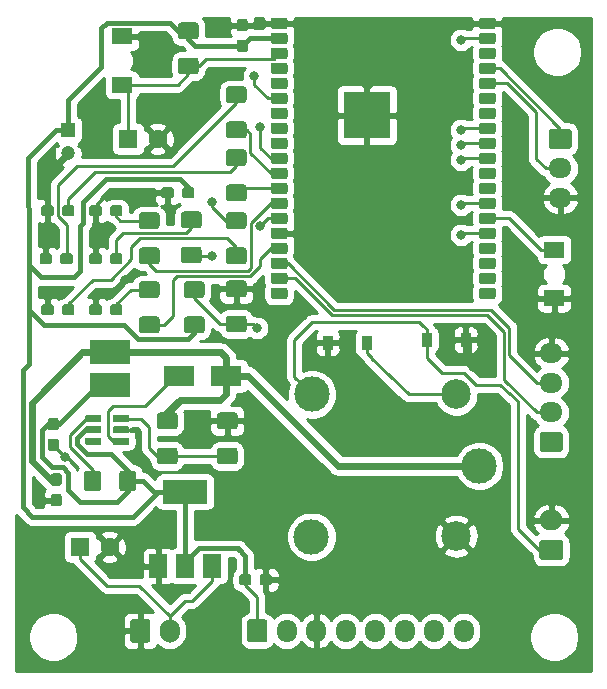
<source format=gbr>
G04 #@! TF.GenerationSoftware,KiCad,Pcbnew,5.1.5+dfsg1-2build2*
G04 #@! TF.CreationDate,2021-12-30T00:51:53-05:00*
G04 #@! TF.ProjectId,schematics,73636865-6d61-4746-9963-732e6b696361,rev?*
G04 #@! TF.SameCoordinates,Original*
G04 #@! TF.FileFunction,Copper,L1,Top*
G04 #@! TF.FilePolarity,Positive*
%FSLAX46Y46*%
G04 Gerber Fmt 4.6, Leading zero omitted, Abs format (unit mm)*
G04 Created by KiCad (PCBNEW 5.1.5+dfsg1-2build2) date 2021-12-30 00:51:53*
%MOMM*%
%LPD*%
G04 APERTURE LIST*
%ADD10R,2.500000X1.800000*%
%ADD11C,0.100000*%
%ADD12O,1.700000X2.000000*%
%ADD13C,1.200000*%
%ADD14R,1.200000X1.200000*%
%ADD15R,1.600000X1.600000*%
%ADD16C,1.600000*%
%ADD17O,2.000000X1.700000*%
%ADD18C,3.000000*%
%ADD19C,2.500000*%
%ADD20R,3.500000X2.050000*%
%ADD21O,1.950000X1.700000*%
%ADD22R,1.800000X1.350000*%
%ADD23R,4.000000X4.000000*%
%ADD24O,1.700000X1.950000*%
%ADD25R,1.500000X2.000000*%
%ADD26R,3.800000X2.000000*%
%ADD27R,0.900000X1.200000*%
%ADD28C,0.800000*%
%ADD29C,0.250000*%
%ADD30C,0.400000*%
%ADD31C,0.600000*%
%ADD32C,0.254000*%
G04 APERTURE END LIST*
D10*
X187388000Y-147828000D03*
X183388000Y-147828000D03*
G04 #@! TA.AperFunction,SMDPad,CuDef*
D11*
G36*
X188863504Y-136956704D02*
G01*
X188887773Y-136960304D01*
X188911571Y-136966265D01*
X188934671Y-136974530D01*
X188956849Y-136985020D01*
X188977893Y-136997633D01*
X188997598Y-137012247D01*
X189015777Y-137028723D01*
X189032253Y-137046902D01*
X189046867Y-137066607D01*
X189059480Y-137087651D01*
X189069970Y-137109829D01*
X189078235Y-137132929D01*
X189084196Y-137156727D01*
X189087796Y-137180996D01*
X189089000Y-137205500D01*
X189089000Y-138130500D01*
X189087796Y-138155004D01*
X189084196Y-138179273D01*
X189078235Y-138203071D01*
X189069970Y-138226171D01*
X189059480Y-138248349D01*
X189046867Y-138269393D01*
X189032253Y-138289098D01*
X189015777Y-138307277D01*
X188997598Y-138323753D01*
X188977893Y-138338367D01*
X188956849Y-138350980D01*
X188934671Y-138361470D01*
X188911571Y-138369735D01*
X188887773Y-138375696D01*
X188863504Y-138379296D01*
X188839000Y-138380500D01*
X187589000Y-138380500D01*
X187564496Y-138379296D01*
X187540227Y-138375696D01*
X187516429Y-138369735D01*
X187493329Y-138361470D01*
X187471151Y-138350980D01*
X187450107Y-138338367D01*
X187430402Y-138323753D01*
X187412223Y-138307277D01*
X187395747Y-138289098D01*
X187381133Y-138269393D01*
X187368520Y-138248349D01*
X187358030Y-138226171D01*
X187349765Y-138203071D01*
X187343804Y-138179273D01*
X187340204Y-138155004D01*
X187339000Y-138130500D01*
X187339000Y-137205500D01*
X187340204Y-137180996D01*
X187343804Y-137156727D01*
X187349765Y-137132929D01*
X187358030Y-137109829D01*
X187368520Y-137087651D01*
X187381133Y-137066607D01*
X187395747Y-137046902D01*
X187412223Y-137028723D01*
X187430402Y-137012247D01*
X187450107Y-136997633D01*
X187471151Y-136985020D01*
X187493329Y-136974530D01*
X187516429Y-136966265D01*
X187540227Y-136960304D01*
X187564496Y-136956704D01*
X187589000Y-136955500D01*
X188839000Y-136955500D01*
X188863504Y-136956704D01*
G37*
G04 #@! TD.AperFunction*
G04 #@! TA.AperFunction,SMDPad,CuDef*
G36*
X188863504Y-133981704D02*
G01*
X188887773Y-133985304D01*
X188911571Y-133991265D01*
X188934671Y-133999530D01*
X188956849Y-134010020D01*
X188977893Y-134022633D01*
X188997598Y-134037247D01*
X189015777Y-134053723D01*
X189032253Y-134071902D01*
X189046867Y-134091607D01*
X189059480Y-134112651D01*
X189069970Y-134134829D01*
X189078235Y-134157929D01*
X189084196Y-134181727D01*
X189087796Y-134205996D01*
X189089000Y-134230500D01*
X189089000Y-135155500D01*
X189087796Y-135180004D01*
X189084196Y-135204273D01*
X189078235Y-135228071D01*
X189069970Y-135251171D01*
X189059480Y-135273349D01*
X189046867Y-135294393D01*
X189032253Y-135314098D01*
X189015777Y-135332277D01*
X188997598Y-135348753D01*
X188977893Y-135363367D01*
X188956849Y-135375980D01*
X188934671Y-135386470D01*
X188911571Y-135394735D01*
X188887773Y-135400696D01*
X188863504Y-135404296D01*
X188839000Y-135405500D01*
X187589000Y-135405500D01*
X187564496Y-135404296D01*
X187540227Y-135400696D01*
X187516429Y-135394735D01*
X187493329Y-135386470D01*
X187471151Y-135375980D01*
X187450107Y-135363367D01*
X187430402Y-135348753D01*
X187412223Y-135332277D01*
X187395747Y-135314098D01*
X187381133Y-135294393D01*
X187368520Y-135273349D01*
X187358030Y-135251171D01*
X187349765Y-135228071D01*
X187343804Y-135204273D01*
X187340204Y-135180004D01*
X187339000Y-135155500D01*
X187339000Y-134230500D01*
X187340204Y-134205996D01*
X187343804Y-134181727D01*
X187349765Y-134157929D01*
X187358030Y-134134829D01*
X187368520Y-134112651D01*
X187381133Y-134091607D01*
X187395747Y-134071902D01*
X187412223Y-134053723D01*
X187430402Y-134037247D01*
X187450107Y-134022633D01*
X187471151Y-134010020D01*
X187493329Y-133999530D01*
X187516429Y-133991265D01*
X187540227Y-133985304D01*
X187564496Y-133981704D01*
X187589000Y-133980500D01*
X188839000Y-133980500D01*
X188863504Y-133981704D01*
G37*
G04 #@! TD.AperFunction*
D12*
X182586000Y-169418000D03*
G04 #@! TA.AperFunction,ComponentPad*
D11*
G36*
X180710504Y-168419204D02*
G01*
X180734773Y-168422804D01*
X180758571Y-168428765D01*
X180781671Y-168437030D01*
X180803849Y-168447520D01*
X180824893Y-168460133D01*
X180844598Y-168474747D01*
X180862777Y-168491223D01*
X180879253Y-168509402D01*
X180893867Y-168529107D01*
X180906480Y-168550151D01*
X180916970Y-168572329D01*
X180925235Y-168595429D01*
X180931196Y-168619227D01*
X180934796Y-168643496D01*
X180936000Y-168668000D01*
X180936000Y-170168000D01*
X180934796Y-170192504D01*
X180931196Y-170216773D01*
X180925235Y-170240571D01*
X180916970Y-170263671D01*
X180906480Y-170285849D01*
X180893867Y-170306893D01*
X180879253Y-170326598D01*
X180862777Y-170344777D01*
X180844598Y-170361253D01*
X180824893Y-170375867D01*
X180803849Y-170388480D01*
X180781671Y-170398970D01*
X180758571Y-170407235D01*
X180734773Y-170413196D01*
X180710504Y-170416796D01*
X180686000Y-170418000D01*
X179486000Y-170418000D01*
X179461496Y-170416796D01*
X179437227Y-170413196D01*
X179413429Y-170407235D01*
X179390329Y-170398970D01*
X179368151Y-170388480D01*
X179347107Y-170375867D01*
X179327402Y-170361253D01*
X179309223Y-170344777D01*
X179292747Y-170326598D01*
X179278133Y-170306893D01*
X179265520Y-170285849D01*
X179255030Y-170263671D01*
X179246765Y-170240571D01*
X179240804Y-170216773D01*
X179237204Y-170192504D01*
X179236000Y-170168000D01*
X179236000Y-168668000D01*
X179237204Y-168643496D01*
X179240804Y-168619227D01*
X179246765Y-168595429D01*
X179255030Y-168572329D01*
X179265520Y-168550151D01*
X179278133Y-168529107D01*
X179292747Y-168509402D01*
X179309223Y-168491223D01*
X179327402Y-168474747D01*
X179347107Y-168460133D01*
X179368151Y-168447520D01*
X179390329Y-168437030D01*
X179413429Y-168428765D01*
X179437227Y-168422804D01*
X179461496Y-168419204D01*
X179486000Y-168418000D01*
X180686000Y-168418000D01*
X180710504Y-168419204D01*
G37*
G04 #@! TD.AperFunction*
D13*
X173990000Y-129000000D03*
D14*
X173990000Y-127000000D03*
G04 #@! TA.AperFunction,SMDPad,CuDef*
D11*
G36*
X184460779Y-131860144D02*
G01*
X184483834Y-131863563D01*
X184506443Y-131869227D01*
X184528387Y-131877079D01*
X184549457Y-131887044D01*
X184569448Y-131899026D01*
X184588168Y-131912910D01*
X184605438Y-131928562D01*
X184621090Y-131945832D01*
X184634974Y-131964552D01*
X184646956Y-131984543D01*
X184656921Y-132005613D01*
X184664773Y-132027557D01*
X184670437Y-132050166D01*
X184673856Y-132073221D01*
X184675000Y-132096500D01*
X184675000Y-132571500D01*
X184673856Y-132594779D01*
X184670437Y-132617834D01*
X184664773Y-132640443D01*
X184656921Y-132662387D01*
X184646956Y-132683457D01*
X184634974Y-132703448D01*
X184621090Y-132722168D01*
X184605438Y-132739438D01*
X184588168Y-132755090D01*
X184569448Y-132768974D01*
X184549457Y-132780956D01*
X184528387Y-132790921D01*
X184506443Y-132798773D01*
X184483834Y-132804437D01*
X184460779Y-132807856D01*
X184437500Y-132809000D01*
X183862500Y-132809000D01*
X183839221Y-132807856D01*
X183816166Y-132804437D01*
X183793557Y-132798773D01*
X183771613Y-132790921D01*
X183750543Y-132780956D01*
X183730552Y-132768974D01*
X183711832Y-132755090D01*
X183694562Y-132739438D01*
X183678910Y-132722168D01*
X183665026Y-132703448D01*
X183653044Y-132683457D01*
X183643079Y-132662387D01*
X183635227Y-132640443D01*
X183629563Y-132617834D01*
X183626144Y-132594779D01*
X183625000Y-132571500D01*
X183625000Y-132096500D01*
X183626144Y-132073221D01*
X183629563Y-132050166D01*
X183635227Y-132027557D01*
X183643079Y-132005613D01*
X183653044Y-131984543D01*
X183665026Y-131964552D01*
X183678910Y-131945832D01*
X183694562Y-131928562D01*
X183711832Y-131912910D01*
X183730552Y-131899026D01*
X183750543Y-131887044D01*
X183771613Y-131877079D01*
X183793557Y-131869227D01*
X183816166Y-131863563D01*
X183839221Y-131860144D01*
X183862500Y-131859000D01*
X184437500Y-131859000D01*
X184460779Y-131860144D01*
G37*
G04 #@! TD.AperFunction*
G04 #@! TA.AperFunction,SMDPad,CuDef*
G36*
X182710779Y-131860144D02*
G01*
X182733834Y-131863563D01*
X182756443Y-131869227D01*
X182778387Y-131877079D01*
X182799457Y-131887044D01*
X182819448Y-131899026D01*
X182838168Y-131912910D01*
X182855438Y-131928562D01*
X182871090Y-131945832D01*
X182884974Y-131964552D01*
X182896956Y-131984543D01*
X182906921Y-132005613D01*
X182914773Y-132027557D01*
X182920437Y-132050166D01*
X182923856Y-132073221D01*
X182925000Y-132096500D01*
X182925000Y-132571500D01*
X182923856Y-132594779D01*
X182920437Y-132617834D01*
X182914773Y-132640443D01*
X182906921Y-132662387D01*
X182896956Y-132683457D01*
X182884974Y-132703448D01*
X182871090Y-132722168D01*
X182855438Y-132739438D01*
X182838168Y-132755090D01*
X182819448Y-132768974D01*
X182799457Y-132780956D01*
X182778387Y-132790921D01*
X182756443Y-132798773D01*
X182733834Y-132804437D01*
X182710779Y-132807856D01*
X182687500Y-132809000D01*
X182112500Y-132809000D01*
X182089221Y-132807856D01*
X182066166Y-132804437D01*
X182043557Y-132798773D01*
X182021613Y-132790921D01*
X182000543Y-132780956D01*
X181980552Y-132768974D01*
X181961832Y-132755090D01*
X181944562Y-132739438D01*
X181928910Y-132722168D01*
X181915026Y-132703448D01*
X181903044Y-132683457D01*
X181893079Y-132662387D01*
X181885227Y-132640443D01*
X181879563Y-132617834D01*
X181876144Y-132594779D01*
X181875000Y-132571500D01*
X181875000Y-132096500D01*
X181876144Y-132073221D01*
X181879563Y-132050166D01*
X181885227Y-132027557D01*
X181893079Y-132005613D01*
X181903044Y-131984543D01*
X181915026Y-131964552D01*
X181928910Y-131945832D01*
X181944562Y-131928562D01*
X181961832Y-131912910D01*
X181980552Y-131899026D01*
X182000543Y-131887044D01*
X182021613Y-131877079D01*
X182043557Y-131869227D01*
X182066166Y-131863563D01*
X182089221Y-131860144D01*
X182112500Y-131859000D01*
X182687500Y-131859000D01*
X182710779Y-131860144D01*
G37*
G04 #@! TD.AperFunction*
D15*
X179070000Y-127762000D03*
D16*
X181570000Y-127762000D03*
G04 #@! TA.AperFunction,SMDPad,CuDef*
D11*
G36*
X188982779Y-119364144D02*
G01*
X189005834Y-119367563D01*
X189028443Y-119373227D01*
X189050387Y-119381079D01*
X189071457Y-119391044D01*
X189091448Y-119403026D01*
X189110168Y-119416910D01*
X189127438Y-119432562D01*
X189143090Y-119449832D01*
X189156974Y-119468552D01*
X189168956Y-119488543D01*
X189178921Y-119509613D01*
X189186773Y-119531557D01*
X189192437Y-119554166D01*
X189195856Y-119577221D01*
X189197000Y-119600500D01*
X189197000Y-120175500D01*
X189195856Y-120198779D01*
X189192437Y-120221834D01*
X189186773Y-120244443D01*
X189178921Y-120266387D01*
X189168956Y-120287457D01*
X189156974Y-120307448D01*
X189143090Y-120326168D01*
X189127438Y-120343438D01*
X189110168Y-120359090D01*
X189091448Y-120372974D01*
X189071457Y-120384956D01*
X189050387Y-120394921D01*
X189028443Y-120402773D01*
X189005834Y-120408437D01*
X188982779Y-120411856D01*
X188959500Y-120413000D01*
X188484500Y-120413000D01*
X188461221Y-120411856D01*
X188438166Y-120408437D01*
X188415557Y-120402773D01*
X188393613Y-120394921D01*
X188372543Y-120384956D01*
X188352552Y-120372974D01*
X188333832Y-120359090D01*
X188316562Y-120343438D01*
X188300910Y-120326168D01*
X188287026Y-120307448D01*
X188275044Y-120287457D01*
X188265079Y-120266387D01*
X188257227Y-120244443D01*
X188251563Y-120221834D01*
X188248144Y-120198779D01*
X188247000Y-120175500D01*
X188247000Y-119600500D01*
X188248144Y-119577221D01*
X188251563Y-119554166D01*
X188257227Y-119531557D01*
X188265079Y-119509613D01*
X188275044Y-119488543D01*
X188287026Y-119468552D01*
X188300910Y-119449832D01*
X188316562Y-119432562D01*
X188333832Y-119416910D01*
X188352552Y-119403026D01*
X188372543Y-119391044D01*
X188393613Y-119381079D01*
X188415557Y-119373227D01*
X188438166Y-119367563D01*
X188461221Y-119364144D01*
X188484500Y-119363000D01*
X188959500Y-119363000D01*
X188982779Y-119364144D01*
G37*
G04 #@! TD.AperFunction*
G04 #@! TA.AperFunction,SMDPad,CuDef*
G36*
X188982779Y-117614144D02*
G01*
X189005834Y-117617563D01*
X189028443Y-117623227D01*
X189050387Y-117631079D01*
X189071457Y-117641044D01*
X189091448Y-117653026D01*
X189110168Y-117666910D01*
X189127438Y-117682562D01*
X189143090Y-117699832D01*
X189156974Y-117718552D01*
X189168956Y-117738543D01*
X189178921Y-117759613D01*
X189186773Y-117781557D01*
X189192437Y-117804166D01*
X189195856Y-117827221D01*
X189197000Y-117850500D01*
X189197000Y-118425500D01*
X189195856Y-118448779D01*
X189192437Y-118471834D01*
X189186773Y-118494443D01*
X189178921Y-118516387D01*
X189168956Y-118537457D01*
X189156974Y-118557448D01*
X189143090Y-118576168D01*
X189127438Y-118593438D01*
X189110168Y-118609090D01*
X189091448Y-118622974D01*
X189071457Y-118634956D01*
X189050387Y-118644921D01*
X189028443Y-118652773D01*
X189005834Y-118658437D01*
X188982779Y-118661856D01*
X188959500Y-118663000D01*
X188484500Y-118663000D01*
X188461221Y-118661856D01*
X188438166Y-118658437D01*
X188415557Y-118652773D01*
X188393613Y-118644921D01*
X188372543Y-118634956D01*
X188352552Y-118622974D01*
X188333832Y-118609090D01*
X188316562Y-118593438D01*
X188300910Y-118576168D01*
X188287026Y-118557448D01*
X188275044Y-118537457D01*
X188265079Y-118516387D01*
X188257227Y-118494443D01*
X188251563Y-118471834D01*
X188248144Y-118448779D01*
X188247000Y-118425500D01*
X188247000Y-117850500D01*
X188248144Y-117827221D01*
X188251563Y-117804166D01*
X188257227Y-117781557D01*
X188265079Y-117759613D01*
X188275044Y-117738543D01*
X188287026Y-117718552D01*
X188300910Y-117699832D01*
X188316562Y-117682562D01*
X188333832Y-117666910D01*
X188352552Y-117653026D01*
X188372543Y-117641044D01*
X188393613Y-117631079D01*
X188415557Y-117623227D01*
X188438166Y-117617563D01*
X188461221Y-117614144D01*
X188484500Y-117613000D01*
X188959500Y-117613000D01*
X188982779Y-117614144D01*
G37*
G04 #@! TD.AperFunction*
G04 #@! TA.AperFunction,SMDPad,CuDef*
G36*
X191036779Y-164626144D02*
G01*
X191059834Y-164629563D01*
X191082443Y-164635227D01*
X191104387Y-164643079D01*
X191125457Y-164653044D01*
X191145448Y-164665026D01*
X191164168Y-164678910D01*
X191181438Y-164694562D01*
X191197090Y-164711832D01*
X191210974Y-164730552D01*
X191222956Y-164750543D01*
X191232921Y-164771613D01*
X191240773Y-164793557D01*
X191246437Y-164816166D01*
X191249856Y-164839221D01*
X191251000Y-164862500D01*
X191251000Y-165337500D01*
X191249856Y-165360779D01*
X191246437Y-165383834D01*
X191240773Y-165406443D01*
X191232921Y-165428387D01*
X191222956Y-165449457D01*
X191210974Y-165469448D01*
X191197090Y-165488168D01*
X191181438Y-165505438D01*
X191164168Y-165521090D01*
X191145448Y-165534974D01*
X191125457Y-165546956D01*
X191104387Y-165556921D01*
X191082443Y-165564773D01*
X191059834Y-165570437D01*
X191036779Y-165573856D01*
X191013500Y-165575000D01*
X190438500Y-165575000D01*
X190415221Y-165573856D01*
X190392166Y-165570437D01*
X190369557Y-165564773D01*
X190347613Y-165556921D01*
X190326543Y-165546956D01*
X190306552Y-165534974D01*
X190287832Y-165521090D01*
X190270562Y-165505438D01*
X190254910Y-165488168D01*
X190241026Y-165469448D01*
X190229044Y-165449457D01*
X190219079Y-165428387D01*
X190211227Y-165406443D01*
X190205563Y-165383834D01*
X190202144Y-165360779D01*
X190201000Y-165337500D01*
X190201000Y-164862500D01*
X190202144Y-164839221D01*
X190205563Y-164816166D01*
X190211227Y-164793557D01*
X190219079Y-164771613D01*
X190229044Y-164750543D01*
X190241026Y-164730552D01*
X190254910Y-164711832D01*
X190270562Y-164694562D01*
X190287832Y-164678910D01*
X190306552Y-164665026D01*
X190326543Y-164653044D01*
X190347613Y-164643079D01*
X190369557Y-164635227D01*
X190392166Y-164629563D01*
X190415221Y-164626144D01*
X190438500Y-164625000D01*
X191013500Y-164625000D01*
X191036779Y-164626144D01*
G37*
G04 #@! TD.AperFunction*
G04 #@! TA.AperFunction,SMDPad,CuDef*
G36*
X189286779Y-164626144D02*
G01*
X189309834Y-164629563D01*
X189332443Y-164635227D01*
X189354387Y-164643079D01*
X189375457Y-164653044D01*
X189395448Y-164665026D01*
X189414168Y-164678910D01*
X189431438Y-164694562D01*
X189447090Y-164711832D01*
X189460974Y-164730552D01*
X189472956Y-164750543D01*
X189482921Y-164771613D01*
X189490773Y-164793557D01*
X189496437Y-164816166D01*
X189499856Y-164839221D01*
X189501000Y-164862500D01*
X189501000Y-165337500D01*
X189499856Y-165360779D01*
X189496437Y-165383834D01*
X189490773Y-165406443D01*
X189482921Y-165428387D01*
X189472956Y-165449457D01*
X189460974Y-165469448D01*
X189447090Y-165488168D01*
X189431438Y-165505438D01*
X189414168Y-165521090D01*
X189395448Y-165534974D01*
X189375457Y-165546956D01*
X189354387Y-165556921D01*
X189332443Y-165564773D01*
X189309834Y-165570437D01*
X189286779Y-165573856D01*
X189263500Y-165575000D01*
X188688500Y-165575000D01*
X188665221Y-165573856D01*
X188642166Y-165570437D01*
X188619557Y-165564773D01*
X188597613Y-165556921D01*
X188576543Y-165546956D01*
X188556552Y-165534974D01*
X188537832Y-165521090D01*
X188520562Y-165505438D01*
X188504910Y-165488168D01*
X188491026Y-165469448D01*
X188479044Y-165449457D01*
X188469079Y-165428387D01*
X188461227Y-165406443D01*
X188455563Y-165383834D01*
X188452144Y-165360779D01*
X188451000Y-165337500D01*
X188451000Y-164862500D01*
X188452144Y-164839221D01*
X188455563Y-164816166D01*
X188461227Y-164793557D01*
X188469079Y-164771613D01*
X188479044Y-164750543D01*
X188491026Y-164730552D01*
X188504910Y-164711832D01*
X188520562Y-164694562D01*
X188537832Y-164678910D01*
X188556552Y-164665026D01*
X188576543Y-164653044D01*
X188597613Y-164643079D01*
X188619557Y-164635227D01*
X188642166Y-164629563D01*
X188665221Y-164626144D01*
X188688500Y-164625000D01*
X189263500Y-164625000D01*
X189286779Y-164626144D01*
G37*
G04 #@! TD.AperFunction*
D16*
X177506000Y-162306000D03*
D15*
X175006000Y-162306000D03*
G04 #@! TA.AperFunction,SMDPad,CuDef*
D11*
G36*
X172980779Y-151396144D02*
G01*
X173003834Y-151399563D01*
X173026443Y-151405227D01*
X173048387Y-151413079D01*
X173069457Y-151423044D01*
X173089448Y-151435026D01*
X173108168Y-151448910D01*
X173125438Y-151464562D01*
X173141090Y-151481832D01*
X173154974Y-151500552D01*
X173166956Y-151520543D01*
X173176921Y-151541613D01*
X173184773Y-151563557D01*
X173190437Y-151586166D01*
X173193856Y-151609221D01*
X173195000Y-151632500D01*
X173195000Y-152207500D01*
X173193856Y-152230779D01*
X173190437Y-152253834D01*
X173184773Y-152276443D01*
X173176921Y-152298387D01*
X173166956Y-152319457D01*
X173154974Y-152339448D01*
X173141090Y-152358168D01*
X173125438Y-152375438D01*
X173108168Y-152391090D01*
X173089448Y-152404974D01*
X173069457Y-152416956D01*
X173048387Y-152426921D01*
X173026443Y-152434773D01*
X173003834Y-152440437D01*
X172980779Y-152443856D01*
X172957500Y-152445000D01*
X172482500Y-152445000D01*
X172459221Y-152443856D01*
X172436166Y-152440437D01*
X172413557Y-152434773D01*
X172391613Y-152426921D01*
X172370543Y-152416956D01*
X172350552Y-152404974D01*
X172331832Y-152391090D01*
X172314562Y-152375438D01*
X172298910Y-152358168D01*
X172285026Y-152339448D01*
X172273044Y-152319457D01*
X172263079Y-152298387D01*
X172255227Y-152276443D01*
X172249563Y-152253834D01*
X172246144Y-152230779D01*
X172245000Y-152207500D01*
X172245000Y-151632500D01*
X172246144Y-151609221D01*
X172249563Y-151586166D01*
X172255227Y-151563557D01*
X172263079Y-151541613D01*
X172273044Y-151520543D01*
X172285026Y-151500552D01*
X172298910Y-151481832D01*
X172314562Y-151464562D01*
X172331832Y-151448910D01*
X172350552Y-151435026D01*
X172370543Y-151423044D01*
X172391613Y-151413079D01*
X172413557Y-151405227D01*
X172436166Y-151399563D01*
X172459221Y-151396144D01*
X172482500Y-151395000D01*
X172957500Y-151395000D01*
X172980779Y-151396144D01*
G37*
G04 #@! TD.AperFunction*
G04 #@! TA.AperFunction,SMDPad,CuDef*
G36*
X172980779Y-153146144D02*
G01*
X173003834Y-153149563D01*
X173026443Y-153155227D01*
X173048387Y-153163079D01*
X173069457Y-153173044D01*
X173089448Y-153185026D01*
X173108168Y-153198910D01*
X173125438Y-153214562D01*
X173141090Y-153231832D01*
X173154974Y-153250552D01*
X173166956Y-153270543D01*
X173176921Y-153291613D01*
X173184773Y-153313557D01*
X173190437Y-153336166D01*
X173193856Y-153359221D01*
X173195000Y-153382500D01*
X173195000Y-153957500D01*
X173193856Y-153980779D01*
X173190437Y-154003834D01*
X173184773Y-154026443D01*
X173176921Y-154048387D01*
X173166956Y-154069457D01*
X173154974Y-154089448D01*
X173141090Y-154108168D01*
X173125438Y-154125438D01*
X173108168Y-154141090D01*
X173089448Y-154154974D01*
X173069457Y-154166956D01*
X173048387Y-154176921D01*
X173026443Y-154184773D01*
X173003834Y-154190437D01*
X172980779Y-154193856D01*
X172957500Y-154195000D01*
X172482500Y-154195000D01*
X172459221Y-154193856D01*
X172436166Y-154190437D01*
X172413557Y-154184773D01*
X172391613Y-154176921D01*
X172370543Y-154166956D01*
X172350552Y-154154974D01*
X172331832Y-154141090D01*
X172314562Y-154125438D01*
X172298910Y-154108168D01*
X172285026Y-154089448D01*
X172273044Y-154069457D01*
X172263079Y-154048387D01*
X172255227Y-154026443D01*
X172249563Y-154003834D01*
X172246144Y-153980779D01*
X172245000Y-153957500D01*
X172245000Y-153382500D01*
X172246144Y-153359221D01*
X172249563Y-153336166D01*
X172255227Y-153313557D01*
X172263079Y-153291613D01*
X172273044Y-153270543D01*
X172285026Y-153250552D01*
X172298910Y-153231832D01*
X172314562Y-153214562D01*
X172331832Y-153198910D01*
X172350552Y-153185026D01*
X172370543Y-153173044D01*
X172391613Y-153163079D01*
X172413557Y-153155227D01*
X172436166Y-153149563D01*
X172459221Y-153146144D01*
X172482500Y-153145000D01*
X172957500Y-153145000D01*
X172980779Y-153146144D01*
G37*
G04 #@! TD.AperFunction*
G04 #@! TA.AperFunction,SMDPad,CuDef*
G36*
X173234779Y-156081144D02*
G01*
X173257834Y-156084563D01*
X173280443Y-156090227D01*
X173302387Y-156098079D01*
X173323457Y-156108044D01*
X173343448Y-156120026D01*
X173362168Y-156133910D01*
X173379438Y-156149562D01*
X173395090Y-156166832D01*
X173408974Y-156185552D01*
X173420956Y-156205543D01*
X173430921Y-156226613D01*
X173438773Y-156248557D01*
X173444437Y-156271166D01*
X173447856Y-156294221D01*
X173449000Y-156317500D01*
X173449000Y-156892500D01*
X173447856Y-156915779D01*
X173444437Y-156938834D01*
X173438773Y-156961443D01*
X173430921Y-156983387D01*
X173420956Y-157004457D01*
X173408974Y-157024448D01*
X173395090Y-157043168D01*
X173379438Y-157060438D01*
X173362168Y-157076090D01*
X173343448Y-157089974D01*
X173323457Y-157101956D01*
X173302387Y-157111921D01*
X173280443Y-157119773D01*
X173257834Y-157125437D01*
X173234779Y-157128856D01*
X173211500Y-157130000D01*
X172736500Y-157130000D01*
X172713221Y-157128856D01*
X172690166Y-157125437D01*
X172667557Y-157119773D01*
X172645613Y-157111921D01*
X172624543Y-157101956D01*
X172604552Y-157089974D01*
X172585832Y-157076090D01*
X172568562Y-157060438D01*
X172552910Y-157043168D01*
X172539026Y-157024448D01*
X172527044Y-157004457D01*
X172517079Y-156983387D01*
X172509227Y-156961443D01*
X172503563Y-156938834D01*
X172500144Y-156915779D01*
X172499000Y-156892500D01*
X172499000Y-156317500D01*
X172500144Y-156294221D01*
X172503563Y-156271166D01*
X172509227Y-156248557D01*
X172517079Y-156226613D01*
X172527044Y-156205543D01*
X172539026Y-156185552D01*
X172552910Y-156166832D01*
X172568562Y-156149562D01*
X172585832Y-156133910D01*
X172604552Y-156120026D01*
X172624543Y-156108044D01*
X172645613Y-156098079D01*
X172667557Y-156090227D01*
X172690166Y-156084563D01*
X172713221Y-156081144D01*
X172736500Y-156080000D01*
X173211500Y-156080000D01*
X173234779Y-156081144D01*
G37*
G04 #@! TD.AperFunction*
G04 #@! TA.AperFunction,SMDPad,CuDef*
G36*
X173234779Y-157831144D02*
G01*
X173257834Y-157834563D01*
X173280443Y-157840227D01*
X173302387Y-157848079D01*
X173323457Y-157858044D01*
X173343448Y-157870026D01*
X173362168Y-157883910D01*
X173379438Y-157899562D01*
X173395090Y-157916832D01*
X173408974Y-157935552D01*
X173420956Y-157955543D01*
X173430921Y-157976613D01*
X173438773Y-157998557D01*
X173444437Y-158021166D01*
X173447856Y-158044221D01*
X173449000Y-158067500D01*
X173449000Y-158642500D01*
X173447856Y-158665779D01*
X173444437Y-158688834D01*
X173438773Y-158711443D01*
X173430921Y-158733387D01*
X173420956Y-158754457D01*
X173408974Y-158774448D01*
X173395090Y-158793168D01*
X173379438Y-158810438D01*
X173362168Y-158826090D01*
X173343448Y-158839974D01*
X173323457Y-158851956D01*
X173302387Y-158861921D01*
X173280443Y-158869773D01*
X173257834Y-158875437D01*
X173234779Y-158878856D01*
X173211500Y-158880000D01*
X172736500Y-158880000D01*
X172713221Y-158878856D01*
X172690166Y-158875437D01*
X172667557Y-158869773D01*
X172645613Y-158861921D01*
X172624543Y-158851956D01*
X172604552Y-158839974D01*
X172585832Y-158826090D01*
X172568562Y-158810438D01*
X172552910Y-158793168D01*
X172539026Y-158774448D01*
X172527044Y-158754457D01*
X172517079Y-158733387D01*
X172509227Y-158711443D01*
X172503563Y-158688834D01*
X172500144Y-158665779D01*
X172499000Y-158642500D01*
X172499000Y-158067500D01*
X172500144Y-158044221D01*
X172503563Y-158021166D01*
X172509227Y-157998557D01*
X172517079Y-157976613D01*
X172527044Y-157955543D01*
X172539026Y-157935552D01*
X172552910Y-157916832D01*
X172568562Y-157899562D01*
X172585832Y-157883910D01*
X172604552Y-157870026D01*
X172624543Y-157858044D01*
X172645613Y-157848079D01*
X172667557Y-157840227D01*
X172690166Y-157834563D01*
X172713221Y-157831144D01*
X172736500Y-157830000D01*
X173211500Y-157830000D01*
X173234779Y-157831144D01*
G37*
G04 #@! TD.AperFunction*
G04 #@! TA.AperFunction,ComponentPad*
G36*
X215658504Y-161711204D02*
G01*
X215682773Y-161714804D01*
X215706571Y-161720765D01*
X215729671Y-161729030D01*
X215751849Y-161739520D01*
X215772893Y-161752133D01*
X215792598Y-161766747D01*
X215810777Y-161783223D01*
X215827253Y-161801402D01*
X215841867Y-161821107D01*
X215854480Y-161842151D01*
X215864970Y-161864329D01*
X215873235Y-161887429D01*
X215879196Y-161911227D01*
X215882796Y-161935496D01*
X215884000Y-161960000D01*
X215884000Y-163160000D01*
X215882796Y-163184504D01*
X215879196Y-163208773D01*
X215873235Y-163232571D01*
X215864970Y-163255671D01*
X215854480Y-163277849D01*
X215841867Y-163298893D01*
X215827253Y-163318598D01*
X215810777Y-163336777D01*
X215792598Y-163353253D01*
X215772893Y-163367867D01*
X215751849Y-163380480D01*
X215729671Y-163390970D01*
X215706571Y-163399235D01*
X215682773Y-163405196D01*
X215658504Y-163408796D01*
X215634000Y-163410000D01*
X214134000Y-163410000D01*
X214109496Y-163408796D01*
X214085227Y-163405196D01*
X214061429Y-163399235D01*
X214038329Y-163390970D01*
X214016151Y-163380480D01*
X213995107Y-163367867D01*
X213975402Y-163353253D01*
X213957223Y-163336777D01*
X213940747Y-163318598D01*
X213926133Y-163298893D01*
X213913520Y-163277849D01*
X213903030Y-163255671D01*
X213894765Y-163232571D01*
X213888804Y-163208773D01*
X213885204Y-163184504D01*
X213884000Y-163160000D01*
X213884000Y-161960000D01*
X213885204Y-161935496D01*
X213888804Y-161911227D01*
X213894765Y-161887429D01*
X213903030Y-161864329D01*
X213913520Y-161842151D01*
X213926133Y-161821107D01*
X213940747Y-161801402D01*
X213957223Y-161783223D01*
X213975402Y-161766747D01*
X213995107Y-161752133D01*
X214016151Y-161739520D01*
X214038329Y-161729030D01*
X214061429Y-161720765D01*
X214085227Y-161714804D01*
X214109496Y-161711204D01*
X214134000Y-161710000D01*
X215634000Y-161710000D01*
X215658504Y-161711204D01*
G37*
G04 #@! TD.AperFunction*
D17*
X214884000Y-160060000D03*
G04 #@! TA.AperFunction,SMDPad,CuDef*
D11*
G36*
X174300779Y-133384144D02*
G01*
X174323834Y-133387563D01*
X174346443Y-133393227D01*
X174368387Y-133401079D01*
X174389457Y-133411044D01*
X174409448Y-133423026D01*
X174428168Y-133436910D01*
X174445438Y-133452562D01*
X174461090Y-133469832D01*
X174474974Y-133488552D01*
X174486956Y-133508543D01*
X174496921Y-133529613D01*
X174504773Y-133551557D01*
X174510437Y-133574166D01*
X174513856Y-133597221D01*
X174515000Y-133620500D01*
X174515000Y-134095500D01*
X174513856Y-134118779D01*
X174510437Y-134141834D01*
X174504773Y-134164443D01*
X174496921Y-134186387D01*
X174486956Y-134207457D01*
X174474974Y-134227448D01*
X174461090Y-134246168D01*
X174445438Y-134263438D01*
X174428168Y-134279090D01*
X174409448Y-134292974D01*
X174389457Y-134304956D01*
X174368387Y-134314921D01*
X174346443Y-134322773D01*
X174323834Y-134328437D01*
X174300779Y-134331856D01*
X174277500Y-134333000D01*
X173702500Y-134333000D01*
X173679221Y-134331856D01*
X173656166Y-134328437D01*
X173633557Y-134322773D01*
X173611613Y-134314921D01*
X173590543Y-134304956D01*
X173570552Y-134292974D01*
X173551832Y-134279090D01*
X173534562Y-134263438D01*
X173518910Y-134246168D01*
X173505026Y-134227448D01*
X173493044Y-134207457D01*
X173483079Y-134186387D01*
X173475227Y-134164443D01*
X173469563Y-134141834D01*
X173466144Y-134118779D01*
X173465000Y-134095500D01*
X173465000Y-133620500D01*
X173466144Y-133597221D01*
X173469563Y-133574166D01*
X173475227Y-133551557D01*
X173483079Y-133529613D01*
X173493044Y-133508543D01*
X173505026Y-133488552D01*
X173518910Y-133469832D01*
X173534562Y-133452562D01*
X173551832Y-133436910D01*
X173570552Y-133423026D01*
X173590543Y-133411044D01*
X173611613Y-133401079D01*
X173633557Y-133393227D01*
X173656166Y-133387563D01*
X173679221Y-133384144D01*
X173702500Y-133383000D01*
X174277500Y-133383000D01*
X174300779Y-133384144D01*
G37*
G04 #@! TD.AperFunction*
G04 #@! TA.AperFunction,SMDPad,CuDef*
G36*
X172550779Y-133384144D02*
G01*
X172573834Y-133387563D01*
X172596443Y-133393227D01*
X172618387Y-133401079D01*
X172639457Y-133411044D01*
X172659448Y-133423026D01*
X172678168Y-133436910D01*
X172695438Y-133452562D01*
X172711090Y-133469832D01*
X172724974Y-133488552D01*
X172736956Y-133508543D01*
X172746921Y-133529613D01*
X172754773Y-133551557D01*
X172760437Y-133574166D01*
X172763856Y-133597221D01*
X172765000Y-133620500D01*
X172765000Y-134095500D01*
X172763856Y-134118779D01*
X172760437Y-134141834D01*
X172754773Y-134164443D01*
X172746921Y-134186387D01*
X172736956Y-134207457D01*
X172724974Y-134227448D01*
X172711090Y-134246168D01*
X172695438Y-134263438D01*
X172678168Y-134279090D01*
X172659448Y-134292974D01*
X172639457Y-134304956D01*
X172618387Y-134314921D01*
X172596443Y-134322773D01*
X172573834Y-134328437D01*
X172550779Y-134331856D01*
X172527500Y-134333000D01*
X171952500Y-134333000D01*
X171929221Y-134331856D01*
X171906166Y-134328437D01*
X171883557Y-134322773D01*
X171861613Y-134314921D01*
X171840543Y-134304956D01*
X171820552Y-134292974D01*
X171801832Y-134279090D01*
X171784562Y-134263438D01*
X171768910Y-134246168D01*
X171755026Y-134227448D01*
X171743044Y-134207457D01*
X171733079Y-134186387D01*
X171725227Y-134164443D01*
X171719563Y-134141834D01*
X171716144Y-134118779D01*
X171715000Y-134095500D01*
X171715000Y-133620500D01*
X171716144Y-133597221D01*
X171719563Y-133574166D01*
X171725227Y-133551557D01*
X171733079Y-133529613D01*
X171743044Y-133508543D01*
X171755026Y-133488552D01*
X171768910Y-133469832D01*
X171784562Y-133452562D01*
X171801832Y-133436910D01*
X171820552Y-133423026D01*
X171840543Y-133411044D01*
X171861613Y-133401079D01*
X171883557Y-133393227D01*
X171906166Y-133387563D01*
X171929221Y-133384144D01*
X171952500Y-133383000D01*
X172527500Y-133383000D01*
X172550779Y-133384144D01*
G37*
G04 #@! TD.AperFunction*
G04 #@! TA.AperFunction,SMDPad,CuDef*
G36*
X172409779Y-137448144D02*
G01*
X172432834Y-137451563D01*
X172455443Y-137457227D01*
X172477387Y-137465079D01*
X172498457Y-137475044D01*
X172518448Y-137487026D01*
X172537168Y-137500910D01*
X172554438Y-137516562D01*
X172570090Y-137533832D01*
X172583974Y-137552552D01*
X172595956Y-137572543D01*
X172605921Y-137593613D01*
X172613773Y-137615557D01*
X172619437Y-137638166D01*
X172622856Y-137661221D01*
X172624000Y-137684500D01*
X172624000Y-138159500D01*
X172622856Y-138182779D01*
X172619437Y-138205834D01*
X172613773Y-138228443D01*
X172605921Y-138250387D01*
X172595956Y-138271457D01*
X172583974Y-138291448D01*
X172570090Y-138310168D01*
X172554438Y-138327438D01*
X172537168Y-138343090D01*
X172518448Y-138356974D01*
X172498457Y-138368956D01*
X172477387Y-138378921D01*
X172455443Y-138386773D01*
X172432834Y-138392437D01*
X172409779Y-138395856D01*
X172386500Y-138397000D01*
X171811500Y-138397000D01*
X171788221Y-138395856D01*
X171765166Y-138392437D01*
X171742557Y-138386773D01*
X171720613Y-138378921D01*
X171699543Y-138368956D01*
X171679552Y-138356974D01*
X171660832Y-138343090D01*
X171643562Y-138327438D01*
X171627910Y-138310168D01*
X171614026Y-138291448D01*
X171602044Y-138271457D01*
X171592079Y-138250387D01*
X171584227Y-138228443D01*
X171578563Y-138205834D01*
X171575144Y-138182779D01*
X171574000Y-138159500D01*
X171574000Y-137684500D01*
X171575144Y-137661221D01*
X171578563Y-137638166D01*
X171584227Y-137615557D01*
X171592079Y-137593613D01*
X171602044Y-137572543D01*
X171614026Y-137552552D01*
X171627910Y-137533832D01*
X171643562Y-137516562D01*
X171660832Y-137500910D01*
X171679552Y-137487026D01*
X171699543Y-137475044D01*
X171720613Y-137465079D01*
X171742557Y-137457227D01*
X171765166Y-137451563D01*
X171788221Y-137448144D01*
X171811500Y-137447000D01*
X172386500Y-137447000D01*
X172409779Y-137448144D01*
G37*
G04 #@! TD.AperFunction*
G04 #@! TA.AperFunction,SMDPad,CuDef*
G36*
X174159779Y-137448144D02*
G01*
X174182834Y-137451563D01*
X174205443Y-137457227D01*
X174227387Y-137465079D01*
X174248457Y-137475044D01*
X174268448Y-137487026D01*
X174287168Y-137500910D01*
X174304438Y-137516562D01*
X174320090Y-137533832D01*
X174333974Y-137552552D01*
X174345956Y-137572543D01*
X174355921Y-137593613D01*
X174363773Y-137615557D01*
X174369437Y-137638166D01*
X174372856Y-137661221D01*
X174374000Y-137684500D01*
X174374000Y-138159500D01*
X174372856Y-138182779D01*
X174369437Y-138205834D01*
X174363773Y-138228443D01*
X174355921Y-138250387D01*
X174345956Y-138271457D01*
X174333974Y-138291448D01*
X174320090Y-138310168D01*
X174304438Y-138327438D01*
X174287168Y-138343090D01*
X174268448Y-138356974D01*
X174248457Y-138368956D01*
X174227387Y-138378921D01*
X174205443Y-138386773D01*
X174182834Y-138392437D01*
X174159779Y-138395856D01*
X174136500Y-138397000D01*
X173561500Y-138397000D01*
X173538221Y-138395856D01*
X173515166Y-138392437D01*
X173492557Y-138386773D01*
X173470613Y-138378921D01*
X173449543Y-138368956D01*
X173429552Y-138356974D01*
X173410832Y-138343090D01*
X173393562Y-138327438D01*
X173377910Y-138310168D01*
X173364026Y-138291448D01*
X173352044Y-138271457D01*
X173342079Y-138250387D01*
X173334227Y-138228443D01*
X173328563Y-138205834D01*
X173325144Y-138182779D01*
X173324000Y-138159500D01*
X173324000Y-137684500D01*
X173325144Y-137661221D01*
X173328563Y-137638166D01*
X173334227Y-137615557D01*
X173342079Y-137593613D01*
X173352044Y-137572543D01*
X173364026Y-137552552D01*
X173377910Y-137533832D01*
X173393562Y-137516562D01*
X173410832Y-137500910D01*
X173429552Y-137487026D01*
X173449543Y-137475044D01*
X173470613Y-137465079D01*
X173492557Y-137457227D01*
X173515166Y-137451563D01*
X173538221Y-137448144D01*
X173561500Y-137447000D01*
X174136500Y-137447000D01*
X174159779Y-137448144D01*
G37*
G04 #@! TD.AperFunction*
G04 #@! TA.AperFunction,SMDPad,CuDef*
G36*
X172550779Y-141766144D02*
G01*
X172573834Y-141769563D01*
X172596443Y-141775227D01*
X172618387Y-141783079D01*
X172639457Y-141793044D01*
X172659448Y-141805026D01*
X172678168Y-141818910D01*
X172695438Y-141834562D01*
X172711090Y-141851832D01*
X172724974Y-141870552D01*
X172736956Y-141890543D01*
X172746921Y-141911613D01*
X172754773Y-141933557D01*
X172760437Y-141956166D01*
X172763856Y-141979221D01*
X172765000Y-142002500D01*
X172765000Y-142477500D01*
X172763856Y-142500779D01*
X172760437Y-142523834D01*
X172754773Y-142546443D01*
X172746921Y-142568387D01*
X172736956Y-142589457D01*
X172724974Y-142609448D01*
X172711090Y-142628168D01*
X172695438Y-142645438D01*
X172678168Y-142661090D01*
X172659448Y-142674974D01*
X172639457Y-142686956D01*
X172618387Y-142696921D01*
X172596443Y-142704773D01*
X172573834Y-142710437D01*
X172550779Y-142713856D01*
X172527500Y-142715000D01*
X171952500Y-142715000D01*
X171929221Y-142713856D01*
X171906166Y-142710437D01*
X171883557Y-142704773D01*
X171861613Y-142696921D01*
X171840543Y-142686956D01*
X171820552Y-142674974D01*
X171801832Y-142661090D01*
X171784562Y-142645438D01*
X171768910Y-142628168D01*
X171755026Y-142609448D01*
X171743044Y-142589457D01*
X171733079Y-142568387D01*
X171725227Y-142546443D01*
X171719563Y-142523834D01*
X171716144Y-142500779D01*
X171715000Y-142477500D01*
X171715000Y-142002500D01*
X171716144Y-141979221D01*
X171719563Y-141956166D01*
X171725227Y-141933557D01*
X171733079Y-141911613D01*
X171743044Y-141890543D01*
X171755026Y-141870552D01*
X171768910Y-141851832D01*
X171784562Y-141834562D01*
X171801832Y-141818910D01*
X171820552Y-141805026D01*
X171840543Y-141793044D01*
X171861613Y-141783079D01*
X171883557Y-141775227D01*
X171906166Y-141769563D01*
X171929221Y-141766144D01*
X171952500Y-141765000D01*
X172527500Y-141765000D01*
X172550779Y-141766144D01*
G37*
G04 #@! TD.AperFunction*
G04 #@! TA.AperFunction,SMDPad,CuDef*
G36*
X174300779Y-141766144D02*
G01*
X174323834Y-141769563D01*
X174346443Y-141775227D01*
X174368387Y-141783079D01*
X174389457Y-141793044D01*
X174409448Y-141805026D01*
X174428168Y-141818910D01*
X174445438Y-141834562D01*
X174461090Y-141851832D01*
X174474974Y-141870552D01*
X174486956Y-141890543D01*
X174496921Y-141911613D01*
X174504773Y-141933557D01*
X174510437Y-141956166D01*
X174513856Y-141979221D01*
X174515000Y-142002500D01*
X174515000Y-142477500D01*
X174513856Y-142500779D01*
X174510437Y-142523834D01*
X174504773Y-142546443D01*
X174496921Y-142568387D01*
X174486956Y-142589457D01*
X174474974Y-142609448D01*
X174461090Y-142628168D01*
X174445438Y-142645438D01*
X174428168Y-142661090D01*
X174409448Y-142674974D01*
X174389457Y-142686956D01*
X174368387Y-142696921D01*
X174346443Y-142704773D01*
X174323834Y-142710437D01*
X174300779Y-142713856D01*
X174277500Y-142715000D01*
X173702500Y-142715000D01*
X173679221Y-142713856D01*
X173656166Y-142710437D01*
X173633557Y-142704773D01*
X173611613Y-142696921D01*
X173590543Y-142686956D01*
X173570552Y-142674974D01*
X173551832Y-142661090D01*
X173534562Y-142645438D01*
X173518910Y-142628168D01*
X173505026Y-142609448D01*
X173493044Y-142589457D01*
X173483079Y-142568387D01*
X173475227Y-142546443D01*
X173469563Y-142523834D01*
X173466144Y-142500779D01*
X173465000Y-142477500D01*
X173465000Y-142002500D01*
X173466144Y-141979221D01*
X173469563Y-141956166D01*
X173475227Y-141933557D01*
X173483079Y-141911613D01*
X173493044Y-141890543D01*
X173505026Y-141870552D01*
X173518910Y-141851832D01*
X173534562Y-141834562D01*
X173551832Y-141818910D01*
X173570552Y-141805026D01*
X173590543Y-141793044D01*
X173611613Y-141783079D01*
X173633557Y-141775227D01*
X173656166Y-141769563D01*
X173679221Y-141766144D01*
X173702500Y-141765000D01*
X174277500Y-141765000D01*
X174300779Y-141766144D01*
G37*
G04 #@! TD.AperFunction*
G04 #@! TA.AperFunction,SMDPad,CuDef*
G36*
X176614779Y-133384144D02*
G01*
X176637834Y-133387563D01*
X176660443Y-133393227D01*
X176682387Y-133401079D01*
X176703457Y-133411044D01*
X176723448Y-133423026D01*
X176742168Y-133436910D01*
X176759438Y-133452562D01*
X176775090Y-133469832D01*
X176788974Y-133488552D01*
X176800956Y-133508543D01*
X176810921Y-133529613D01*
X176818773Y-133551557D01*
X176824437Y-133574166D01*
X176827856Y-133597221D01*
X176829000Y-133620500D01*
X176829000Y-134095500D01*
X176827856Y-134118779D01*
X176824437Y-134141834D01*
X176818773Y-134164443D01*
X176810921Y-134186387D01*
X176800956Y-134207457D01*
X176788974Y-134227448D01*
X176775090Y-134246168D01*
X176759438Y-134263438D01*
X176742168Y-134279090D01*
X176723448Y-134292974D01*
X176703457Y-134304956D01*
X176682387Y-134314921D01*
X176660443Y-134322773D01*
X176637834Y-134328437D01*
X176614779Y-134331856D01*
X176591500Y-134333000D01*
X176016500Y-134333000D01*
X175993221Y-134331856D01*
X175970166Y-134328437D01*
X175947557Y-134322773D01*
X175925613Y-134314921D01*
X175904543Y-134304956D01*
X175884552Y-134292974D01*
X175865832Y-134279090D01*
X175848562Y-134263438D01*
X175832910Y-134246168D01*
X175819026Y-134227448D01*
X175807044Y-134207457D01*
X175797079Y-134186387D01*
X175789227Y-134164443D01*
X175783563Y-134141834D01*
X175780144Y-134118779D01*
X175779000Y-134095500D01*
X175779000Y-133620500D01*
X175780144Y-133597221D01*
X175783563Y-133574166D01*
X175789227Y-133551557D01*
X175797079Y-133529613D01*
X175807044Y-133508543D01*
X175819026Y-133488552D01*
X175832910Y-133469832D01*
X175848562Y-133452562D01*
X175865832Y-133436910D01*
X175884552Y-133423026D01*
X175904543Y-133411044D01*
X175925613Y-133401079D01*
X175947557Y-133393227D01*
X175970166Y-133387563D01*
X175993221Y-133384144D01*
X176016500Y-133383000D01*
X176591500Y-133383000D01*
X176614779Y-133384144D01*
G37*
G04 #@! TD.AperFunction*
G04 #@! TA.AperFunction,SMDPad,CuDef*
G36*
X178364779Y-133384144D02*
G01*
X178387834Y-133387563D01*
X178410443Y-133393227D01*
X178432387Y-133401079D01*
X178453457Y-133411044D01*
X178473448Y-133423026D01*
X178492168Y-133436910D01*
X178509438Y-133452562D01*
X178525090Y-133469832D01*
X178538974Y-133488552D01*
X178550956Y-133508543D01*
X178560921Y-133529613D01*
X178568773Y-133551557D01*
X178574437Y-133574166D01*
X178577856Y-133597221D01*
X178579000Y-133620500D01*
X178579000Y-134095500D01*
X178577856Y-134118779D01*
X178574437Y-134141834D01*
X178568773Y-134164443D01*
X178560921Y-134186387D01*
X178550956Y-134207457D01*
X178538974Y-134227448D01*
X178525090Y-134246168D01*
X178509438Y-134263438D01*
X178492168Y-134279090D01*
X178473448Y-134292974D01*
X178453457Y-134304956D01*
X178432387Y-134314921D01*
X178410443Y-134322773D01*
X178387834Y-134328437D01*
X178364779Y-134331856D01*
X178341500Y-134333000D01*
X177766500Y-134333000D01*
X177743221Y-134331856D01*
X177720166Y-134328437D01*
X177697557Y-134322773D01*
X177675613Y-134314921D01*
X177654543Y-134304956D01*
X177634552Y-134292974D01*
X177615832Y-134279090D01*
X177598562Y-134263438D01*
X177582910Y-134246168D01*
X177569026Y-134227448D01*
X177557044Y-134207457D01*
X177547079Y-134186387D01*
X177539227Y-134164443D01*
X177533563Y-134141834D01*
X177530144Y-134118779D01*
X177529000Y-134095500D01*
X177529000Y-133620500D01*
X177530144Y-133597221D01*
X177533563Y-133574166D01*
X177539227Y-133551557D01*
X177547079Y-133529613D01*
X177557044Y-133508543D01*
X177569026Y-133488552D01*
X177582910Y-133469832D01*
X177598562Y-133452562D01*
X177615832Y-133436910D01*
X177634552Y-133423026D01*
X177654543Y-133411044D01*
X177675613Y-133401079D01*
X177697557Y-133393227D01*
X177720166Y-133387563D01*
X177743221Y-133384144D01*
X177766500Y-133383000D01*
X178341500Y-133383000D01*
X178364779Y-133384144D01*
G37*
G04 #@! TD.AperFunction*
G04 #@! TA.AperFunction,SMDPad,CuDef*
G36*
X178364779Y-137448144D02*
G01*
X178387834Y-137451563D01*
X178410443Y-137457227D01*
X178432387Y-137465079D01*
X178453457Y-137475044D01*
X178473448Y-137487026D01*
X178492168Y-137500910D01*
X178509438Y-137516562D01*
X178525090Y-137533832D01*
X178538974Y-137552552D01*
X178550956Y-137572543D01*
X178560921Y-137593613D01*
X178568773Y-137615557D01*
X178574437Y-137638166D01*
X178577856Y-137661221D01*
X178579000Y-137684500D01*
X178579000Y-138159500D01*
X178577856Y-138182779D01*
X178574437Y-138205834D01*
X178568773Y-138228443D01*
X178560921Y-138250387D01*
X178550956Y-138271457D01*
X178538974Y-138291448D01*
X178525090Y-138310168D01*
X178509438Y-138327438D01*
X178492168Y-138343090D01*
X178473448Y-138356974D01*
X178453457Y-138368956D01*
X178432387Y-138378921D01*
X178410443Y-138386773D01*
X178387834Y-138392437D01*
X178364779Y-138395856D01*
X178341500Y-138397000D01*
X177766500Y-138397000D01*
X177743221Y-138395856D01*
X177720166Y-138392437D01*
X177697557Y-138386773D01*
X177675613Y-138378921D01*
X177654543Y-138368956D01*
X177634552Y-138356974D01*
X177615832Y-138343090D01*
X177598562Y-138327438D01*
X177582910Y-138310168D01*
X177569026Y-138291448D01*
X177557044Y-138271457D01*
X177547079Y-138250387D01*
X177539227Y-138228443D01*
X177533563Y-138205834D01*
X177530144Y-138182779D01*
X177529000Y-138159500D01*
X177529000Y-137684500D01*
X177530144Y-137661221D01*
X177533563Y-137638166D01*
X177539227Y-137615557D01*
X177547079Y-137593613D01*
X177557044Y-137572543D01*
X177569026Y-137552552D01*
X177582910Y-137533832D01*
X177598562Y-137516562D01*
X177615832Y-137500910D01*
X177634552Y-137487026D01*
X177654543Y-137475044D01*
X177675613Y-137465079D01*
X177697557Y-137457227D01*
X177720166Y-137451563D01*
X177743221Y-137448144D01*
X177766500Y-137447000D01*
X178341500Y-137447000D01*
X178364779Y-137448144D01*
G37*
G04 #@! TD.AperFunction*
G04 #@! TA.AperFunction,SMDPad,CuDef*
G36*
X176614779Y-137448144D02*
G01*
X176637834Y-137451563D01*
X176660443Y-137457227D01*
X176682387Y-137465079D01*
X176703457Y-137475044D01*
X176723448Y-137487026D01*
X176742168Y-137500910D01*
X176759438Y-137516562D01*
X176775090Y-137533832D01*
X176788974Y-137552552D01*
X176800956Y-137572543D01*
X176810921Y-137593613D01*
X176818773Y-137615557D01*
X176824437Y-137638166D01*
X176827856Y-137661221D01*
X176829000Y-137684500D01*
X176829000Y-138159500D01*
X176827856Y-138182779D01*
X176824437Y-138205834D01*
X176818773Y-138228443D01*
X176810921Y-138250387D01*
X176800956Y-138271457D01*
X176788974Y-138291448D01*
X176775090Y-138310168D01*
X176759438Y-138327438D01*
X176742168Y-138343090D01*
X176723448Y-138356974D01*
X176703457Y-138368956D01*
X176682387Y-138378921D01*
X176660443Y-138386773D01*
X176637834Y-138392437D01*
X176614779Y-138395856D01*
X176591500Y-138397000D01*
X176016500Y-138397000D01*
X175993221Y-138395856D01*
X175970166Y-138392437D01*
X175947557Y-138386773D01*
X175925613Y-138378921D01*
X175904543Y-138368956D01*
X175884552Y-138356974D01*
X175865832Y-138343090D01*
X175848562Y-138327438D01*
X175832910Y-138310168D01*
X175819026Y-138291448D01*
X175807044Y-138271457D01*
X175797079Y-138250387D01*
X175789227Y-138228443D01*
X175783563Y-138205834D01*
X175780144Y-138182779D01*
X175779000Y-138159500D01*
X175779000Y-137684500D01*
X175780144Y-137661221D01*
X175783563Y-137638166D01*
X175789227Y-137615557D01*
X175797079Y-137593613D01*
X175807044Y-137572543D01*
X175819026Y-137552552D01*
X175832910Y-137533832D01*
X175848562Y-137516562D01*
X175865832Y-137500910D01*
X175884552Y-137487026D01*
X175904543Y-137475044D01*
X175925613Y-137465079D01*
X175947557Y-137457227D01*
X175970166Y-137451563D01*
X175993221Y-137448144D01*
X176016500Y-137447000D01*
X176591500Y-137447000D01*
X176614779Y-137448144D01*
G37*
G04 #@! TD.AperFunction*
G04 #@! TA.AperFunction,SMDPad,CuDef*
G36*
X178364779Y-141766144D02*
G01*
X178387834Y-141769563D01*
X178410443Y-141775227D01*
X178432387Y-141783079D01*
X178453457Y-141793044D01*
X178473448Y-141805026D01*
X178492168Y-141818910D01*
X178509438Y-141834562D01*
X178525090Y-141851832D01*
X178538974Y-141870552D01*
X178550956Y-141890543D01*
X178560921Y-141911613D01*
X178568773Y-141933557D01*
X178574437Y-141956166D01*
X178577856Y-141979221D01*
X178579000Y-142002500D01*
X178579000Y-142477500D01*
X178577856Y-142500779D01*
X178574437Y-142523834D01*
X178568773Y-142546443D01*
X178560921Y-142568387D01*
X178550956Y-142589457D01*
X178538974Y-142609448D01*
X178525090Y-142628168D01*
X178509438Y-142645438D01*
X178492168Y-142661090D01*
X178473448Y-142674974D01*
X178453457Y-142686956D01*
X178432387Y-142696921D01*
X178410443Y-142704773D01*
X178387834Y-142710437D01*
X178364779Y-142713856D01*
X178341500Y-142715000D01*
X177766500Y-142715000D01*
X177743221Y-142713856D01*
X177720166Y-142710437D01*
X177697557Y-142704773D01*
X177675613Y-142696921D01*
X177654543Y-142686956D01*
X177634552Y-142674974D01*
X177615832Y-142661090D01*
X177598562Y-142645438D01*
X177582910Y-142628168D01*
X177569026Y-142609448D01*
X177557044Y-142589457D01*
X177547079Y-142568387D01*
X177539227Y-142546443D01*
X177533563Y-142523834D01*
X177530144Y-142500779D01*
X177529000Y-142477500D01*
X177529000Y-142002500D01*
X177530144Y-141979221D01*
X177533563Y-141956166D01*
X177539227Y-141933557D01*
X177547079Y-141911613D01*
X177557044Y-141890543D01*
X177569026Y-141870552D01*
X177582910Y-141851832D01*
X177598562Y-141834562D01*
X177615832Y-141818910D01*
X177634552Y-141805026D01*
X177654543Y-141793044D01*
X177675613Y-141783079D01*
X177697557Y-141775227D01*
X177720166Y-141769563D01*
X177743221Y-141766144D01*
X177766500Y-141765000D01*
X178341500Y-141765000D01*
X178364779Y-141766144D01*
G37*
G04 #@! TD.AperFunction*
G04 #@! TA.AperFunction,SMDPad,CuDef*
G36*
X176614779Y-141766144D02*
G01*
X176637834Y-141769563D01*
X176660443Y-141775227D01*
X176682387Y-141783079D01*
X176703457Y-141793044D01*
X176723448Y-141805026D01*
X176742168Y-141818910D01*
X176759438Y-141834562D01*
X176775090Y-141851832D01*
X176788974Y-141870552D01*
X176800956Y-141890543D01*
X176810921Y-141911613D01*
X176818773Y-141933557D01*
X176824437Y-141956166D01*
X176827856Y-141979221D01*
X176829000Y-142002500D01*
X176829000Y-142477500D01*
X176827856Y-142500779D01*
X176824437Y-142523834D01*
X176818773Y-142546443D01*
X176810921Y-142568387D01*
X176800956Y-142589457D01*
X176788974Y-142609448D01*
X176775090Y-142628168D01*
X176759438Y-142645438D01*
X176742168Y-142661090D01*
X176723448Y-142674974D01*
X176703457Y-142686956D01*
X176682387Y-142696921D01*
X176660443Y-142704773D01*
X176637834Y-142710437D01*
X176614779Y-142713856D01*
X176591500Y-142715000D01*
X176016500Y-142715000D01*
X175993221Y-142713856D01*
X175970166Y-142710437D01*
X175947557Y-142704773D01*
X175925613Y-142696921D01*
X175904543Y-142686956D01*
X175884552Y-142674974D01*
X175865832Y-142661090D01*
X175848562Y-142645438D01*
X175832910Y-142628168D01*
X175819026Y-142609448D01*
X175807044Y-142589457D01*
X175797079Y-142568387D01*
X175789227Y-142546443D01*
X175783563Y-142523834D01*
X175780144Y-142500779D01*
X175779000Y-142477500D01*
X175779000Y-142002500D01*
X175780144Y-141979221D01*
X175783563Y-141956166D01*
X175789227Y-141933557D01*
X175797079Y-141911613D01*
X175807044Y-141890543D01*
X175819026Y-141870552D01*
X175832910Y-141851832D01*
X175848562Y-141834562D01*
X175865832Y-141818910D01*
X175884552Y-141805026D01*
X175904543Y-141793044D01*
X175925613Y-141783079D01*
X175947557Y-141775227D01*
X175970166Y-141769563D01*
X175993221Y-141766144D01*
X176016500Y-141765000D01*
X176591500Y-141765000D01*
X176614779Y-141766144D01*
G37*
G04 #@! TD.AperFunction*
D18*
X208788000Y-155448000D03*
D19*
X206838000Y-161398000D03*
D18*
X194588000Y-161448000D03*
X194638000Y-149398000D03*
D19*
X206838000Y-149398000D03*
D20*
X177546000Y-148590000D03*
X177546000Y-145840000D03*
D21*
X215646000Y-132762000D03*
X215646000Y-130262000D03*
G04 #@! TA.AperFunction,ComponentPad*
D11*
G36*
X216395504Y-126913204D02*
G01*
X216419773Y-126916804D01*
X216443571Y-126922765D01*
X216466671Y-126931030D01*
X216488849Y-126941520D01*
X216509893Y-126954133D01*
X216529598Y-126968747D01*
X216547777Y-126985223D01*
X216564253Y-127003402D01*
X216578867Y-127023107D01*
X216591480Y-127044151D01*
X216601970Y-127066329D01*
X216610235Y-127089429D01*
X216616196Y-127113227D01*
X216619796Y-127137496D01*
X216621000Y-127162000D01*
X216621000Y-128362000D01*
X216619796Y-128386504D01*
X216616196Y-128410773D01*
X216610235Y-128434571D01*
X216601970Y-128457671D01*
X216591480Y-128479849D01*
X216578867Y-128500893D01*
X216564253Y-128520598D01*
X216547777Y-128538777D01*
X216529598Y-128555253D01*
X216509893Y-128569867D01*
X216488849Y-128582480D01*
X216466671Y-128592970D01*
X216443571Y-128601235D01*
X216419773Y-128607196D01*
X216395504Y-128610796D01*
X216371000Y-128612000D01*
X214921000Y-128612000D01*
X214896496Y-128610796D01*
X214872227Y-128607196D01*
X214848429Y-128601235D01*
X214825329Y-128592970D01*
X214803151Y-128582480D01*
X214782107Y-128569867D01*
X214762402Y-128555253D01*
X214744223Y-128538777D01*
X214727747Y-128520598D01*
X214713133Y-128500893D01*
X214700520Y-128479849D01*
X214690030Y-128457671D01*
X214681765Y-128434571D01*
X214675804Y-128410773D01*
X214672204Y-128386504D01*
X214671000Y-128362000D01*
X214671000Y-127162000D01*
X214672204Y-127137496D01*
X214675804Y-127113227D01*
X214681765Y-127089429D01*
X214690030Y-127066329D01*
X214700520Y-127044151D01*
X214713133Y-127023107D01*
X214727747Y-127003402D01*
X214744223Y-126985223D01*
X214762402Y-126968747D01*
X214782107Y-126954133D01*
X214803151Y-126941520D01*
X214825329Y-126931030D01*
X214848429Y-126922765D01*
X214872227Y-126916804D01*
X214896496Y-126913204D01*
X214921000Y-126912000D01*
X216371000Y-126912000D01*
X216395504Y-126913204D01*
G37*
G04 #@! TD.AperFunction*
G04 #@! TA.AperFunction,SMDPad,CuDef*
G36*
X184799504Y-120881704D02*
G01*
X184823773Y-120885304D01*
X184847571Y-120891265D01*
X184870671Y-120899530D01*
X184892849Y-120910020D01*
X184913893Y-120922633D01*
X184933598Y-120937247D01*
X184951777Y-120953723D01*
X184968253Y-120971902D01*
X184982867Y-120991607D01*
X184995480Y-121012651D01*
X185005970Y-121034829D01*
X185014235Y-121057929D01*
X185020196Y-121081727D01*
X185023796Y-121105996D01*
X185025000Y-121130500D01*
X185025000Y-122055500D01*
X185023796Y-122080004D01*
X185020196Y-122104273D01*
X185014235Y-122128071D01*
X185005970Y-122151171D01*
X184995480Y-122173349D01*
X184982867Y-122194393D01*
X184968253Y-122214098D01*
X184951777Y-122232277D01*
X184933598Y-122248753D01*
X184913893Y-122263367D01*
X184892849Y-122275980D01*
X184870671Y-122286470D01*
X184847571Y-122294735D01*
X184823773Y-122300696D01*
X184799504Y-122304296D01*
X184775000Y-122305500D01*
X183525000Y-122305500D01*
X183500496Y-122304296D01*
X183476227Y-122300696D01*
X183452429Y-122294735D01*
X183429329Y-122286470D01*
X183407151Y-122275980D01*
X183386107Y-122263367D01*
X183366402Y-122248753D01*
X183348223Y-122232277D01*
X183331747Y-122214098D01*
X183317133Y-122194393D01*
X183304520Y-122173349D01*
X183294030Y-122151171D01*
X183285765Y-122128071D01*
X183279804Y-122104273D01*
X183276204Y-122080004D01*
X183275000Y-122055500D01*
X183275000Y-121130500D01*
X183276204Y-121105996D01*
X183279804Y-121081727D01*
X183285765Y-121057929D01*
X183294030Y-121034829D01*
X183304520Y-121012651D01*
X183317133Y-120991607D01*
X183331747Y-120971902D01*
X183348223Y-120953723D01*
X183366402Y-120937247D01*
X183386107Y-120922633D01*
X183407151Y-120910020D01*
X183429329Y-120899530D01*
X183452429Y-120891265D01*
X183476227Y-120885304D01*
X183500496Y-120881704D01*
X183525000Y-120880500D01*
X184775000Y-120880500D01*
X184799504Y-120881704D01*
G37*
G04 #@! TD.AperFunction*
G04 #@! TA.AperFunction,SMDPad,CuDef*
G36*
X184799504Y-117906704D02*
G01*
X184823773Y-117910304D01*
X184847571Y-117916265D01*
X184870671Y-117924530D01*
X184892849Y-117935020D01*
X184913893Y-117947633D01*
X184933598Y-117962247D01*
X184951777Y-117978723D01*
X184968253Y-117996902D01*
X184982867Y-118016607D01*
X184995480Y-118037651D01*
X185005970Y-118059829D01*
X185014235Y-118082929D01*
X185020196Y-118106727D01*
X185023796Y-118130996D01*
X185025000Y-118155500D01*
X185025000Y-119080500D01*
X185023796Y-119105004D01*
X185020196Y-119129273D01*
X185014235Y-119153071D01*
X185005970Y-119176171D01*
X184995480Y-119198349D01*
X184982867Y-119219393D01*
X184968253Y-119239098D01*
X184951777Y-119257277D01*
X184933598Y-119273753D01*
X184913893Y-119288367D01*
X184892849Y-119300980D01*
X184870671Y-119311470D01*
X184847571Y-119319735D01*
X184823773Y-119325696D01*
X184799504Y-119329296D01*
X184775000Y-119330500D01*
X183525000Y-119330500D01*
X183500496Y-119329296D01*
X183476227Y-119325696D01*
X183452429Y-119319735D01*
X183429329Y-119311470D01*
X183407151Y-119300980D01*
X183386107Y-119288367D01*
X183366402Y-119273753D01*
X183348223Y-119257277D01*
X183331747Y-119239098D01*
X183317133Y-119219393D01*
X183304520Y-119198349D01*
X183294030Y-119176171D01*
X183285765Y-119153071D01*
X183279804Y-119129273D01*
X183276204Y-119105004D01*
X183275000Y-119080500D01*
X183275000Y-118155500D01*
X183276204Y-118130996D01*
X183279804Y-118106727D01*
X183285765Y-118082929D01*
X183294030Y-118059829D01*
X183304520Y-118037651D01*
X183317133Y-118016607D01*
X183331747Y-117996902D01*
X183348223Y-117978723D01*
X183366402Y-117962247D01*
X183386107Y-117947633D01*
X183407151Y-117935020D01*
X183429329Y-117924530D01*
X183452429Y-117916265D01*
X183476227Y-117910304D01*
X183500496Y-117906704D01*
X183525000Y-117905500D01*
X184775000Y-117905500D01*
X184799504Y-117906704D01*
G37*
G04 #@! TD.AperFunction*
G04 #@! TA.AperFunction,SMDPad,CuDef*
G36*
X188863504Y-131622704D02*
G01*
X188887773Y-131626304D01*
X188911571Y-131632265D01*
X188934671Y-131640530D01*
X188956849Y-131651020D01*
X188977893Y-131663633D01*
X188997598Y-131678247D01*
X189015777Y-131694723D01*
X189032253Y-131712902D01*
X189046867Y-131732607D01*
X189059480Y-131753651D01*
X189069970Y-131775829D01*
X189078235Y-131798929D01*
X189084196Y-131822727D01*
X189087796Y-131846996D01*
X189089000Y-131871500D01*
X189089000Y-132796500D01*
X189087796Y-132821004D01*
X189084196Y-132845273D01*
X189078235Y-132869071D01*
X189069970Y-132892171D01*
X189059480Y-132914349D01*
X189046867Y-132935393D01*
X189032253Y-132955098D01*
X189015777Y-132973277D01*
X188997598Y-132989753D01*
X188977893Y-133004367D01*
X188956849Y-133016980D01*
X188934671Y-133027470D01*
X188911571Y-133035735D01*
X188887773Y-133041696D01*
X188863504Y-133045296D01*
X188839000Y-133046500D01*
X187589000Y-133046500D01*
X187564496Y-133045296D01*
X187540227Y-133041696D01*
X187516429Y-133035735D01*
X187493329Y-133027470D01*
X187471151Y-133016980D01*
X187450107Y-133004367D01*
X187430402Y-132989753D01*
X187412223Y-132973277D01*
X187395747Y-132955098D01*
X187381133Y-132935393D01*
X187368520Y-132914349D01*
X187358030Y-132892171D01*
X187349765Y-132869071D01*
X187343804Y-132845273D01*
X187340204Y-132821004D01*
X187339000Y-132796500D01*
X187339000Y-131871500D01*
X187340204Y-131846996D01*
X187343804Y-131822727D01*
X187349765Y-131798929D01*
X187358030Y-131775829D01*
X187368520Y-131753651D01*
X187381133Y-131732607D01*
X187395747Y-131712902D01*
X187412223Y-131694723D01*
X187430402Y-131678247D01*
X187450107Y-131663633D01*
X187471151Y-131651020D01*
X187493329Y-131640530D01*
X187516429Y-131632265D01*
X187540227Y-131626304D01*
X187564496Y-131622704D01*
X187589000Y-131621500D01*
X188839000Y-131621500D01*
X188863504Y-131622704D01*
G37*
G04 #@! TD.AperFunction*
G04 #@! TA.AperFunction,SMDPad,CuDef*
G36*
X188863504Y-128647704D02*
G01*
X188887773Y-128651304D01*
X188911571Y-128657265D01*
X188934671Y-128665530D01*
X188956849Y-128676020D01*
X188977893Y-128688633D01*
X188997598Y-128703247D01*
X189015777Y-128719723D01*
X189032253Y-128737902D01*
X189046867Y-128757607D01*
X189059480Y-128778651D01*
X189069970Y-128800829D01*
X189078235Y-128823929D01*
X189084196Y-128847727D01*
X189087796Y-128871996D01*
X189089000Y-128896500D01*
X189089000Y-129821500D01*
X189087796Y-129846004D01*
X189084196Y-129870273D01*
X189078235Y-129894071D01*
X189069970Y-129917171D01*
X189059480Y-129939349D01*
X189046867Y-129960393D01*
X189032253Y-129980098D01*
X189015777Y-129998277D01*
X188997598Y-130014753D01*
X188977893Y-130029367D01*
X188956849Y-130041980D01*
X188934671Y-130052470D01*
X188911571Y-130060735D01*
X188887773Y-130066696D01*
X188863504Y-130070296D01*
X188839000Y-130071500D01*
X187589000Y-130071500D01*
X187564496Y-130070296D01*
X187540227Y-130066696D01*
X187516429Y-130060735D01*
X187493329Y-130052470D01*
X187471151Y-130041980D01*
X187450107Y-130029367D01*
X187430402Y-130014753D01*
X187412223Y-129998277D01*
X187395747Y-129980098D01*
X187381133Y-129960393D01*
X187368520Y-129939349D01*
X187358030Y-129917171D01*
X187349765Y-129894071D01*
X187343804Y-129870273D01*
X187340204Y-129846004D01*
X187339000Y-129821500D01*
X187339000Y-128896500D01*
X187340204Y-128871996D01*
X187343804Y-128847727D01*
X187349765Y-128823929D01*
X187358030Y-128800829D01*
X187368520Y-128778651D01*
X187381133Y-128757607D01*
X187395747Y-128737902D01*
X187412223Y-128719723D01*
X187430402Y-128703247D01*
X187450107Y-128688633D01*
X187471151Y-128676020D01*
X187493329Y-128665530D01*
X187516429Y-128657265D01*
X187540227Y-128651304D01*
X187564496Y-128647704D01*
X187589000Y-128646500D01*
X188839000Y-128646500D01*
X188863504Y-128647704D01*
G37*
G04 #@! TD.AperFunction*
G04 #@! TA.AperFunction,SMDPad,CuDef*
G36*
X188863504Y-123313704D02*
G01*
X188887773Y-123317304D01*
X188911571Y-123323265D01*
X188934671Y-123331530D01*
X188956849Y-123342020D01*
X188977893Y-123354633D01*
X188997598Y-123369247D01*
X189015777Y-123385723D01*
X189032253Y-123403902D01*
X189046867Y-123423607D01*
X189059480Y-123444651D01*
X189069970Y-123466829D01*
X189078235Y-123489929D01*
X189084196Y-123513727D01*
X189087796Y-123537996D01*
X189089000Y-123562500D01*
X189089000Y-124487500D01*
X189087796Y-124512004D01*
X189084196Y-124536273D01*
X189078235Y-124560071D01*
X189069970Y-124583171D01*
X189059480Y-124605349D01*
X189046867Y-124626393D01*
X189032253Y-124646098D01*
X189015777Y-124664277D01*
X188997598Y-124680753D01*
X188977893Y-124695367D01*
X188956849Y-124707980D01*
X188934671Y-124718470D01*
X188911571Y-124726735D01*
X188887773Y-124732696D01*
X188863504Y-124736296D01*
X188839000Y-124737500D01*
X187589000Y-124737500D01*
X187564496Y-124736296D01*
X187540227Y-124732696D01*
X187516429Y-124726735D01*
X187493329Y-124718470D01*
X187471151Y-124707980D01*
X187450107Y-124695367D01*
X187430402Y-124680753D01*
X187412223Y-124664277D01*
X187395747Y-124646098D01*
X187381133Y-124626393D01*
X187368520Y-124605349D01*
X187358030Y-124583171D01*
X187349765Y-124560071D01*
X187343804Y-124536273D01*
X187340204Y-124512004D01*
X187339000Y-124487500D01*
X187339000Y-123562500D01*
X187340204Y-123537996D01*
X187343804Y-123513727D01*
X187349765Y-123489929D01*
X187358030Y-123466829D01*
X187368520Y-123444651D01*
X187381133Y-123423607D01*
X187395747Y-123403902D01*
X187412223Y-123385723D01*
X187430402Y-123369247D01*
X187450107Y-123354633D01*
X187471151Y-123342020D01*
X187493329Y-123331530D01*
X187516429Y-123323265D01*
X187540227Y-123317304D01*
X187564496Y-123313704D01*
X187589000Y-123312500D01*
X188839000Y-123312500D01*
X188863504Y-123313704D01*
G37*
G04 #@! TD.AperFunction*
G04 #@! TA.AperFunction,SMDPad,CuDef*
G36*
X188863504Y-126288704D02*
G01*
X188887773Y-126292304D01*
X188911571Y-126298265D01*
X188934671Y-126306530D01*
X188956849Y-126317020D01*
X188977893Y-126329633D01*
X188997598Y-126344247D01*
X189015777Y-126360723D01*
X189032253Y-126378902D01*
X189046867Y-126398607D01*
X189059480Y-126419651D01*
X189069970Y-126441829D01*
X189078235Y-126464929D01*
X189084196Y-126488727D01*
X189087796Y-126512996D01*
X189089000Y-126537500D01*
X189089000Y-127462500D01*
X189087796Y-127487004D01*
X189084196Y-127511273D01*
X189078235Y-127535071D01*
X189069970Y-127558171D01*
X189059480Y-127580349D01*
X189046867Y-127601393D01*
X189032253Y-127621098D01*
X189015777Y-127639277D01*
X188997598Y-127655753D01*
X188977893Y-127670367D01*
X188956849Y-127682980D01*
X188934671Y-127693470D01*
X188911571Y-127701735D01*
X188887773Y-127707696D01*
X188863504Y-127711296D01*
X188839000Y-127712500D01*
X187589000Y-127712500D01*
X187564496Y-127711296D01*
X187540227Y-127707696D01*
X187516429Y-127701735D01*
X187493329Y-127693470D01*
X187471151Y-127682980D01*
X187450107Y-127670367D01*
X187430402Y-127655753D01*
X187412223Y-127639277D01*
X187395747Y-127621098D01*
X187381133Y-127601393D01*
X187368520Y-127580349D01*
X187358030Y-127558171D01*
X187349765Y-127535071D01*
X187343804Y-127511273D01*
X187340204Y-127487004D01*
X187339000Y-127462500D01*
X187339000Y-126537500D01*
X187340204Y-126512996D01*
X187343804Y-126488727D01*
X187349765Y-126464929D01*
X187358030Y-126441829D01*
X187368520Y-126419651D01*
X187381133Y-126398607D01*
X187395747Y-126378902D01*
X187412223Y-126360723D01*
X187430402Y-126344247D01*
X187450107Y-126329633D01*
X187471151Y-126317020D01*
X187493329Y-126306530D01*
X187516429Y-126298265D01*
X187540227Y-126292304D01*
X187564496Y-126288704D01*
X187589000Y-126287500D01*
X188839000Y-126287500D01*
X188863504Y-126288704D01*
G37*
G04 #@! TD.AperFunction*
G04 #@! TA.AperFunction,SMDPad,CuDef*
G36*
X181497504Y-136956704D02*
G01*
X181521773Y-136960304D01*
X181545571Y-136966265D01*
X181568671Y-136974530D01*
X181590849Y-136985020D01*
X181611893Y-136997633D01*
X181631598Y-137012247D01*
X181649777Y-137028723D01*
X181666253Y-137046902D01*
X181680867Y-137066607D01*
X181693480Y-137087651D01*
X181703970Y-137109829D01*
X181712235Y-137132929D01*
X181718196Y-137156727D01*
X181721796Y-137180996D01*
X181723000Y-137205500D01*
X181723000Y-138130500D01*
X181721796Y-138155004D01*
X181718196Y-138179273D01*
X181712235Y-138203071D01*
X181703970Y-138226171D01*
X181693480Y-138248349D01*
X181680867Y-138269393D01*
X181666253Y-138289098D01*
X181649777Y-138307277D01*
X181631598Y-138323753D01*
X181611893Y-138338367D01*
X181590849Y-138350980D01*
X181568671Y-138361470D01*
X181545571Y-138369735D01*
X181521773Y-138375696D01*
X181497504Y-138379296D01*
X181473000Y-138380500D01*
X180223000Y-138380500D01*
X180198496Y-138379296D01*
X180174227Y-138375696D01*
X180150429Y-138369735D01*
X180127329Y-138361470D01*
X180105151Y-138350980D01*
X180084107Y-138338367D01*
X180064402Y-138323753D01*
X180046223Y-138307277D01*
X180029747Y-138289098D01*
X180015133Y-138269393D01*
X180002520Y-138248349D01*
X179992030Y-138226171D01*
X179983765Y-138203071D01*
X179977804Y-138179273D01*
X179974204Y-138155004D01*
X179973000Y-138130500D01*
X179973000Y-137205500D01*
X179974204Y-137180996D01*
X179977804Y-137156727D01*
X179983765Y-137132929D01*
X179992030Y-137109829D01*
X180002520Y-137087651D01*
X180015133Y-137066607D01*
X180029747Y-137046902D01*
X180046223Y-137028723D01*
X180064402Y-137012247D01*
X180084107Y-136997633D01*
X180105151Y-136985020D01*
X180127329Y-136974530D01*
X180150429Y-136966265D01*
X180174227Y-136960304D01*
X180198496Y-136956704D01*
X180223000Y-136955500D01*
X181473000Y-136955500D01*
X181497504Y-136956704D01*
G37*
G04 #@! TD.AperFunction*
G04 #@! TA.AperFunction,SMDPad,CuDef*
G36*
X181497504Y-133981704D02*
G01*
X181521773Y-133985304D01*
X181545571Y-133991265D01*
X181568671Y-133999530D01*
X181590849Y-134010020D01*
X181611893Y-134022633D01*
X181631598Y-134037247D01*
X181649777Y-134053723D01*
X181666253Y-134071902D01*
X181680867Y-134091607D01*
X181693480Y-134112651D01*
X181703970Y-134134829D01*
X181712235Y-134157929D01*
X181718196Y-134181727D01*
X181721796Y-134205996D01*
X181723000Y-134230500D01*
X181723000Y-135155500D01*
X181721796Y-135180004D01*
X181718196Y-135204273D01*
X181712235Y-135228071D01*
X181703970Y-135251171D01*
X181693480Y-135273349D01*
X181680867Y-135294393D01*
X181666253Y-135314098D01*
X181649777Y-135332277D01*
X181631598Y-135348753D01*
X181611893Y-135363367D01*
X181590849Y-135375980D01*
X181568671Y-135386470D01*
X181545571Y-135394735D01*
X181521773Y-135400696D01*
X181497504Y-135404296D01*
X181473000Y-135405500D01*
X180223000Y-135405500D01*
X180198496Y-135404296D01*
X180174227Y-135400696D01*
X180150429Y-135394735D01*
X180127329Y-135386470D01*
X180105151Y-135375980D01*
X180084107Y-135363367D01*
X180064402Y-135348753D01*
X180046223Y-135332277D01*
X180029747Y-135314098D01*
X180015133Y-135294393D01*
X180002520Y-135273349D01*
X179992030Y-135251171D01*
X179983765Y-135228071D01*
X179977804Y-135204273D01*
X179974204Y-135180004D01*
X179973000Y-135155500D01*
X179973000Y-134230500D01*
X179974204Y-134205996D01*
X179977804Y-134181727D01*
X179983765Y-134157929D01*
X179992030Y-134134829D01*
X180002520Y-134112651D01*
X180015133Y-134091607D01*
X180029747Y-134071902D01*
X180046223Y-134053723D01*
X180064402Y-134037247D01*
X180084107Y-134022633D01*
X180105151Y-134010020D01*
X180127329Y-133999530D01*
X180150429Y-133991265D01*
X180174227Y-133985304D01*
X180198496Y-133981704D01*
X180223000Y-133980500D01*
X181473000Y-133980500D01*
X181497504Y-133981704D01*
G37*
G04 #@! TD.AperFunction*
G04 #@! TA.AperFunction,SMDPad,CuDef*
G36*
X185053504Y-136883704D02*
G01*
X185077773Y-136887304D01*
X185101571Y-136893265D01*
X185124671Y-136901530D01*
X185146849Y-136912020D01*
X185167893Y-136924633D01*
X185187598Y-136939247D01*
X185205777Y-136955723D01*
X185222253Y-136973902D01*
X185236867Y-136993607D01*
X185249480Y-137014651D01*
X185259970Y-137036829D01*
X185268235Y-137059929D01*
X185274196Y-137083727D01*
X185277796Y-137107996D01*
X185279000Y-137132500D01*
X185279000Y-138057500D01*
X185277796Y-138082004D01*
X185274196Y-138106273D01*
X185268235Y-138130071D01*
X185259970Y-138153171D01*
X185249480Y-138175349D01*
X185236867Y-138196393D01*
X185222253Y-138216098D01*
X185205777Y-138234277D01*
X185187598Y-138250753D01*
X185167893Y-138265367D01*
X185146849Y-138277980D01*
X185124671Y-138288470D01*
X185101571Y-138296735D01*
X185077773Y-138302696D01*
X185053504Y-138306296D01*
X185029000Y-138307500D01*
X183779000Y-138307500D01*
X183754496Y-138306296D01*
X183730227Y-138302696D01*
X183706429Y-138296735D01*
X183683329Y-138288470D01*
X183661151Y-138277980D01*
X183640107Y-138265367D01*
X183620402Y-138250753D01*
X183602223Y-138234277D01*
X183585747Y-138216098D01*
X183571133Y-138196393D01*
X183558520Y-138175349D01*
X183548030Y-138153171D01*
X183539765Y-138130071D01*
X183533804Y-138106273D01*
X183530204Y-138082004D01*
X183529000Y-138057500D01*
X183529000Y-137132500D01*
X183530204Y-137107996D01*
X183533804Y-137083727D01*
X183539765Y-137059929D01*
X183548030Y-137036829D01*
X183558520Y-137014651D01*
X183571133Y-136993607D01*
X183585747Y-136973902D01*
X183602223Y-136955723D01*
X183620402Y-136939247D01*
X183640107Y-136924633D01*
X183661151Y-136912020D01*
X183683329Y-136901530D01*
X183706429Y-136893265D01*
X183730227Y-136887304D01*
X183754496Y-136883704D01*
X183779000Y-136882500D01*
X185029000Y-136882500D01*
X185053504Y-136883704D01*
G37*
G04 #@! TD.AperFunction*
G04 #@! TA.AperFunction,SMDPad,CuDef*
G36*
X185053504Y-133908704D02*
G01*
X185077773Y-133912304D01*
X185101571Y-133918265D01*
X185124671Y-133926530D01*
X185146849Y-133937020D01*
X185167893Y-133949633D01*
X185187598Y-133964247D01*
X185205777Y-133980723D01*
X185222253Y-133998902D01*
X185236867Y-134018607D01*
X185249480Y-134039651D01*
X185259970Y-134061829D01*
X185268235Y-134084929D01*
X185274196Y-134108727D01*
X185277796Y-134132996D01*
X185279000Y-134157500D01*
X185279000Y-135082500D01*
X185277796Y-135107004D01*
X185274196Y-135131273D01*
X185268235Y-135155071D01*
X185259970Y-135178171D01*
X185249480Y-135200349D01*
X185236867Y-135221393D01*
X185222253Y-135241098D01*
X185205777Y-135259277D01*
X185187598Y-135275753D01*
X185167893Y-135290367D01*
X185146849Y-135302980D01*
X185124671Y-135313470D01*
X185101571Y-135321735D01*
X185077773Y-135327696D01*
X185053504Y-135331296D01*
X185029000Y-135332500D01*
X183779000Y-135332500D01*
X183754496Y-135331296D01*
X183730227Y-135327696D01*
X183706429Y-135321735D01*
X183683329Y-135313470D01*
X183661151Y-135302980D01*
X183640107Y-135290367D01*
X183620402Y-135275753D01*
X183602223Y-135259277D01*
X183585747Y-135241098D01*
X183571133Y-135221393D01*
X183558520Y-135200349D01*
X183548030Y-135178171D01*
X183539765Y-135155071D01*
X183533804Y-135131273D01*
X183530204Y-135107004D01*
X183529000Y-135082500D01*
X183529000Y-134157500D01*
X183530204Y-134132996D01*
X183533804Y-134108727D01*
X183539765Y-134084929D01*
X183548030Y-134061829D01*
X183558520Y-134039651D01*
X183571133Y-134018607D01*
X183585747Y-133998902D01*
X183602223Y-133980723D01*
X183620402Y-133964247D01*
X183640107Y-133949633D01*
X183661151Y-133937020D01*
X183683329Y-133926530D01*
X183706429Y-133918265D01*
X183730227Y-133912304D01*
X183754496Y-133908704D01*
X183779000Y-133907500D01*
X185029000Y-133907500D01*
X185053504Y-133908704D01*
G37*
G04 #@! TD.AperFunction*
G04 #@! TA.AperFunction,SMDPad,CuDef*
G36*
X181497504Y-139823704D02*
G01*
X181521773Y-139827304D01*
X181545571Y-139833265D01*
X181568671Y-139841530D01*
X181590849Y-139852020D01*
X181611893Y-139864633D01*
X181631598Y-139879247D01*
X181649777Y-139895723D01*
X181666253Y-139913902D01*
X181680867Y-139933607D01*
X181693480Y-139954651D01*
X181703970Y-139976829D01*
X181712235Y-139999929D01*
X181718196Y-140023727D01*
X181721796Y-140047996D01*
X181723000Y-140072500D01*
X181723000Y-140997500D01*
X181721796Y-141022004D01*
X181718196Y-141046273D01*
X181712235Y-141070071D01*
X181703970Y-141093171D01*
X181693480Y-141115349D01*
X181680867Y-141136393D01*
X181666253Y-141156098D01*
X181649777Y-141174277D01*
X181631598Y-141190753D01*
X181611893Y-141205367D01*
X181590849Y-141217980D01*
X181568671Y-141228470D01*
X181545571Y-141236735D01*
X181521773Y-141242696D01*
X181497504Y-141246296D01*
X181473000Y-141247500D01*
X180223000Y-141247500D01*
X180198496Y-141246296D01*
X180174227Y-141242696D01*
X180150429Y-141236735D01*
X180127329Y-141228470D01*
X180105151Y-141217980D01*
X180084107Y-141205367D01*
X180064402Y-141190753D01*
X180046223Y-141174277D01*
X180029747Y-141156098D01*
X180015133Y-141136393D01*
X180002520Y-141115349D01*
X179992030Y-141093171D01*
X179983765Y-141070071D01*
X179977804Y-141046273D01*
X179974204Y-141022004D01*
X179973000Y-140997500D01*
X179973000Y-140072500D01*
X179974204Y-140047996D01*
X179977804Y-140023727D01*
X179983765Y-139999929D01*
X179992030Y-139976829D01*
X180002520Y-139954651D01*
X180015133Y-139933607D01*
X180029747Y-139913902D01*
X180046223Y-139895723D01*
X180064402Y-139879247D01*
X180084107Y-139864633D01*
X180105151Y-139852020D01*
X180127329Y-139841530D01*
X180150429Y-139833265D01*
X180174227Y-139827304D01*
X180198496Y-139823704D01*
X180223000Y-139822500D01*
X181473000Y-139822500D01*
X181497504Y-139823704D01*
G37*
G04 #@! TD.AperFunction*
G04 #@! TA.AperFunction,SMDPad,CuDef*
G36*
X181497504Y-142798704D02*
G01*
X181521773Y-142802304D01*
X181545571Y-142808265D01*
X181568671Y-142816530D01*
X181590849Y-142827020D01*
X181611893Y-142839633D01*
X181631598Y-142854247D01*
X181649777Y-142870723D01*
X181666253Y-142888902D01*
X181680867Y-142908607D01*
X181693480Y-142929651D01*
X181703970Y-142951829D01*
X181712235Y-142974929D01*
X181718196Y-142998727D01*
X181721796Y-143022996D01*
X181723000Y-143047500D01*
X181723000Y-143972500D01*
X181721796Y-143997004D01*
X181718196Y-144021273D01*
X181712235Y-144045071D01*
X181703970Y-144068171D01*
X181693480Y-144090349D01*
X181680867Y-144111393D01*
X181666253Y-144131098D01*
X181649777Y-144149277D01*
X181631598Y-144165753D01*
X181611893Y-144180367D01*
X181590849Y-144192980D01*
X181568671Y-144203470D01*
X181545571Y-144211735D01*
X181521773Y-144217696D01*
X181497504Y-144221296D01*
X181473000Y-144222500D01*
X180223000Y-144222500D01*
X180198496Y-144221296D01*
X180174227Y-144217696D01*
X180150429Y-144211735D01*
X180127329Y-144203470D01*
X180105151Y-144192980D01*
X180084107Y-144180367D01*
X180064402Y-144165753D01*
X180046223Y-144149277D01*
X180029747Y-144131098D01*
X180015133Y-144111393D01*
X180002520Y-144090349D01*
X179992030Y-144068171D01*
X179983765Y-144045071D01*
X179977804Y-144021273D01*
X179974204Y-143997004D01*
X179973000Y-143972500D01*
X179973000Y-143047500D01*
X179974204Y-143022996D01*
X179977804Y-142998727D01*
X179983765Y-142974929D01*
X179992030Y-142951829D01*
X180002520Y-142929651D01*
X180015133Y-142908607D01*
X180029747Y-142888902D01*
X180046223Y-142870723D01*
X180064402Y-142854247D01*
X180084107Y-142839633D01*
X180105151Y-142827020D01*
X180127329Y-142816530D01*
X180150429Y-142808265D01*
X180174227Y-142802304D01*
X180198496Y-142798704D01*
X180223000Y-142797500D01*
X181473000Y-142797500D01*
X181497504Y-142798704D01*
G37*
G04 #@! TD.AperFunction*
G04 #@! TA.AperFunction,SMDPad,CuDef*
G36*
X185307504Y-139823704D02*
G01*
X185331773Y-139827304D01*
X185355571Y-139833265D01*
X185378671Y-139841530D01*
X185400849Y-139852020D01*
X185421893Y-139864633D01*
X185441598Y-139879247D01*
X185459777Y-139895723D01*
X185476253Y-139913902D01*
X185490867Y-139933607D01*
X185503480Y-139954651D01*
X185513970Y-139976829D01*
X185522235Y-139999929D01*
X185528196Y-140023727D01*
X185531796Y-140047996D01*
X185533000Y-140072500D01*
X185533000Y-140997500D01*
X185531796Y-141022004D01*
X185528196Y-141046273D01*
X185522235Y-141070071D01*
X185513970Y-141093171D01*
X185503480Y-141115349D01*
X185490867Y-141136393D01*
X185476253Y-141156098D01*
X185459777Y-141174277D01*
X185441598Y-141190753D01*
X185421893Y-141205367D01*
X185400849Y-141217980D01*
X185378671Y-141228470D01*
X185355571Y-141236735D01*
X185331773Y-141242696D01*
X185307504Y-141246296D01*
X185283000Y-141247500D01*
X184033000Y-141247500D01*
X184008496Y-141246296D01*
X183984227Y-141242696D01*
X183960429Y-141236735D01*
X183937329Y-141228470D01*
X183915151Y-141217980D01*
X183894107Y-141205367D01*
X183874402Y-141190753D01*
X183856223Y-141174277D01*
X183839747Y-141156098D01*
X183825133Y-141136393D01*
X183812520Y-141115349D01*
X183802030Y-141093171D01*
X183793765Y-141070071D01*
X183787804Y-141046273D01*
X183784204Y-141022004D01*
X183783000Y-140997500D01*
X183783000Y-140072500D01*
X183784204Y-140047996D01*
X183787804Y-140023727D01*
X183793765Y-139999929D01*
X183802030Y-139976829D01*
X183812520Y-139954651D01*
X183825133Y-139933607D01*
X183839747Y-139913902D01*
X183856223Y-139895723D01*
X183874402Y-139879247D01*
X183894107Y-139864633D01*
X183915151Y-139852020D01*
X183937329Y-139841530D01*
X183960429Y-139833265D01*
X183984227Y-139827304D01*
X184008496Y-139823704D01*
X184033000Y-139822500D01*
X185283000Y-139822500D01*
X185307504Y-139823704D01*
G37*
G04 #@! TD.AperFunction*
G04 #@! TA.AperFunction,SMDPad,CuDef*
G36*
X185307504Y-142798704D02*
G01*
X185331773Y-142802304D01*
X185355571Y-142808265D01*
X185378671Y-142816530D01*
X185400849Y-142827020D01*
X185421893Y-142839633D01*
X185441598Y-142854247D01*
X185459777Y-142870723D01*
X185476253Y-142888902D01*
X185490867Y-142908607D01*
X185503480Y-142929651D01*
X185513970Y-142951829D01*
X185522235Y-142974929D01*
X185528196Y-142998727D01*
X185531796Y-143022996D01*
X185533000Y-143047500D01*
X185533000Y-143972500D01*
X185531796Y-143997004D01*
X185528196Y-144021273D01*
X185522235Y-144045071D01*
X185513970Y-144068171D01*
X185503480Y-144090349D01*
X185490867Y-144111393D01*
X185476253Y-144131098D01*
X185459777Y-144149277D01*
X185441598Y-144165753D01*
X185421893Y-144180367D01*
X185400849Y-144192980D01*
X185378671Y-144203470D01*
X185355571Y-144211735D01*
X185331773Y-144217696D01*
X185307504Y-144221296D01*
X185283000Y-144222500D01*
X184033000Y-144222500D01*
X184008496Y-144221296D01*
X183984227Y-144217696D01*
X183960429Y-144211735D01*
X183937329Y-144203470D01*
X183915151Y-144192980D01*
X183894107Y-144180367D01*
X183874402Y-144165753D01*
X183856223Y-144149277D01*
X183839747Y-144131098D01*
X183825133Y-144111393D01*
X183812520Y-144090349D01*
X183802030Y-144068171D01*
X183793765Y-144045071D01*
X183787804Y-144021273D01*
X183784204Y-143997004D01*
X183783000Y-143972500D01*
X183783000Y-143047500D01*
X183784204Y-143022996D01*
X183787804Y-142998727D01*
X183793765Y-142974929D01*
X183802030Y-142951829D01*
X183812520Y-142929651D01*
X183825133Y-142908607D01*
X183839747Y-142888902D01*
X183856223Y-142870723D01*
X183874402Y-142854247D01*
X183894107Y-142839633D01*
X183915151Y-142827020D01*
X183937329Y-142816530D01*
X183960429Y-142808265D01*
X183984227Y-142802304D01*
X184008496Y-142798704D01*
X184033000Y-142797500D01*
X185283000Y-142797500D01*
X185307504Y-142798704D01*
G37*
G04 #@! TD.AperFunction*
G04 #@! TA.AperFunction,SMDPad,CuDef*
G36*
X188863504Y-142725704D02*
G01*
X188887773Y-142729304D01*
X188911571Y-142735265D01*
X188934671Y-142743530D01*
X188956849Y-142754020D01*
X188977893Y-142766633D01*
X188997598Y-142781247D01*
X189015777Y-142797723D01*
X189032253Y-142815902D01*
X189046867Y-142835607D01*
X189059480Y-142856651D01*
X189069970Y-142878829D01*
X189078235Y-142901929D01*
X189084196Y-142925727D01*
X189087796Y-142949996D01*
X189089000Y-142974500D01*
X189089000Y-143899500D01*
X189087796Y-143924004D01*
X189084196Y-143948273D01*
X189078235Y-143972071D01*
X189069970Y-143995171D01*
X189059480Y-144017349D01*
X189046867Y-144038393D01*
X189032253Y-144058098D01*
X189015777Y-144076277D01*
X188997598Y-144092753D01*
X188977893Y-144107367D01*
X188956849Y-144119980D01*
X188934671Y-144130470D01*
X188911571Y-144138735D01*
X188887773Y-144144696D01*
X188863504Y-144148296D01*
X188839000Y-144149500D01*
X187589000Y-144149500D01*
X187564496Y-144148296D01*
X187540227Y-144144696D01*
X187516429Y-144138735D01*
X187493329Y-144130470D01*
X187471151Y-144119980D01*
X187450107Y-144107367D01*
X187430402Y-144092753D01*
X187412223Y-144076277D01*
X187395747Y-144058098D01*
X187381133Y-144038393D01*
X187368520Y-144017349D01*
X187358030Y-143995171D01*
X187349765Y-143972071D01*
X187343804Y-143948273D01*
X187340204Y-143924004D01*
X187339000Y-143899500D01*
X187339000Y-142974500D01*
X187340204Y-142949996D01*
X187343804Y-142925727D01*
X187349765Y-142901929D01*
X187358030Y-142878829D01*
X187368520Y-142856651D01*
X187381133Y-142835607D01*
X187395747Y-142815902D01*
X187412223Y-142797723D01*
X187430402Y-142781247D01*
X187450107Y-142766633D01*
X187471151Y-142754020D01*
X187493329Y-142743530D01*
X187516429Y-142735265D01*
X187540227Y-142729304D01*
X187564496Y-142725704D01*
X187589000Y-142724500D01*
X188839000Y-142724500D01*
X188863504Y-142725704D01*
G37*
G04 #@! TD.AperFunction*
G04 #@! TA.AperFunction,SMDPad,CuDef*
G36*
X188863504Y-139750704D02*
G01*
X188887773Y-139754304D01*
X188911571Y-139760265D01*
X188934671Y-139768530D01*
X188956849Y-139779020D01*
X188977893Y-139791633D01*
X188997598Y-139806247D01*
X189015777Y-139822723D01*
X189032253Y-139840902D01*
X189046867Y-139860607D01*
X189059480Y-139881651D01*
X189069970Y-139903829D01*
X189078235Y-139926929D01*
X189084196Y-139950727D01*
X189087796Y-139974996D01*
X189089000Y-139999500D01*
X189089000Y-140924500D01*
X189087796Y-140949004D01*
X189084196Y-140973273D01*
X189078235Y-140997071D01*
X189069970Y-141020171D01*
X189059480Y-141042349D01*
X189046867Y-141063393D01*
X189032253Y-141083098D01*
X189015777Y-141101277D01*
X188997598Y-141117753D01*
X188977893Y-141132367D01*
X188956849Y-141144980D01*
X188934671Y-141155470D01*
X188911571Y-141163735D01*
X188887773Y-141169696D01*
X188863504Y-141173296D01*
X188839000Y-141174500D01*
X187589000Y-141174500D01*
X187564496Y-141173296D01*
X187540227Y-141169696D01*
X187516429Y-141163735D01*
X187493329Y-141155470D01*
X187471151Y-141144980D01*
X187450107Y-141132367D01*
X187430402Y-141117753D01*
X187412223Y-141101277D01*
X187395747Y-141083098D01*
X187381133Y-141063393D01*
X187368520Y-141042349D01*
X187358030Y-141020171D01*
X187349765Y-140997071D01*
X187343804Y-140973273D01*
X187340204Y-140949004D01*
X187339000Y-140924500D01*
X187339000Y-139999500D01*
X187340204Y-139974996D01*
X187343804Y-139950727D01*
X187349765Y-139926929D01*
X187358030Y-139903829D01*
X187368520Y-139881651D01*
X187381133Y-139860607D01*
X187395747Y-139840902D01*
X187412223Y-139822723D01*
X187430402Y-139806247D01*
X187450107Y-139791633D01*
X187471151Y-139779020D01*
X187493329Y-139768530D01*
X187516429Y-139760265D01*
X187540227Y-139754304D01*
X187564496Y-139750704D01*
X187589000Y-139749500D01*
X188839000Y-139749500D01*
X188863504Y-139750704D01*
G37*
G04 #@! TD.AperFunction*
G04 #@! TA.AperFunction,SMDPad,CuDef*
G36*
X176545504Y-155844204D02*
G01*
X176569773Y-155847804D01*
X176593571Y-155853765D01*
X176616671Y-155862030D01*
X176638849Y-155872520D01*
X176659893Y-155885133D01*
X176679598Y-155899747D01*
X176697777Y-155916223D01*
X176714253Y-155934402D01*
X176728867Y-155954107D01*
X176741480Y-155975151D01*
X176751970Y-155997329D01*
X176760235Y-156020429D01*
X176766196Y-156044227D01*
X176769796Y-156068496D01*
X176771000Y-156093000D01*
X176771000Y-157343000D01*
X176769796Y-157367504D01*
X176766196Y-157391773D01*
X176760235Y-157415571D01*
X176751970Y-157438671D01*
X176741480Y-157460849D01*
X176728867Y-157481893D01*
X176714253Y-157501598D01*
X176697777Y-157519777D01*
X176679598Y-157536253D01*
X176659893Y-157550867D01*
X176638849Y-157563480D01*
X176616671Y-157573970D01*
X176593571Y-157582235D01*
X176569773Y-157588196D01*
X176545504Y-157591796D01*
X176521000Y-157593000D01*
X175596000Y-157593000D01*
X175571496Y-157591796D01*
X175547227Y-157588196D01*
X175523429Y-157582235D01*
X175500329Y-157573970D01*
X175478151Y-157563480D01*
X175457107Y-157550867D01*
X175437402Y-157536253D01*
X175419223Y-157519777D01*
X175402747Y-157501598D01*
X175388133Y-157481893D01*
X175375520Y-157460849D01*
X175365030Y-157438671D01*
X175356765Y-157415571D01*
X175350804Y-157391773D01*
X175347204Y-157367504D01*
X175346000Y-157343000D01*
X175346000Y-156093000D01*
X175347204Y-156068496D01*
X175350804Y-156044227D01*
X175356765Y-156020429D01*
X175365030Y-155997329D01*
X175375520Y-155975151D01*
X175388133Y-155954107D01*
X175402747Y-155934402D01*
X175419223Y-155916223D01*
X175437402Y-155899747D01*
X175457107Y-155885133D01*
X175478151Y-155872520D01*
X175500329Y-155862030D01*
X175523429Y-155853765D01*
X175547227Y-155847804D01*
X175571496Y-155844204D01*
X175596000Y-155843000D01*
X176521000Y-155843000D01*
X176545504Y-155844204D01*
G37*
G04 #@! TD.AperFunction*
G04 #@! TA.AperFunction,SMDPad,CuDef*
G36*
X179520504Y-155844204D02*
G01*
X179544773Y-155847804D01*
X179568571Y-155853765D01*
X179591671Y-155862030D01*
X179613849Y-155872520D01*
X179634893Y-155885133D01*
X179654598Y-155899747D01*
X179672777Y-155916223D01*
X179689253Y-155934402D01*
X179703867Y-155954107D01*
X179716480Y-155975151D01*
X179726970Y-155997329D01*
X179735235Y-156020429D01*
X179741196Y-156044227D01*
X179744796Y-156068496D01*
X179746000Y-156093000D01*
X179746000Y-157343000D01*
X179744796Y-157367504D01*
X179741196Y-157391773D01*
X179735235Y-157415571D01*
X179726970Y-157438671D01*
X179716480Y-157460849D01*
X179703867Y-157481893D01*
X179689253Y-157501598D01*
X179672777Y-157519777D01*
X179654598Y-157536253D01*
X179634893Y-157550867D01*
X179613849Y-157563480D01*
X179591671Y-157573970D01*
X179568571Y-157582235D01*
X179544773Y-157588196D01*
X179520504Y-157591796D01*
X179496000Y-157593000D01*
X178571000Y-157593000D01*
X178546496Y-157591796D01*
X178522227Y-157588196D01*
X178498429Y-157582235D01*
X178475329Y-157573970D01*
X178453151Y-157563480D01*
X178432107Y-157550867D01*
X178412402Y-157536253D01*
X178394223Y-157519777D01*
X178377747Y-157501598D01*
X178363133Y-157481893D01*
X178350520Y-157460849D01*
X178340030Y-157438671D01*
X178331765Y-157415571D01*
X178325804Y-157391773D01*
X178322204Y-157367504D01*
X178321000Y-157343000D01*
X178321000Y-156093000D01*
X178322204Y-156068496D01*
X178325804Y-156044227D01*
X178331765Y-156020429D01*
X178340030Y-155997329D01*
X178350520Y-155975151D01*
X178363133Y-155954107D01*
X178377747Y-155934402D01*
X178394223Y-155916223D01*
X178412402Y-155899747D01*
X178432107Y-155885133D01*
X178453151Y-155872520D01*
X178475329Y-155862030D01*
X178498429Y-155853765D01*
X178522227Y-155847804D01*
X178546496Y-155844204D01*
X178571000Y-155843000D01*
X179496000Y-155843000D01*
X179520504Y-155844204D01*
G37*
G04 #@! TD.AperFunction*
G04 #@! TA.AperFunction,SMDPad,CuDef*
G36*
X183021504Y-153901704D02*
G01*
X183045773Y-153905304D01*
X183069571Y-153911265D01*
X183092671Y-153919530D01*
X183114849Y-153930020D01*
X183135893Y-153942633D01*
X183155598Y-153957247D01*
X183173777Y-153973723D01*
X183190253Y-153991902D01*
X183204867Y-154011607D01*
X183217480Y-154032651D01*
X183227970Y-154054829D01*
X183236235Y-154077929D01*
X183242196Y-154101727D01*
X183245796Y-154125996D01*
X183247000Y-154150500D01*
X183247000Y-155075500D01*
X183245796Y-155100004D01*
X183242196Y-155124273D01*
X183236235Y-155148071D01*
X183227970Y-155171171D01*
X183217480Y-155193349D01*
X183204867Y-155214393D01*
X183190253Y-155234098D01*
X183173777Y-155252277D01*
X183155598Y-155268753D01*
X183135893Y-155283367D01*
X183114849Y-155295980D01*
X183092671Y-155306470D01*
X183069571Y-155314735D01*
X183045773Y-155320696D01*
X183021504Y-155324296D01*
X182997000Y-155325500D01*
X181747000Y-155325500D01*
X181722496Y-155324296D01*
X181698227Y-155320696D01*
X181674429Y-155314735D01*
X181651329Y-155306470D01*
X181629151Y-155295980D01*
X181608107Y-155283367D01*
X181588402Y-155268753D01*
X181570223Y-155252277D01*
X181553747Y-155234098D01*
X181539133Y-155214393D01*
X181526520Y-155193349D01*
X181516030Y-155171171D01*
X181507765Y-155148071D01*
X181501804Y-155124273D01*
X181498204Y-155100004D01*
X181497000Y-155075500D01*
X181497000Y-154150500D01*
X181498204Y-154125996D01*
X181501804Y-154101727D01*
X181507765Y-154077929D01*
X181516030Y-154054829D01*
X181526520Y-154032651D01*
X181539133Y-154011607D01*
X181553747Y-153991902D01*
X181570223Y-153973723D01*
X181588402Y-153957247D01*
X181608107Y-153942633D01*
X181629151Y-153930020D01*
X181651329Y-153919530D01*
X181674429Y-153911265D01*
X181698227Y-153905304D01*
X181722496Y-153901704D01*
X181747000Y-153900500D01*
X182997000Y-153900500D01*
X183021504Y-153901704D01*
G37*
G04 #@! TD.AperFunction*
G04 #@! TA.AperFunction,SMDPad,CuDef*
G36*
X183021504Y-150926704D02*
G01*
X183045773Y-150930304D01*
X183069571Y-150936265D01*
X183092671Y-150944530D01*
X183114849Y-150955020D01*
X183135893Y-150967633D01*
X183155598Y-150982247D01*
X183173777Y-150998723D01*
X183190253Y-151016902D01*
X183204867Y-151036607D01*
X183217480Y-151057651D01*
X183227970Y-151079829D01*
X183236235Y-151102929D01*
X183242196Y-151126727D01*
X183245796Y-151150996D01*
X183247000Y-151175500D01*
X183247000Y-152100500D01*
X183245796Y-152125004D01*
X183242196Y-152149273D01*
X183236235Y-152173071D01*
X183227970Y-152196171D01*
X183217480Y-152218349D01*
X183204867Y-152239393D01*
X183190253Y-152259098D01*
X183173777Y-152277277D01*
X183155598Y-152293753D01*
X183135893Y-152308367D01*
X183114849Y-152320980D01*
X183092671Y-152331470D01*
X183069571Y-152339735D01*
X183045773Y-152345696D01*
X183021504Y-152349296D01*
X182997000Y-152350500D01*
X181747000Y-152350500D01*
X181722496Y-152349296D01*
X181698227Y-152345696D01*
X181674429Y-152339735D01*
X181651329Y-152331470D01*
X181629151Y-152320980D01*
X181608107Y-152308367D01*
X181588402Y-152293753D01*
X181570223Y-152277277D01*
X181553747Y-152259098D01*
X181539133Y-152239393D01*
X181526520Y-152218349D01*
X181516030Y-152196171D01*
X181507765Y-152173071D01*
X181501804Y-152149273D01*
X181498204Y-152125004D01*
X181497000Y-152100500D01*
X181497000Y-151175500D01*
X181498204Y-151150996D01*
X181501804Y-151126727D01*
X181507765Y-151102929D01*
X181516030Y-151079829D01*
X181526520Y-151057651D01*
X181539133Y-151036607D01*
X181553747Y-151016902D01*
X181570223Y-150998723D01*
X181588402Y-150982247D01*
X181608107Y-150967633D01*
X181629151Y-150955020D01*
X181651329Y-150944530D01*
X181674429Y-150936265D01*
X181698227Y-150930304D01*
X181722496Y-150926704D01*
X181747000Y-150925500D01*
X182997000Y-150925500D01*
X183021504Y-150926704D01*
G37*
G04 #@! TD.AperFunction*
G04 #@! TA.AperFunction,SMDPad,CuDef*
G36*
X188101504Y-150926704D02*
G01*
X188125773Y-150930304D01*
X188149571Y-150936265D01*
X188172671Y-150944530D01*
X188194849Y-150955020D01*
X188215893Y-150967633D01*
X188235598Y-150982247D01*
X188253777Y-150998723D01*
X188270253Y-151016902D01*
X188284867Y-151036607D01*
X188297480Y-151057651D01*
X188307970Y-151079829D01*
X188316235Y-151102929D01*
X188322196Y-151126727D01*
X188325796Y-151150996D01*
X188327000Y-151175500D01*
X188327000Y-152100500D01*
X188325796Y-152125004D01*
X188322196Y-152149273D01*
X188316235Y-152173071D01*
X188307970Y-152196171D01*
X188297480Y-152218349D01*
X188284867Y-152239393D01*
X188270253Y-152259098D01*
X188253777Y-152277277D01*
X188235598Y-152293753D01*
X188215893Y-152308367D01*
X188194849Y-152320980D01*
X188172671Y-152331470D01*
X188149571Y-152339735D01*
X188125773Y-152345696D01*
X188101504Y-152349296D01*
X188077000Y-152350500D01*
X186827000Y-152350500D01*
X186802496Y-152349296D01*
X186778227Y-152345696D01*
X186754429Y-152339735D01*
X186731329Y-152331470D01*
X186709151Y-152320980D01*
X186688107Y-152308367D01*
X186668402Y-152293753D01*
X186650223Y-152277277D01*
X186633747Y-152259098D01*
X186619133Y-152239393D01*
X186606520Y-152218349D01*
X186596030Y-152196171D01*
X186587765Y-152173071D01*
X186581804Y-152149273D01*
X186578204Y-152125004D01*
X186577000Y-152100500D01*
X186577000Y-151175500D01*
X186578204Y-151150996D01*
X186581804Y-151126727D01*
X186587765Y-151102929D01*
X186596030Y-151079829D01*
X186606520Y-151057651D01*
X186619133Y-151036607D01*
X186633747Y-151016902D01*
X186650223Y-150998723D01*
X186668402Y-150982247D01*
X186688107Y-150967633D01*
X186709151Y-150955020D01*
X186731329Y-150944530D01*
X186754429Y-150936265D01*
X186778227Y-150930304D01*
X186802496Y-150926704D01*
X186827000Y-150925500D01*
X188077000Y-150925500D01*
X188101504Y-150926704D01*
G37*
G04 #@! TD.AperFunction*
G04 #@! TA.AperFunction,SMDPad,CuDef*
G36*
X188101504Y-153901704D02*
G01*
X188125773Y-153905304D01*
X188149571Y-153911265D01*
X188172671Y-153919530D01*
X188194849Y-153930020D01*
X188215893Y-153942633D01*
X188235598Y-153957247D01*
X188253777Y-153973723D01*
X188270253Y-153991902D01*
X188284867Y-154011607D01*
X188297480Y-154032651D01*
X188307970Y-154054829D01*
X188316235Y-154077929D01*
X188322196Y-154101727D01*
X188325796Y-154125996D01*
X188327000Y-154150500D01*
X188327000Y-155075500D01*
X188325796Y-155100004D01*
X188322196Y-155124273D01*
X188316235Y-155148071D01*
X188307970Y-155171171D01*
X188297480Y-155193349D01*
X188284867Y-155214393D01*
X188270253Y-155234098D01*
X188253777Y-155252277D01*
X188235598Y-155268753D01*
X188215893Y-155283367D01*
X188194849Y-155295980D01*
X188172671Y-155306470D01*
X188149571Y-155314735D01*
X188125773Y-155320696D01*
X188101504Y-155324296D01*
X188077000Y-155325500D01*
X186827000Y-155325500D01*
X186802496Y-155324296D01*
X186778227Y-155320696D01*
X186754429Y-155314735D01*
X186731329Y-155306470D01*
X186709151Y-155295980D01*
X186688107Y-155283367D01*
X186668402Y-155268753D01*
X186650223Y-155252277D01*
X186633747Y-155234098D01*
X186619133Y-155214393D01*
X186606520Y-155193349D01*
X186596030Y-155171171D01*
X186587765Y-155148071D01*
X186581804Y-155124273D01*
X186578204Y-155100004D01*
X186577000Y-155075500D01*
X186577000Y-154150500D01*
X186578204Y-154125996D01*
X186581804Y-154101727D01*
X186587765Y-154077929D01*
X186596030Y-154054829D01*
X186606520Y-154032651D01*
X186619133Y-154011607D01*
X186633747Y-153991902D01*
X186650223Y-153973723D01*
X186668402Y-153957247D01*
X186688107Y-153942633D01*
X186709151Y-153930020D01*
X186731329Y-153919530D01*
X186754429Y-153911265D01*
X186778227Y-153905304D01*
X186802496Y-153901704D01*
X186827000Y-153900500D01*
X188077000Y-153900500D01*
X188101504Y-153901704D01*
G37*
G04 #@! TD.AperFunction*
D22*
X215138000Y-141242000D03*
X215138000Y-137142000D03*
G04 #@! TA.AperFunction,SMDPad,CuDef*
D11*
G36*
X192382066Y-117514030D02*
G01*
X192402830Y-117517110D01*
X192423192Y-117522210D01*
X192442956Y-117529282D01*
X192461932Y-117538257D01*
X192479936Y-117549049D01*
X192496797Y-117561553D01*
X192512350Y-117575650D01*
X192526447Y-117591203D01*
X192538951Y-117608064D01*
X192549743Y-117626068D01*
X192558718Y-117645044D01*
X192565790Y-117664808D01*
X192570890Y-117685170D01*
X192573970Y-117705934D01*
X192575000Y-117726900D01*
X192575000Y-118229100D01*
X192573970Y-118250066D01*
X192570890Y-118270830D01*
X192565790Y-118291192D01*
X192558718Y-118310956D01*
X192549743Y-118329932D01*
X192538951Y-118347936D01*
X192526447Y-118364797D01*
X192512350Y-118380350D01*
X192496797Y-118394447D01*
X192479936Y-118406951D01*
X192461932Y-118417743D01*
X192442956Y-118426718D01*
X192423192Y-118433790D01*
X192402830Y-118438890D01*
X192382066Y-118441970D01*
X192361100Y-118443000D01*
X191338900Y-118443000D01*
X191317934Y-118441970D01*
X191297170Y-118438890D01*
X191276808Y-118433790D01*
X191257044Y-118426718D01*
X191238068Y-118417743D01*
X191220064Y-118406951D01*
X191203203Y-118394447D01*
X191187650Y-118380350D01*
X191173553Y-118364797D01*
X191161049Y-118347936D01*
X191150257Y-118329932D01*
X191141282Y-118310956D01*
X191134210Y-118291192D01*
X191129110Y-118270830D01*
X191126030Y-118250066D01*
X191125000Y-118229100D01*
X191125000Y-117726900D01*
X191126030Y-117705934D01*
X191129110Y-117685170D01*
X191134210Y-117664808D01*
X191141282Y-117645044D01*
X191150257Y-117626068D01*
X191161049Y-117608064D01*
X191173553Y-117591203D01*
X191187650Y-117575650D01*
X191203203Y-117561553D01*
X191220064Y-117549049D01*
X191238068Y-117538257D01*
X191257044Y-117529282D01*
X191276808Y-117522210D01*
X191297170Y-117517110D01*
X191317934Y-117514030D01*
X191338900Y-117513000D01*
X192361100Y-117513000D01*
X192382066Y-117514030D01*
G37*
G04 #@! TD.AperFunction*
G04 #@! TA.AperFunction,SMDPad,CuDef*
G36*
X192382066Y-118784030D02*
G01*
X192402830Y-118787110D01*
X192423192Y-118792210D01*
X192442956Y-118799282D01*
X192461932Y-118808257D01*
X192479936Y-118819049D01*
X192496797Y-118831553D01*
X192512350Y-118845650D01*
X192526447Y-118861203D01*
X192538951Y-118878064D01*
X192549743Y-118896068D01*
X192558718Y-118915044D01*
X192565790Y-118934808D01*
X192570890Y-118955170D01*
X192573970Y-118975934D01*
X192575000Y-118996900D01*
X192575000Y-119499100D01*
X192573970Y-119520066D01*
X192570890Y-119540830D01*
X192565790Y-119561192D01*
X192558718Y-119580956D01*
X192549743Y-119599932D01*
X192538951Y-119617936D01*
X192526447Y-119634797D01*
X192512350Y-119650350D01*
X192496797Y-119664447D01*
X192479936Y-119676951D01*
X192461932Y-119687743D01*
X192442956Y-119696718D01*
X192423192Y-119703790D01*
X192402830Y-119708890D01*
X192382066Y-119711970D01*
X192361100Y-119713000D01*
X191338900Y-119713000D01*
X191317934Y-119711970D01*
X191297170Y-119708890D01*
X191276808Y-119703790D01*
X191257044Y-119696718D01*
X191238068Y-119687743D01*
X191220064Y-119676951D01*
X191203203Y-119664447D01*
X191187650Y-119650350D01*
X191173553Y-119634797D01*
X191161049Y-119617936D01*
X191150257Y-119599932D01*
X191141282Y-119580956D01*
X191134210Y-119561192D01*
X191129110Y-119540830D01*
X191126030Y-119520066D01*
X191125000Y-119499100D01*
X191125000Y-118996900D01*
X191126030Y-118975934D01*
X191129110Y-118955170D01*
X191134210Y-118934808D01*
X191141282Y-118915044D01*
X191150257Y-118896068D01*
X191161049Y-118878064D01*
X191173553Y-118861203D01*
X191187650Y-118845650D01*
X191203203Y-118831553D01*
X191220064Y-118819049D01*
X191238068Y-118808257D01*
X191257044Y-118799282D01*
X191276808Y-118792210D01*
X191297170Y-118787110D01*
X191317934Y-118784030D01*
X191338900Y-118783000D01*
X192361100Y-118783000D01*
X192382066Y-118784030D01*
G37*
G04 #@! TD.AperFunction*
G04 #@! TA.AperFunction,SMDPad,CuDef*
G36*
X192382066Y-120054030D02*
G01*
X192402830Y-120057110D01*
X192423192Y-120062210D01*
X192442956Y-120069282D01*
X192461932Y-120078257D01*
X192479936Y-120089049D01*
X192496797Y-120101553D01*
X192512350Y-120115650D01*
X192526447Y-120131203D01*
X192538951Y-120148064D01*
X192549743Y-120166068D01*
X192558718Y-120185044D01*
X192565790Y-120204808D01*
X192570890Y-120225170D01*
X192573970Y-120245934D01*
X192575000Y-120266900D01*
X192575000Y-120769100D01*
X192573970Y-120790066D01*
X192570890Y-120810830D01*
X192565790Y-120831192D01*
X192558718Y-120850956D01*
X192549743Y-120869932D01*
X192538951Y-120887936D01*
X192526447Y-120904797D01*
X192512350Y-120920350D01*
X192496797Y-120934447D01*
X192479936Y-120946951D01*
X192461932Y-120957743D01*
X192442956Y-120966718D01*
X192423192Y-120973790D01*
X192402830Y-120978890D01*
X192382066Y-120981970D01*
X192361100Y-120983000D01*
X191338900Y-120983000D01*
X191317934Y-120981970D01*
X191297170Y-120978890D01*
X191276808Y-120973790D01*
X191257044Y-120966718D01*
X191238068Y-120957743D01*
X191220064Y-120946951D01*
X191203203Y-120934447D01*
X191187650Y-120920350D01*
X191173553Y-120904797D01*
X191161049Y-120887936D01*
X191150257Y-120869932D01*
X191141282Y-120850956D01*
X191134210Y-120831192D01*
X191129110Y-120810830D01*
X191126030Y-120790066D01*
X191125000Y-120769100D01*
X191125000Y-120266900D01*
X191126030Y-120245934D01*
X191129110Y-120225170D01*
X191134210Y-120204808D01*
X191141282Y-120185044D01*
X191150257Y-120166068D01*
X191161049Y-120148064D01*
X191173553Y-120131203D01*
X191187650Y-120115650D01*
X191203203Y-120101553D01*
X191220064Y-120089049D01*
X191238068Y-120078257D01*
X191257044Y-120069282D01*
X191276808Y-120062210D01*
X191297170Y-120057110D01*
X191317934Y-120054030D01*
X191338900Y-120053000D01*
X192361100Y-120053000D01*
X192382066Y-120054030D01*
G37*
G04 #@! TD.AperFunction*
G04 #@! TA.AperFunction,SMDPad,CuDef*
G36*
X192382066Y-121324030D02*
G01*
X192402830Y-121327110D01*
X192423192Y-121332210D01*
X192442956Y-121339282D01*
X192461932Y-121348257D01*
X192479936Y-121359049D01*
X192496797Y-121371553D01*
X192512350Y-121385650D01*
X192526447Y-121401203D01*
X192538951Y-121418064D01*
X192549743Y-121436068D01*
X192558718Y-121455044D01*
X192565790Y-121474808D01*
X192570890Y-121495170D01*
X192573970Y-121515934D01*
X192575000Y-121536900D01*
X192575000Y-122039100D01*
X192573970Y-122060066D01*
X192570890Y-122080830D01*
X192565790Y-122101192D01*
X192558718Y-122120956D01*
X192549743Y-122139932D01*
X192538951Y-122157936D01*
X192526447Y-122174797D01*
X192512350Y-122190350D01*
X192496797Y-122204447D01*
X192479936Y-122216951D01*
X192461932Y-122227743D01*
X192442956Y-122236718D01*
X192423192Y-122243790D01*
X192402830Y-122248890D01*
X192382066Y-122251970D01*
X192361100Y-122253000D01*
X191338900Y-122253000D01*
X191317934Y-122251970D01*
X191297170Y-122248890D01*
X191276808Y-122243790D01*
X191257044Y-122236718D01*
X191238068Y-122227743D01*
X191220064Y-122216951D01*
X191203203Y-122204447D01*
X191187650Y-122190350D01*
X191173553Y-122174797D01*
X191161049Y-122157936D01*
X191150257Y-122139932D01*
X191141282Y-122120956D01*
X191134210Y-122101192D01*
X191129110Y-122080830D01*
X191126030Y-122060066D01*
X191125000Y-122039100D01*
X191125000Y-121536900D01*
X191126030Y-121515934D01*
X191129110Y-121495170D01*
X191134210Y-121474808D01*
X191141282Y-121455044D01*
X191150257Y-121436068D01*
X191161049Y-121418064D01*
X191173553Y-121401203D01*
X191187650Y-121385650D01*
X191203203Y-121371553D01*
X191220064Y-121359049D01*
X191238068Y-121348257D01*
X191257044Y-121339282D01*
X191276808Y-121332210D01*
X191297170Y-121327110D01*
X191317934Y-121324030D01*
X191338900Y-121323000D01*
X192361100Y-121323000D01*
X192382066Y-121324030D01*
G37*
G04 #@! TD.AperFunction*
G04 #@! TA.AperFunction,SMDPad,CuDef*
G36*
X192382066Y-122594030D02*
G01*
X192402830Y-122597110D01*
X192423192Y-122602210D01*
X192442956Y-122609282D01*
X192461932Y-122618257D01*
X192479936Y-122629049D01*
X192496797Y-122641553D01*
X192512350Y-122655650D01*
X192526447Y-122671203D01*
X192538951Y-122688064D01*
X192549743Y-122706068D01*
X192558718Y-122725044D01*
X192565790Y-122744808D01*
X192570890Y-122765170D01*
X192573970Y-122785934D01*
X192575000Y-122806900D01*
X192575000Y-123309100D01*
X192573970Y-123330066D01*
X192570890Y-123350830D01*
X192565790Y-123371192D01*
X192558718Y-123390956D01*
X192549743Y-123409932D01*
X192538951Y-123427936D01*
X192526447Y-123444797D01*
X192512350Y-123460350D01*
X192496797Y-123474447D01*
X192479936Y-123486951D01*
X192461932Y-123497743D01*
X192442956Y-123506718D01*
X192423192Y-123513790D01*
X192402830Y-123518890D01*
X192382066Y-123521970D01*
X192361100Y-123523000D01*
X191338900Y-123523000D01*
X191317934Y-123521970D01*
X191297170Y-123518890D01*
X191276808Y-123513790D01*
X191257044Y-123506718D01*
X191238068Y-123497743D01*
X191220064Y-123486951D01*
X191203203Y-123474447D01*
X191187650Y-123460350D01*
X191173553Y-123444797D01*
X191161049Y-123427936D01*
X191150257Y-123409932D01*
X191141282Y-123390956D01*
X191134210Y-123371192D01*
X191129110Y-123350830D01*
X191126030Y-123330066D01*
X191125000Y-123309100D01*
X191125000Y-122806900D01*
X191126030Y-122785934D01*
X191129110Y-122765170D01*
X191134210Y-122744808D01*
X191141282Y-122725044D01*
X191150257Y-122706068D01*
X191161049Y-122688064D01*
X191173553Y-122671203D01*
X191187650Y-122655650D01*
X191203203Y-122641553D01*
X191220064Y-122629049D01*
X191238068Y-122618257D01*
X191257044Y-122609282D01*
X191276808Y-122602210D01*
X191297170Y-122597110D01*
X191317934Y-122594030D01*
X191338900Y-122593000D01*
X192361100Y-122593000D01*
X192382066Y-122594030D01*
G37*
G04 #@! TD.AperFunction*
G04 #@! TA.AperFunction,SMDPad,CuDef*
G36*
X192382066Y-123864030D02*
G01*
X192402830Y-123867110D01*
X192423192Y-123872210D01*
X192442956Y-123879282D01*
X192461932Y-123888257D01*
X192479936Y-123899049D01*
X192496797Y-123911553D01*
X192512350Y-123925650D01*
X192526447Y-123941203D01*
X192538951Y-123958064D01*
X192549743Y-123976068D01*
X192558718Y-123995044D01*
X192565790Y-124014808D01*
X192570890Y-124035170D01*
X192573970Y-124055934D01*
X192575000Y-124076900D01*
X192575000Y-124579100D01*
X192573970Y-124600066D01*
X192570890Y-124620830D01*
X192565790Y-124641192D01*
X192558718Y-124660956D01*
X192549743Y-124679932D01*
X192538951Y-124697936D01*
X192526447Y-124714797D01*
X192512350Y-124730350D01*
X192496797Y-124744447D01*
X192479936Y-124756951D01*
X192461932Y-124767743D01*
X192442956Y-124776718D01*
X192423192Y-124783790D01*
X192402830Y-124788890D01*
X192382066Y-124791970D01*
X192361100Y-124793000D01*
X191338900Y-124793000D01*
X191317934Y-124791970D01*
X191297170Y-124788890D01*
X191276808Y-124783790D01*
X191257044Y-124776718D01*
X191238068Y-124767743D01*
X191220064Y-124756951D01*
X191203203Y-124744447D01*
X191187650Y-124730350D01*
X191173553Y-124714797D01*
X191161049Y-124697936D01*
X191150257Y-124679932D01*
X191141282Y-124660956D01*
X191134210Y-124641192D01*
X191129110Y-124620830D01*
X191126030Y-124600066D01*
X191125000Y-124579100D01*
X191125000Y-124076900D01*
X191126030Y-124055934D01*
X191129110Y-124035170D01*
X191134210Y-124014808D01*
X191141282Y-123995044D01*
X191150257Y-123976068D01*
X191161049Y-123958064D01*
X191173553Y-123941203D01*
X191187650Y-123925650D01*
X191203203Y-123911553D01*
X191220064Y-123899049D01*
X191238068Y-123888257D01*
X191257044Y-123879282D01*
X191276808Y-123872210D01*
X191297170Y-123867110D01*
X191317934Y-123864030D01*
X191338900Y-123863000D01*
X192361100Y-123863000D01*
X192382066Y-123864030D01*
G37*
G04 #@! TD.AperFunction*
G04 #@! TA.AperFunction,SMDPad,CuDef*
G36*
X192382066Y-125134030D02*
G01*
X192402830Y-125137110D01*
X192423192Y-125142210D01*
X192442956Y-125149282D01*
X192461932Y-125158257D01*
X192479936Y-125169049D01*
X192496797Y-125181553D01*
X192512350Y-125195650D01*
X192526447Y-125211203D01*
X192538951Y-125228064D01*
X192549743Y-125246068D01*
X192558718Y-125265044D01*
X192565790Y-125284808D01*
X192570890Y-125305170D01*
X192573970Y-125325934D01*
X192575000Y-125346900D01*
X192575000Y-125849100D01*
X192573970Y-125870066D01*
X192570890Y-125890830D01*
X192565790Y-125911192D01*
X192558718Y-125930956D01*
X192549743Y-125949932D01*
X192538951Y-125967936D01*
X192526447Y-125984797D01*
X192512350Y-126000350D01*
X192496797Y-126014447D01*
X192479936Y-126026951D01*
X192461932Y-126037743D01*
X192442956Y-126046718D01*
X192423192Y-126053790D01*
X192402830Y-126058890D01*
X192382066Y-126061970D01*
X192361100Y-126063000D01*
X191338900Y-126063000D01*
X191317934Y-126061970D01*
X191297170Y-126058890D01*
X191276808Y-126053790D01*
X191257044Y-126046718D01*
X191238068Y-126037743D01*
X191220064Y-126026951D01*
X191203203Y-126014447D01*
X191187650Y-126000350D01*
X191173553Y-125984797D01*
X191161049Y-125967936D01*
X191150257Y-125949932D01*
X191141282Y-125930956D01*
X191134210Y-125911192D01*
X191129110Y-125890830D01*
X191126030Y-125870066D01*
X191125000Y-125849100D01*
X191125000Y-125346900D01*
X191126030Y-125325934D01*
X191129110Y-125305170D01*
X191134210Y-125284808D01*
X191141282Y-125265044D01*
X191150257Y-125246068D01*
X191161049Y-125228064D01*
X191173553Y-125211203D01*
X191187650Y-125195650D01*
X191203203Y-125181553D01*
X191220064Y-125169049D01*
X191238068Y-125158257D01*
X191257044Y-125149282D01*
X191276808Y-125142210D01*
X191297170Y-125137110D01*
X191317934Y-125134030D01*
X191338900Y-125133000D01*
X192361100Y-125133000D01*
X192382066Y-125134030D01*
G37*
G04 #@! TD.AperFunction*
G04 #@! TA.AperFunction,SMDPad,CuDef*
G36*
X192382066Y-126404030D02*
G01*
X192402830Y-126407110D01*
X192423192Y-126412210D01*
X192442956Y-126419282D01*
X192461932Y-126428257D01*
X192479936Y-126439049D01*
X192496797Y-126451553D01*
X192512350Y-126465650D01*
X192526447Y-126481203D01*
X192538951Y-126498064D01*
X192549743Y-126516068D01*
X192558718Y-126535044D01*
X192565790Y-126554808D01*
X192570890Y-126575170D01*
X192573970Y-126595934D01*
X192575000Y-126616900D01*
X192575000Y-127119100D01*
X192573970Y-127140066D01*
X192570890Y-127160830D01*
X192565790Y-127181192D01*
X192558718Y-127200956D01*
X192549743Y-127219932D01*
X192538951Y-127237936D01*
X192526447Y-127254797D01*
X192512350Y-127270350D01*
X192496797Y-127284447D01*
X192479936Y-127296951D01*
X192461932Y-127307743D01*
X192442956Y-127316718D01*
X192423192Y-127323790D01*
X192402830Y-127328890D01*
X192382066Y-127331970D01*
X192361100Y-127333000D01*
X191338900Y-127333000D01*
X191317934Y-127331970D01*
X191297170Y-127328890D01*
X191276808Y-127323790D01*
X191257044Y-127316718D01*
X191238068Y-127307743D01*
X191220064Y-127296951D01*
X191203203Y-127284447D01*
X191187650Y-127270350D01*
X191173553Y-127254797D01*
X191161049Y-127237936D01*
X191150257Y-127219932D01*
X191141282Y-127200956D01*
X191134210Y-127181192D01*
X191129110Y-127160830D01*
X191126030Y-127140066D01*
X191125000Y-127119100D01*
X191125000Y-126616900D01*
X191126030Y-126595934D01*
X191129110Y-126575170D01*
X191134210Y-126554808D01*
X191141282Y-126535044D01*
X191150257Y-126516068D01*
X191161049Y-126498064D01*
X191173553Y-126481203D01*
X191187650Y-126465650D01*
X191203203Y-126451553D01*
X191220064Y-126439049D01*
X191238068Y-126428257D01*
X191257044Y-126419282D01*
X191276808Y-126412210D01*
X191297170Y-126407110D01*
X191317934Y-126404030D01*
X191338900Y-126403000D01*
X192361100Y-126403000D01*
X192382066Y-126404030D01*
G37*
G04 #@! TD.AperFunction*
G04 #@! TA.AperFunction,SMDPad,CuDef*
G36*
X192382066Y-127674030D02*
G01*
X192402830Y-127677110D01*
X192423192Y-127682210D01*
X192442956Y-127689282D01*
X192461932Y-127698257D01*
X192479936Y-127709049D01*
X192496797Y-127721553D01*
X192512350Y-127735650D01*
X192526447Y-127751203D01*
X192538951Y-127768064D01*
X192549743Y-127786068D01*
X192558718Y-127805044D01*
X192565790Y-127824808D01*
X192570890Y-127845170D01*
X192573970Y-127865934D01*
X192575000Y-127886900D01*
X192575000Y-128389100D01*
X192573970Y-128410066D01*
X192570890Y-128430830D01*
X192565790Y-128451192D01*
X192558718Y-128470956D01*
X192549743Y-128489932D01*
X192538951Y-128507936D01*
X192526447Y-128524797D01*
X192512350Y-128540350D01*
X192496797Y-128554447D01*
X192479936Y-128566951D01*
X192461932Y-128577743D01*
X192442956Y-128586718D01*
X192423192Y-128593790D01*
X192402830Y-128598890D01*
X192382066Y-128601970D01*
X192361100Y-128603000D01*
X191338900Y-128603000D01*
X191317934Y-128601970D01*
X191297170Y-128598890D01*
X191276808Y-128593790D01*
X191257044Y-128586718D01*
X191238068Y-128577743D01*
X191220064Y-128566951D01*
X191203203Y-128554447D01*
X191187650Y-128540350D01*
X191173553Y-128524797D01*
X191161049Y-128507936D01*
X191150257Y-128489932D01*
X191141282Y-128470956D01*
X191134210Y-128451192D01*
X191129110Y-128430830D01*
X191126030Y-128410066D01*
X191125000Y-128389100D01*
X191125000Y-127886900D01*
X191126030Y-127865934D01*
X191129110Y-127845170D01*
X191134210Y-127824808D01*
X191141282Y-127805044D01*
X191150257Y-127786068D01*
X191161049Y-127768064D01*
X191173553Y-127751203D01*
X191187650Y-127735650D01*
X191203203Y-127721553D01*
X191220064Y-127709049D01*
X191238068Y-127698257D01*
X191257044Y-127689282D01*
X191276808Y-127682210D01*
X191297170Y-127677110D01*
X191317934Y-127674030D01*
X191338900Y-127673000D01*
X192361100Y-127673000D01*
X192382066Y-127674030D01*
G37*
G04 #@! TD.AperFunction*
G04 #@! TA.AperFunction,SMDPad,CuDef*
G36*
X192382066Y-128944030D02*
G01*
X192402830Y-128947110D01*
X192423192Y-128952210D01*
X192442956Y-128959282D01*
X192461932Y-128968257D01*
X192479936Y-128979049D01*
X192496797Y-128991553D01*
X192512350Y-129005650D01*
X192526447Y-129021203D01*
X192538951Y-129038064D01*
X192549743Y-129056068D01*
X192558718Y-129075044D01*
X192565790Y-129094808D01*
X192570890Y-129115170D01*
X192573970Y-129135934D01*
X192575000Y-129156900D01*
X192575000Y-129659100D01*
X192573970Y-129680066D01*
X192570890Y-129700830D01*
X192565790Y-129721192D01*
X192558718Y-129740956D01*
X192549743Y-129759932D01*
X192538951Y-129777936D01*
X192526447Y-129794797D01*
X192512350Y-129810350D01*
X192496797Y-129824447D01*
X192479936Y-129836951D01*
X192461932Y-129847743D01*
X192442956Y-129856718D01*
X192423192Y-129863790D01*
X192402830Y-129868890D01*
X192382066Y-129871970D01*
X192361100Y-129873000D01*
X191338900Y-129873000D01*
X191317934Y-129871970D01*
X191297170Y-129868890D01*
X191276808Y-129863790D01*
X191257044Y-129856718D01*
X191238068Y-129847743D01*
X191220064Y-129836951D01*
X191203203Y-129824447D01*
X191187650Y-129810350D01*
X191173553Y-129794797D01*
X191161049Y-129777936D01*
X191150257Y-129759932D01*
X191141282Y-129740956D01*
X191134210Y-129721192D01*
X191129110Y-129700830D01*
X191126030Y-129680066D01*
X191125000Y-129659100D01*
X191125000Y-129156900D01*
X191126030Y-129135934D01*
X191129110Y-129115170D01*
X191134210Y-129094808D01*
X191141282Y-129075044D01*
X191150257Y-129056068D01*
X191161049Y-129038064D01*
X191173553Y-129021203D01*
X191187650Y-129005650D01*
X191203203Y-128991553D01*
X191220064Y-128979049D01*
X191238068Y-128968257D01*
X191257044Y-128959282D01*
X191276808Y-128952210D01*
X191297170Y-128947110D01*
X191317934Y-128944030D01*
X191338900Y-128943000D01*
X192361100Y-128943000D01*
X192382066Y-128944030D01*
G37*
G04 #@! TD.AperFunction*
G04 #@! TA.AperFunction,SMDPad,CuDef*
G36*
X192382066Y-130214030D02*
G01*
X192402830Y-130217110D01*
X192423192Y-130222210D01*
X192442956Y-130229282D01*
X192461932Y-130238257D01*
X192479936Y-130249049D01*
X192496797Y-130261553D01*
X192512350Y-130275650D01*
X192526447Y-130291203D01*
X192538951Y-130308064D01*
X192549743Y-130326068D01*
X192558718Y-130345044D01*
X192565790Y-130364808D01*
X192570890Y-130385170D01*
X192573970Y-130405934D01*
X192575000Y-130426900D01*
X192575000Y-130929100D01*
X192573970Y-130950066D01*
X192570890Y-130970830D01*
X192565790Y-130991192D01*
X192558718Y-131010956D01*
X192549743Y-131029932D01*
X192538951Y-131047936D01*
X192526447Y-131064797D01*
X192512350Y-131080350D01*
X192496797Y-131094447D01*
X192479936Y-131106951D01*
X192461932Y-131117743D01*
X192442956Y-131126718D01*
X192423192Y-131133790D01*
X192402830Y-131138890D01*
X192382066Y-131141970D01*
X192361100Y-131143000D01*
X191338900Y-131143000D01*
X191317934Y-131141970D01*
X191297170Y-131138890D01*
X191276808Y-131133790D01*
X191257044Y-131126718D01*
X191238068Y-131117743D01*
X191220064Y-131106951D01*
X191203203Y-131094447D01*
X191187650Y-131080350D01*
X191173553Y-131064797D01*
X191161049Y-131047936D01*
X191150257Y-131029932D01*
X191141282Y-131010956D01*
X191134210Y-130991192D01*
X191129110Y-130970830D01*
X191126030Y-130950066D01*
X191125000Y-130929100D01*
X191125000Y-130426900D01*
X191126030Y-130405934D01*
X191129110Y-130385170D01*
X191134210Y-130364808D01*
X191141282Y-130345044D01*
X191150257Y-130326068D01*
X191161049Y-130308064D01*
X191173553Y-130291203D01*
X191187650Y-130275650D01*
X191203203Y-130261553D01*
X191220064Y-130249049D01*
X191238068Y-130238257D01*
X191257044Y-130229282D01*
X191276808Y-130222210D01*
X191297170Y-130217110D01*
X191317934Y-130214030D01*
X191338900Y-130213000D01*
X192361100Y-130213000D01*
X192382066Y-130214030D01*
G37*
G04 #@! TD.AperFunction*
G04 #@! TA.AperFunction,SMDPad,CuDef*
G36*
X192382066Y-131484030D02*
G01*
X192402830Y-131487110D01*
X192423192Y-131492210D01*
X192442956Y-131499282D01*
X192461932Y-131508257D01*
X192479936Y-131519049D01*
X192496797Y-131531553D01*
X192512350Y-131545650D01*
X192526447Y-131561203D01*
X192538951Y-131578064D01*
X192549743Y-131596068D01*
X192558718Y-131615044D01*
X192565790Y-131634808D01*
X192570890Y-131655170D01*
X192573970Y-131675934D01*
X192575000Y-131696900D01*
X192575000Y-132199100D01*
X192573970Y-132220066D01*
X192570890Y-132240830D01*
X192565790Y-132261192D01*
X192558718Y-132280956D01*
X192549743Y-132299932D01*
X192538951Y-132317936D01*
X192526447Y-132334797D01*
X192512350Y-132350350D01*
X192496797Y-132364447D01*
X192479936Y-132376951D01*
X192461932Y-132387743D01*
X192442956Y-132396718D01*
X192423192Y-132403790D01*
X192402830Y-132408890D01*
X192382066Y-132411970D01*
X192361100Y-132413000D01*
X191338900Y-132413000D01*
X191317934Y-132411970D01*
X191297170Y-132408890D01*
X191276808Y-132403790D01*
X191257044Y-132396718D01*
X191238068Y-132387743D01*
X191220064Y-132376951D01*
X191203203Y-132364447D01*
X191187650Y-132350350D01*
X191173553Y-132334797D01*
X191161049Y-132317936D01*
X191150257Y-132299932D01*
X191141282Y-132280956D01*
X191134210Y-132261192D01*
X191129110Y-132240830D01*
X191126030Y-132220066D01*
X191125000Y-132199100D01*
X191125000Y-131696900D01*
X191126030Y-131675934D01*
X191129110Y-131655170D01*
X191134210Y-131634808D01*
X191141282Y-131615044D01*
X191150257Y-131596068D01*
X191161049Y-131578064D01*
X191173553Y-131561203D01*
X191187650Y-131545650D01*
X191203203Y-131531553D01*
X191220064Y-131519049D01*
X191238068Y-131508257D01*
X191257044Y-131499282D01*
X191276808Y-131492210D01*
X191297170Y-131487110D01*
X191317934Y-131484030D01*
X191338900Y-131483000D01*
X192361100Y-131483000D01*
X192382066Y-131484030D01*
G37*
G04 #@! TD.AperFunction*
G04 #@! TA.AperFunction,SMDPad,CuDef*
G36*
X192382066Y-132754030D02*
G01*
X192402830Y-132757110D01*
X192423192Y-132762210D01*
X192442956Y-132769282D01*
X192461932Y-132778257D01*
X192479936Y-132789049D01*
X192496797Y-132801553D01*
X192512350Y-132815650D01*
X192526447Y-132831203D01*
X192538951Y-132848064D01*
X192549743Y-132866068D01*
X192558718Y-132885044D01*
X192565790Y-132904808D01*
X192570890Y-132925170D01*
X192573970Y-132945934D01*
X192575000Y-132966900D01*
X192575000Y-133469100D01*
X192573970Y-133490066D01*
X192570890Y-133510830D01*
X192565790Y-133531192D01*
X192558718Y-133550956D01*
X192549743Y-133569932D01*
X192538951Y-133587936D01*
X192526447Y-133604797D01*
X192512350Y-133620350D01*
X192496797Y-133634447D01*
X192479936Y-133646951D01*
X192461932Y-133657743D01*
X192442956Y-133666718D01*
X192423192Y-133673790D01*
X192402830Y-133678890D01*
X192382066Y-133681970D01*
X192361100Y-133683000D01*
X191338900Y-133683000D01*
X191317934Y-133681970D01*
X191297170Y-133678890D01*
X191276808Y-133673790D01*
X191257044Y-133666718D01*
X191238068Y-133657743D01*
X191220064Y-133646951D01*
X191203203Y-133634447D01*
X191187650Y-133620350D01*
X191173553Y-133604797D01*
X191161049Y-133587936D01*
X191150257Y-133569932D01*
X191141282Y-133550956D01*
X191134210Y-133531192D01*
X191129110Y-133510830D01*
X191126030Y-133490066D01*
X191125000Y-133469100D01*
X191125000Y-132966900D01*
X191126030Y-132945934D01*
X191129110Y-132925170D01*
X191134210Y-132904808D01*
X191141282Y-132885044D01*
X191150257Y-132866068D01*
X191161049Y-132848064D01*
X191173553Y-132831203D01*
X191187650Y-132815650D01*
X191203203Y-132801553D01*
X191220064Y-132789049D01*
X191238068Y-132778257D01*
X191257044Y-132769282D01*
X191276808Y-132762210D01*
X191297170Y-132757110D01*
X191317934Y-132754030D01*
X191338900Y-132753000D01*
X192361100Y-132753000D01*
X192382066Y-132754030D01*
G37*
G04 #@! TD.AperFunction*
G04 #@! TA.AperFunction,SMDPad,CuDef*
G36*
X192382066Y-134024030D02*
G01*
X192402830Y-134027110D01*
X192423192Y-134032210D01*
X192442956Y-134039282D01*
X192461932Y-134048257D01*
X192479936Y-134059049D01*
X192496797Y-134071553D01*
X192512350Y-134085650D01*
X192526447Y-134101203D01*
X192538951Y-134118064D01*
X192549743Y-134136068D01*
X192558718Y-134155044D01*
X192565790Y-134174808D01*
X192570890Y-134195170D01*
X192573970Y-134215934D01*
X192575000Y-134236900D01*
X192575000Y-134739100D01*
X192573970Y-134760066D01*
X192570890Y-134780830D01*
X192565790Y-134801192D01*
X192558718Y-134820956D01*
X192549743Y-134839932D01*
X192538951Y-134857936D01*
X192526447Y-134874797D01*
X192512350Y-134890350D01*
X192496797Y-134904447D01*
X192479936Y-134916951D01*
X192461932Y-134927743D01*
X192442956Y-134936718D01*
X192423192Y-134943790D01*
X192402830Y-134948890D01*
X192382066Y-134951970D01*
X192361100Y-134953000D01*
X191338900Y-134953000D01*
X191317934Y-134951970D01*
X191297170Y-134948890D01*
X191276808Y-134943790D01*
X191257044Y-134936718D01*
X191238068Y-134927743D01*
X191220064Y-134916951D01*
X191203203Y-134904447D01*
X191187650Y-134890350D01*
X191173553Y-134874797D01*
X191161049Y-134857936D01*
X191150257Y-134839932D01*
X191141282Y-134820956D01*
X191134210Y-134801192D01*
X191129110Y-134780830D01*
X191126030Y-134760066D01*
X191125000Y-134739100D01*
X191125000Y-134236900D01*
X191126030Y-134215934D01*
X191129110Y-134195170D01*
X191134210Y-134174808D01*
X191141282Y-134155044D01*
X191150257Y-134136068D01*
X191161049Y-134118064D01*
X191173553Y-134101203D01*
X191187650Y-134085650D01*
X191203203Y-134071553D01*
X191220064Y-134059049D01*
X191238068Y-134048257D01*
X191257044Y-134039282D01*
X191276808Y-134032210D01*
X191297170Y-134027110D01*
X191317934Y-134024030D01*
X191338900Y-134023000D01*
X192361100Y-134023000D01*
X192382066Y-134024030D01*
G37*
G04 #@! TD.AperFunction*
G04 #@! TA.AperFunction,SMDPad,CuDef*
G36*
X192382066Y-135294030D02*
G01*
X192402830Y-135297110D01*
X192423192Y-135302210D01*
X192442956Y-135309282D01*
X192461932Y-135318257D01*
X192479936Y-135329049D01*
X192496797Y-135341553D01*
X192512350Y-135355650D01*
X192526447Y-135371203D01*
X192538951Y-135388064D01*
X192549743Y-135406068D01*
X192558718Y-135425044D01*
X192565790Y-135444808D01*
X192570890Y-135465170D01*
X192573970Y-135485934D01*
X192575000Y-135506900D01*
X192575000Y-136009100D01*
X192573970Y-136030066D01*
X192570890Y-136050830D01*
X192565790Y-136071192D01*
X192558718Y-136090956D01*
X192549743Y-136109932D01*
X192538951Y-136127936D01*
X192526447Y-136144797D01*
X192512350Y-136160350D01*
X192496797Y-136174447D01*
X192479936Y-136186951D01*
X192461932Y-136197743D01*
X192442956Y-136206718D01*
X192423192Y-136213790D01*
X192402830Y-136218890D01*
X192382066Y-136221970D01*
X192361100Y-136223000D01*
X191338900Y-136223000D01*
X191317934Y-136221970D01*
X191297170Y-136218890D01*
X191276808Y-136213790D01*
X191257044Y-136206718D01*
X191238068Y-136197743D01*
X191220064Y-136186951D01*
X191203203Y-136174447D01*
X191187650Y-136160350D01*
X191173553Y-136144797D01*
X191161049Y-136127936D01*
X191150257Y-136109932D01*
X191141282Y-136090956D01*
X191134210Y-136071192D01*
X191129110Y-136050830D01*
X191126030Y-136030066D01*
X191125000Y-136009100D01*
X191125000Y-135506900D01*
X191126030Y-135485934D01*
X191129110Y-135465170D01*
X191134210Y-135444808D01*
X191141282Y-135425044D01*
X191150257Y-135406068D01*
X191161049Y-135388064D01*
X191173553Y-135371203D01*
X191187650Y-135355650D01*
X191203203Y-135341553D01*
X191220064Y-135329049D01*
X191238068Y-135318257D01*
X191257044Y-135309282D01*
X191276808Y-135302210D01*
X191297170Y-135297110D01*
X191317934Y-135294030D01*
X191338900Y-135293000D01*
X192361100Y-135293000D01*
X192382066Y-135294030D01*
G37*
G04 #@! TD.AperFunction*
G04 #@! TA.AperFunction,SMDPad,CuDef*
G36*
X192382066Y-136564030D02*
G01*
X192402830Y-136567110D01*
X192423192Y-136572210D01*
X192442956Y-136579282D01*
X192461932Y-136588257D01*
X192479936Y-136599049D01*
X192496797Y-136611553D01*
X192512350Y-136625650D01*
X192526447Y-136641203D01*
X192538951Y-136658064D01*
X192549743Y-136676068D01*
X192558718Y-136695044D01*
X192565790Y-136714808D01*
X192570890Y-136735170D01*
X192573970Y-136755934D01*
X192575000Y-136776900D01*
X192575000Y-137279100D01*
X192573970Y-137300066D01*
X192570890Y-137320830D01*
X192565790Y-137341192D01*
X192558718Y-137360956D01*
X192549743Y-137379932D01*
X192538951Y-137397936D01*
X192526447Y-137414797D01*
X192512350Y-137430350D01*
X192496797Y-137444447D01*
X192479936Y-137456951D01*
X192461932Y-137467743D01*
X192442956Y-137476718D01*
X192423192Y-137483790D01*
X192402830Y-137488890D01*
X192382066Y-137491970D01*
X192361100Y-137493000D01*
X191338900Y-137493000D01*
X191317934Y-137491970D01*
X191297170Y-137488890D01*
X191276808Y-137483790D01*
X191257044Y-137476718D01*
X191238068Y-137467743D01*
X191220064Y-137456951D01*
X191203203Y-137444447D01*
X191187650Y-137430350D01*
X191173553Y-137414797D01*
X191161049Y-137397936D01*
X191150257Y-137379932D01*
X191141282Y-137360956D01*
X191134210Y-137341192D01*
X191129110Y-137320830D01*
X191126030Y-137300066D01*
X191125000Y-137279100D01*
X191125000Y-136776900D01*
X191126030Y-136755934D01*
X191129110Y-136735170D01*
X191134210Y-136714808D01*
X191141282Y-136695044D01*
X191150257Y-136676068D01*
X191161049Y-136658064D01*
X191173553Y-136641203D01*
X191187650Y-136625650D01*
X191203203Y-136611553D01*
X191220064Y-136599049D01*
X191238068Y-136588257D01*
X191257044Y-136579282D01*
X191276808Y-136572210D01*
X191297170Y-136567110D01*
X191317934Y-136564030D01*
X191338900Y-136563000D01*
X192361100Y-136563000D01*
X192382066Y-136564030D01*
G37*
G04 #@! TD.AperFunction*
G04 #@! TA.AperFunction,SMDPad,CuDef*
G36*
X192382066Y-137834030D02*
G01*
X192402830Y-137837110D01*
X192423192Y-137842210D01*
X192442956Y-137849282D01*
X192461932Y-137858257D01*
X192479936Y-137869049D01*
X192496797Y-137881553D01*
X192512350Y-137895650D01*
X192526447Y-137911203D01*
X192538951Y-137928064D01*
X192549743Y-137946068D01*
X192558718Y-137965044D01*
X192565790Y-137984808D01*
X192570890Y-138005170D01*
X192573970Y-138025934D01*
X192575000Y-138046900D01*
X192575000Y-138549100D01*
X192573970Y-138570066D01*
X192570890Y-138590830D01*
X192565790Y-138611192D01*
X192558718Y-138630956D01*
X192549743Y-138649932D01*
X192538951Y-138667936D01*
X192526447Y-138684797D01*
X192512350Y-138700350D01*
X192496797Y-138714447D01*
X192479936Y-138726951D01*
X192461932Y-138737743D01*
X192442956Y-138746718D01*
X192423192Y-138753790D01*
X192402830Y-138758890D01*
X192382066Y-138761970D01*
X192361100Y-138763000D01*
X191338900Y-138763000D01*
X191317934Y-138761970D01*
X191297170Y-138758890D01*
X191276808Y-138753790D01*
X191257044Y-138746718D01*
X191238068Y-138737743D01*
X191220064Y-138726951D01*
X191203203Y-138714447D01*
X191187650Y-138700350D01*
X191173553Y-138684797D01*
X191161049Y-138667936D01*
X191150257Y-138649932D01*
X191141282Y-138630956D01*
X191134210Y-138611192D01*
X191129110Y-138590830D01*
X191126030Y-138570066D01*
X191125000Y-138549100D01*
X191125000Y-138046900D01*
X191126030Y-138025934D01*
X191129110Y-138005170D01*
X191134210Y-137984808D01*
X191141282Y-137965044D01*
X191150257Y-137946068D01*
X191161049Y-137928064D01*
X191173553Y-137911203D01*
X191187650Y-137895650D01*
X191203203Y-137881553D01*
X191220064Y-137869049D01*
X191238068Y-137858257D01*
X191257044Y-137849282D01*
X191276808Y-137842210D01*
X191297170Y-137837110D01*
X191317934Y-137834030D01*
X191338900Y-137833000D01*
X192361100Y-137833000D01*
X192382066Y-137834030D01*
G37*
G04 #@! TD.AperFunction*
G04 #@! TA.AperFunction,SMDPad,CuDef*
G36*
X192382066Y-139104030D02*
G01*
X192402830Y-139107110D01*
X192423192Y-139112210D01*
X192442956Y-139119282D01*
X192461932Y-139128257D01*
X192479936Y-139139049D01*
X192496797Y-139151553D01*
X192512350Y-139165650D01*
X192526447Y-139181203D01*
X192538951Y-139198064D01*
X192549743Y-139216068D01*
X192558718Y-139235044D01*
X192565790Y-139254808D01*
X192570890Y-139275170D01*
X192573970Y-139295934D01*
X192575000Y-139316900D01*
X192575000Y-139819100D01*
X192573970Y-139840066D01*
X192570890Y-139860830D01*
X192565790Y-139881192D01*
X192558718Y-139900956D01*
X192549743Y-139919932D01*
X192538951Y-139937936D01*
X192526447Y-139954797D01*
X192512350Y-139970350D01*
X192496797Y-139984447D01*
X192479936Y-139996951D01*
X192461932Y-140007743D01*
X192442956Y-140016718D01*
X192423192Y-140023790D01*
X192402830Y-140028890D01*
X192382066Y-140031970D01*
X192361100Y-140033000D01*
X191338900Y-140033000D01*
X191317934Y-140031970D01*
X191297170Y-140028890D01*
X191276808Y-140023790D01*
X191257044Y-140016718D01*
X191238068Y-140007743D01*
X191220064Y-139996951D01*
X191203203Y-139984447D01*
X191187650Y-139970350D01*
X191173553Y-139954797D01*
X191161049Y-139937936D01*
X191150257Y-139919932D01*
X191141282Y-139900956D01*
X191134210Y-139881192D01*
X191129110Y-139860830D01*
X191126030Y-139840066D01*
X191125000Y-139819100D01*
X191125000Y-139316900D01*
X191126030Y-139295934D01*
X191129110Y-139275170D01*
X191134210Y-139254808D01*
X191141282Y-139235044D01*
X191150257Y-139216068D01*
X191161049Y-139198064D01*
X191173553Y-139181203D01*
X191187650Y-139165650D01*
X191203203Y-139151553D01*
X191220064Y-139139049D01*
X191238068Y-139128257D01*
X191257044Y-139119282D01*
X191276808Y-139112210D01*
X191297170Y-139107110D01*
X191317934Y-139104030D01*
X191338900Y-139103000D01*
X192361100Y-139103000D01*
X192382066Y-139104030D01*
G37*
G04 #@! TD.AperFunction*
G04 #@! TA.AperFunction,SMDPad,CuDef*
G36*
X192382066Y-140374030D02*
G01*
X192402830Y-140377110D01*
X192423192Y-140382210D01*
X192442956Y-140389282D01*
X192461932Y-140398257D01*
X192479936Y-140409049D01*
X192496797Y-140421553D01*
X192512350Y-140435650D01*
X192526447Y-140451203D01*
X192538951Y-140468064D01*
X192549743Y-140486068D01*
X192558718Y-140505044D01*
X192565790Y-140524808D01*
X192570890Y-140545170D01*
X192573970Y-140565934D01*
X192575000Y-140586900D01*
X192575000Y-141089100D01*
X192573970Y-141110066D01*
X192570890Y-141130830D01*
X192565790Y-141151192D01*
X192558718Y-141170956D01*
X192549743Y-141189932D01*
X192538951Y-141207936D01*
X192526447Y-141224797D01*
X192512350Y-141240350D01*
X192496797Y-141254447D01*
X192479936Y-141266951D01*
X192461932Y-141277743D01*
X192442956Y-141286718D01*
X192423192Y-141293790D01*
X192402830Y-141298890D01*
X192382066Y-141301970D01*
X192361100Y-141303000D01*
X191338900Y-141303000D01*
X191317934Y-141301970D01*
X191297170Y-141298890D01*
X191276808Y-141293790D01*
X191257044Y-141286718D01*
X191238068Y-141277743D01*
X191220064Y-141266951D01*
X191203203Y-141254447D01*
X191187650Y-141240350D01*
X191173553Y-141224797D01*
X191161049Y-141207936D01*
X191150257Y-141189932D01*
X191141282Y-141170956D01*
X191134210Y-141151192D01*
X191129110Y-141130830D01*
X191126030Y-141110066D01*
X191125000Y-141089100D01*
X191125000Y-140586900D01*
X191126030Y-140565934D01*
X191129110Y-140545170D01*
X191134210Y-140524808D01*
X191141282Y-140505044D01*
X191150257Y-140486068D01*
X191161049Y-140468064D01*
X191173553Y-140451203D01*
X191187650Y-140435650D01*
X191203203Y-140421553D01*
X191220064Y-140409049D01*
X191238068Y-140398257D01*
X191257044Y-140389282D01*
X191276808Y-140382210D01*
X191297170Y-140377110D01*
X191317934Y-140374030D01*
X191338900Y-140373000D01*
X192361100Y-140373000D01*
X192382066Y-140374030D01*
G37*
G04 #@! TD.AperFunction*
G04 #@! TA.AperFunction,SMDPad,CuDef*
G36*
X210002066Y-140374030D02*
G01*
X210022830Y-140377110D01*
X210043192Y-140382210D01*
X210062956Y-140389282D01*
X210081932Y-140398257D01*
X210099936Y-140409049D01*
X210116797Y-140421553D01*
X210132350Y-140435650D01*
X210146447Y-140451203D01*
X210158951Y-140468064D01*
X210169743Y-140486068D01*
X210178718Y-140505044D01*
X210185790Y-140524808D01*
X210190890Y-140545170D01*
X210193970Y-140565934D01*
X210195000Y-140586900D01*
X210195000Y-141089100D01*
X210193970Y-141110066D01*
X210190890Y-141130830D01*
X210185790Y-141151192D01*
X210178718Y-141170956D01*
X210169743Y-141189932D01*
X210158951Y-141207936D01*
X210146447Y-141224797D01*
X210132350Y-141240350D01*
X210116797Y-141254447D01*
X210099936Y-141266951D01*
X210081932Y-141277743D01*
X210062956Y-141286718D01*
X210043192Y-141293790D01*
X210022830Y-141298890D01*
X210002066Y-141301970D01*
X209981100Y-141303000D01*
X208958900Y-141303000D01*
X208937934Y-141301970D01*
X208917170Y-141298890D01*
X208896808Y-141293790D01*
X208877044Y-141286718D01*
X208858068Y-141277743D01*
X208840064Y-141266951D01*
X208823203Y-141254447D01*
X208807650Y-141240350D01*
X208793553Y-141224797D01*
X208781049Y-141207936D01*
X208770257Y-141189932D01*
X208761282Y-141170956D01*
X208754210Y-141151192D01*
X208749110Y-141130830D01*
X208746030Y-141110066D01*
X208745000Y-141089100D01*
X208745000Y-140586900D01*
X208746030Y-140565934D01*
X208749110Y-140545170D01*
X208754210Y-140524808D01*
X208761282Y-140505044D01*
X208770257Y-140486068D01*
X208781049Y-140468064D01*
X208793553Y-140451203D01*
X208807650Y-140435650D01*
X208823203Y-140421553D01*
X208840064Y-140409049D01*
X208858068Y-140398257D01*
X208877044Y-140389282D01*
X208896808Y-140382210D01*
X208917170Y-140377110D01*
X208937934Y-140374030D01*
X208958900Y-140373000D01*
X209981100Y-140373000D01*
X210002066Y-140374030D01*
G37*
G04 #@! TD.AperFunction*
G04 #@! TA.AperFunction,SMDPad,CuDef*
G36*
X210002066Y-139104030D02*
G01*
X210022830Y-139107110D01*
X210043192Y-139112210D01*
X210062956Y-139119282D01*
X210081932Y-139128257D01*
X210099936Y-139139049D01*
X210116797Y-139151553D01*
X210132350Y-139165650D01*
X210146447Y-139181203D01*
X210158951Y-139198064D01*
X210169743Y-139216068D01*
X210178718Y-139235044D01*
X210185790Y-139254808D01*
X210190890Y-139275170D01*
X210193970Y-139295934D01*
X210195000Y-139316900D01*
X210195000Y-139819100D01*
X210193970Y-139840066D01*
X210190890Y-139860830D01*
X210185790Y-139881192D01*
X210178718Y-139900956D01*
X210169743Y-139919932D01*
X210158951Y-139937936D01*
X210146447Y-139954797D01*
X210132350Y-139970350D01*
X210116797Y-139984447D01*
X210099936Y-139996951D01*
X210081932Y-140007743D01*
X210062956Y-140016718D01*
X210043192Y-140023790D01*
X210022830Y-140028890D01*
X210002066Y-140031970D01*
X209981100Y-140033000D01*
X208958900Y-140033000D01*
X208937934Y-140031970D01*
X208917170Y-140028890D01*
X208896808Y-140023790D01*
X208877044Y-140016718D01*
X208858068Y-140007743D01*
X208840064Y-139996951D01*
X208823203Y-139984447D01*
X208807650Y-139970350D01*
X208793553Y-139954797D01*
X208781049Y-139937936D01*
X208770257Y-139919932D01*
X208761282Y-139900956D01*
X208754210Y-139881192D01*
X208749110Y-139860830D01*
X208746030Y-139840066D01*
X208745000Y-139819100D01*
X208745000Y-139316900D01*
X208746030Y-139295934D01*
X208749110Y-139275170D01*
X208754210Y-139254808D01*
X208761282Y-139235044D01*
X208770257Y-139216068D01*
X208781049Y-139198064D01*
X208793553Y-139181203D01*
X208807650Y-139165650D01*
X208823203Y-139151553D01*
X208840064Y-139139049D01*
X208858068Y-139128257D01*
X208877044Y-139119282D01*
X208896808Y-139112210D01*
X208917170Y-139107110D01*
X208937934Y-139104030D01*
X208958900Y-139103000D01*
X209981100Y-139103000D01*
X210002066Y-139104030D01*
G37*
G04 #@! TD.AperFunction*
G04 #@! TA.AperFunction,SMDPad,CuDef*
G36*
X210002066Y-137834030D02*
G01*
X210022830Y-137837110D01*
X210043192Y-137842210D01*
X210062956Y-137849282D01*
X210081932Y-137858257D01*
X210099936Y-137869049D01*
X210116797Y-137881553D01*
X210132350Y-137895650D01*
X210146447Y-137911203D01*
X210158951Y-137928064D01*
X210169743Y-137946068D01*
X210178718Y-137965044D01*
X210185790Y-137984808D01*
X210190890Y-138005170D01*
X210193970Y-138025934D01*
X210195000Y-138046900D01*
X210195000Y-138549100D01*
X210193970Y-138570066D01*
X210190890Y-138590830D01*
X210185790Y-138611192D01*
X210178718Y-138630956D01*
X210169743Y-138649932D01*
X210158951Y-138667936D01*
X210146447Y-138684797D01*
X210132350Y-138700350D01*
X210116797Y-138714447D01*
X210099936Y-138726951D01*
X210081932Y-138737743D01*
X210062956Y-138746718D01*
X210043192Y-138753790D01*
X210022830Y-138758890D01*
X210002066Y-138761970D01*
X209981100Y-138763000D01*
X208958900Y-138763000D01*
X208937934Y-138761970D01*
X208917170Y-138758890D01*
X208896808Y-138753790D01*
X208877044Y-138746718D01*
X208858068Y-138737743D01*
X208840064Y-138726951D01*
X208823203Y-138714447D01*
X208807650Y-138700350D01*
X208793553Y-138684797D01*
X208781049Y-138667936D01*
X208770257Y-138649932D01*
X208761282Y-138630956D01*
X208754210Y-138611192D01*
X208749110Y-138590830D01*
X208746030Y-138570066D01*
X208745000Y-138549100D01*
X208745000Y-138046900D01*
X208746030Y-138025934D01*
X208749110Y-138005170D01*
X208754210Y-137984808D01*
X208761282Y-137965044D01*
X208770257Y-137946068D01*
X208781049Y-137928064D01*
X208793553Y-137911203D01*
X208807650Y-137895650D01*
X208823203Y-137881553D01*
X208840064Y-137869049D01*
X208858068Y-137858257D01*
X208877044Y-137849282D01*
X208896808Y-137842210D01*
X208917170Y-137837110D01*
X208937934Y-137834030D01*
X208958900Y-137833000D01*
X209981100Y-137833000D01*
X210002066Y-137834030D01*
G37*
G04 #@! TD.AperFunction*
G04 #@! TA.AperFunction,SMDPad,CuDef*
G36*
X210002066Y-136564030D02*
G01*
X210022830Y-136567110D01*
X210043192Y-136572210D01*
X210062956Y-136579282D01*
X210081932Y-136588257D01*
X210099936Y-136599049D01*
X210116797Y-136611553D01*
X210132350Y-136625650D01*
X210146447Y-136641203D01*
X210158951Y-136658064D01*
X210169743Y-136676068D01*
X210178718Y-136695044D01*
X210185790Y-136714808D01*
X210190890Y-136735170D01*
X210193970Y-136755934D01*
X210195000Y-136776900D01*
X210195000Y-137279100D01*
X210193970Y-137300066D01*
X210190890Y-137320830D01*
X210185790Y-137341192D01*
X210178718Y-137360956D01*
X210169743Y-137379932D01*
X210158951Y-137397936D01*
X210146447Y-137414797D01*
X210132350Y-137430350D01*
X210116797Y-137444447D01*
X210099936Y-137456951D01*
X210081932Y-137467743D01*
X210062956Y-137476718D01*
X210043192Y-137483790D01*
X210022830Y-137488890D01*
X210002066Y-137491970D01*
X209981100Y-137493000D01*
X208958900Y-137493000D01*
X208937934Y-137491970D01*
X208917170Y-137488890D01*
X208896808Y-137483790D01*
X208877044Y-137476718D01*
X208858068Y-137467743D01*
X208840064Y-137456951D01*
X208823203Y-137444447D01*
X208807650Y-137430350D01*
X208793553Y-137414797D01*
X208781049Y-137397936D01*
X208770257Y-137379932D01*
X208761282Y-137360956D01*
X208754210Y-137341192D01*
X208749110Y-137320830D01*
X208746030Y-137300066D01*
X208745000Y-137279100D01*
X208745000Y-136776900D01*
X208746030Y-136755934D01*
X208749110Y-136735170D01*
X208754210Y-136714808D01*
X208761282Y-136695044D01*
X208770257Y-136676068D01*
X208781049Y-136658064D01*
X208793553Y-136641203D01*
X208807650Y-136625650D01*
X208823203Y-136611553D01*
X208840064Y-136599049D01*
X208858068Y-136588257D01*
X208877044Y-136579282D01*
X208896808Y-136572210D01*
X208917170Y-136567110D01*
X208937934Y-136564030D01*
X208958900Y-136563000D01*
X209981100Y-136563000D01*
X210002066Y-136564030D01*
G37*
G04 #@! TD.AperFunction*
G04 #@! TA.AperFunction,SMDPad,CuDef*
G36*
X210002066Y-135294030D02*
G01*
X210022830Y-135297110D01*
X210043192Y-135302210D01*
X210062956Y-135309282D01*
X210081932Y-135318257D01*
X210099936Y-135329049D01*
X210116797Y-135341553D01*
X210132350Y-135355650D01*
X210146447Y-135371203D01*
X210158951Y-135388064D01*
X210169743Y-135406068D01*
X210178718Y-135425044D01*
X210185790Y-135444808D01*
X210190890Y-135465170D01*
X210193970Y-135485934D01*
X210195000Y-135506900D01*
X210195000Y-136009100D01*
X210193970Y-136030066D01*
X210190890Y-136050830D01*
X210185790Y-136071192D01*
X210178718Y-136090956D01*
X210169743Y-136109932D01*
X210158951Y-136127936D01*
X210146447Y-136144797D01*
X210132350Y-136160350D01*
X210116797Y-136174447D01*
X210099936Y-136186951D01*
X210081932Y-136197743D01*
X210062956Y-136206718D01*
X210043192Y-136213790D01*
X210022830Y-136218890D01*
X210002066Y-136221970D01*
X209981100Y-136223000D01*
X208958900Y-136223000D01*
X208937934Y-136221970D01*
X208917170Y-136218890D01*
X208896808Y-136213790D01*
X208877044Y-136206718D01*
X208858068Y-136197743D01*
X208840064Y-136186951D01*
X208823203Y-136174447D01*
X208807650Y-136160350D01*
X208793553Y-136144797D01*
X208781049Y-136127936D01*
X208770257Y-136109932D01*
X208761282Y-136090956D01*
X208754210Y-136071192D01*
X208749110Y-136050830D01*
X208746030Y-136030066D01*
X208745000Y-136009100D01*
X208745000Y-135506900D01*
X208746030Y-135485934D01*
X208749110Y-135465170D01*
X208754210Y-135444808D01*
X208761282Y-135425044D01*
X208770257Y-135406068D01*
X208781049Y-135388064D01*
X208793553Y-135371203D01*
X208807650Y-135355650D01*
X208823203Y-135341553D01*
X208840064Y-135329049D01*
X208858068Y-135318257D01*
X208877044Y-135309282D01*
X208896808Y-135302210D01*
X208917170Y-135297110D01*
X208937934Y-135294030D01*
X208958900Y-135293000D01*
X209981100Y-135293000D01*
X210002066Y-135294030D01*
G37*
G04 #@! TD.AperFunction*
G04 #@! TA.AperFunction,SMDPad,CuDef*
G36*
X210002066Y-134024030D02*
G01*
X210022830Y-134027110D01*
X210043192Y-134032210D01*
X210062956Y-134039282D01*
X210081932Y-134048257D01*
X210099936Y-134059049D01*
X210116797Y-134071553D01*
X210132350Y-134085650D01*
X210146447Y-134101203D01*
X210158951Y-134118064D01*
X210169743Y-134136068D01*
X210178718Y-134155044D01*
X210185790Y-134174808D01*
X210190890Y-134195170D01*
X210193970Y-134215934D01*
X210195000Y-134236900D01*
X210195000Y-134739100D01*
X210193970Y-134760066D01*
X210190890Y-134780830D01*
X210185790Y-134801192D01*
X210178718Y-134820956D01*
X210169743Y-134839932D01*
X210158951Y-134857936D01*
X210146447Y-134874797D01*
X210132350Y-134890350D01*
X210116797Y-134904447D01*
X210099936Y-134916951D01*
X210081932Y-134927743D01*
X210062956Y-134936718D01*
X210043192Y-134943790D01*
X210022830Y-134948890D01*
X210002066Y-134951970D01*
X209981100Y-134953000D01*
X208958900Y-134953000D01*
X208937934Y-134951970D01*
X208917170Y-134948890D01*
X208896808Y-134943790D01*
X208877044Y-134936718D01*
X208858068Y-134927743D01*
X208840064Y-134916951D01*
X208823203Y-134904447D01*
X208807650Y-134890350D01*
X208793553Y-134874797D01*
X208781049Y-134857936D01*
X208770257Y-134839932D01*
X208761282Y-134820956D01*
X208754210Y-134801192D01*
X208749110Y-134780830D01*
X208746030Y-134760066D01*
X208745000Y-134739100D01*
X208745000Y-134236900D01*
X208746030Y-134215934D01*
X208749110Y-134195170D01*
X208754210Y-134174808D01*
X208761282Y-134155044D01*
X208770257Y-134136068D01*
X208781049Y-134118064D01*
X208793553Y-134101203D01*
X208807650Y-134085650D01*
X208823203Y-134071553D01*
X208840064Y-134059049D01*
X208858068Y-134048257D01*
X208877044Y-134039282D01*
X208896808Y-134032210D01*
X208917170Y-134027110D01*
X208937934Y-134024030D01*
X208958900Y-134023000D01*
X209981100Y-134023000D01*
X210002066Y-134024030D01*
G37*
G04 #@! TD.AperFunction*
G04 #@! TA.AperFunction,SMDPad,CuDef*
G36*
X210002066Y-132754030D02*
G01*
X210022830Y-132757110D01*
X210043192Y-132762210D01*
X210062956Y-132769282D01*
X210081932Y-132778257D01*
X210099936Y-132789049D01*
X210116797Y-132801553D01*
X210132350Y-132815650D01*
X210146447Y-132831203D01*
X210158951Y-132848064D01*
X210169743Y-132866068D01*
X210178718Y-132885044D01*
X210185790Y-132904808D01*
X210190890Y-132925170D01*
X210193970Y-132945934D01*
X210195000Y-132966900D01*
X210195000Y-133469100D01*
X210193970Y-133490066D01*
X210190890Y-133510830D01*
X210185790Y-133531192D01*
X210178718Y-133550956D01*
X210169743Y-133569932D01*
X210158951Y-133587936D01*
X210146447Y-133604797D01*
X210132350Y-133620350D01*
X210116797Y-133634447D01*
X210099936Y-133646951D01*
X210081932Y-133657743D01*
X210062956Y-133666718D01*
X210043192Y-133673790D01*
X210022830Y-133678890D01*
X210002066Y-133681970D01*
X209981100Y-133683000D01*
X208958900Y-133683000D01*
X208937934Y-133681970D01*
X208917170Y-133678890D01*
X208896808Y-133673790D01*
X208877044Y-133666718D01*
X208858068Y-133657743D01*
X208840064Y-133646951D01*
X208823203Y-133634447D01*
X208807650Y-133620350D01*
X208793553Y-133604797D01*
X208781049Y-133587936D01*
X208770257Y-133569932D01*
X208761282Y-133550956D01*
X208754210Y-133531192D01*
X208749110Y-133510830D01*
X208746030Y-133490066D01*
X208745000Y-133469100D01*
X208745000Y-132966900D01*
X208746030Y-132945934D01*
X208749110Y-132925170D01*
X208754210Y-132904808D01*
X208761282Y-132885044D01*
X208770257Y-132866068D01*
X208781049Y-132848064D01*
X208793553Y-132831203D01*
X208807650Y-132815650D01*
X208823203Y-132801553D01*
X208840064Y-132789049D01*
X208858068Y-132778257D01*
X208877044Y-132769282D01*
X208896808Y-132762210D01*
X208917170Y-132757110D01*
X208937934Y-132754030D01*
X208958900Y-132753000D01*
X209981100Y-132753000D01*
X210002066Y-132754030D01*
G37*
G04 #@! TD.AperFunction*
G04 #@! TA.AperFunction,SMDPad,CuDef*
G36*
X210002066Y-131484030D02*
G01*
X210022830Y-131487110D01*
X210043192Y-131492210D01*
X210062956Y-131499282D01*
X210081932Y-131508257D01*
X210099936Y-131519049D01*
X210116797Y-131531553D01*
X210132350Y-131545650D01*
X210146447Y-131561203D01*
X210158951Y-131578064D01*
X210169743Y-131596068D01*
X210178718Y-131615044D01*
X210185790Y-131634808D01*
X210190890Y-131655170D01*
X210193970Y-131675934D01*
X210195000Y-131696900D01*
X210195000Y-132199100D01*
X210193970Y-132220066D01*
X210190890Y-132240830D01*
X210185790Y-132261192D01*
X210178718Y-132280956D01*
X210169743Y-132299932D01*
X210158951Y-132317936D01*
X210146447Y-132334797D01*
X210132350Y-132350350D01*
X210116797Y-132364447D01*
X210099936Y-132376951D01*
X210081932Y-132387743D01*
X210062956Y-132396718D01*
X210043192Y-132403790D01*
X210022830Y-132408890D01*
X210002066Y-132411970D01*
X209981100Y-132413000D01*
X208958900Y-132413000D01*
X208937934Y-132411970D01*
X208917170Y-132408890D01*
X208896808Y-132403790D01*
X208877044Y-132396718D01*
X208858068Y-132387743D01*
X208840064Y-132376951D01*
X208823203Y-132364447D01*
X208807650Y-132350350D01*
X208793553Y-132334797D01*
X208781049Y-132317936D01*
X208770257Y-132299932D01*
X208761282Y-132280956D01*
X208754210Y-132261192D01*
X208749110Y-132240830D01*
X208746030Y-132220066D01*
X208745000Y-132199100D01*
X208745000Y-131696900D01*
X208746030Y-131675934D01*
X208749110Y-131655170D01*
X208754210Y-131634808D01*
X208761282Y-131615044D01*
X208770257Y-131596068D01*
X208781049Y-131578064D01*
X208793553Y-131561203D01*
X208807650Y-131545650D01*
X208823203Y-131531553D01*
X208840064Y-131519049D01*
X208858068Y-131508257D01*
X208877044Y-131499282D01*
X208896808Y-131492210D01*
X208917170Y-131487110D01*
X208937934Y-131484030D01*
X208958900Y-131483000D01*
X209981100Y-131483000D01*
X210002066Y-131484030D01*
G37*
G04 #@! TD.AperFunction*
G04 #@! TA.AperFunction,SMDPad,CuDef*
G36*
X210002066Y-130214030D02*
G01*
X210022830Y-130217110D01*
X210043192Y-130222210D01*
X210062956Y-130229282D01*
X210081932Y-130238257D01*
X210099936Y-130249049D01*
X210116797Y-130261553D01*
X210132350Y-130275650D01*
X210146447Y-130291203D01*
X210158951Y-130308064D01*
X210169743Y-130326068D01*
X210178718Y-130345044D01*
X210185790Y-130364808D01*
X210190890Y-130385170D01*
X210193970Y-130405934D01*
X210195000Y-130426900D01*
X210195000Y-130929100D01*
X210193970Y-130950066D01*
X210190890Y-130970830D01*
X210185790Y-130991192D01*
X210178718Y-131010956D01*
X210169743Y-131029932D01*
X210158951Y-131047936D01*
X210146447Y-131064797D01*
X210132350Y-131080350D01*
X210116797Y-131094447D01*
X210099936Y-131106951D01*
X210081932Y-131117743D01*
X210062956Y-131126718D01*
X210043192Y-131133790D01*
X210022830Y-131138890D01*
X210002066Y-131141970D01*
X209981100Y-131143000D01*
X208958900Y-131143000D01*
X208937934Y-131141970D01*
X208917170Y-131138890D01*
X208896808Y-131133790D01*
X208877044Y-131126718D01*
X208858068Y-131117743D01*
X208840064Y-131106951D01*
X208823203Y-131094447D01*
X208807650Y-131080350D01*
X208793553Y-131064797D01*
X208781049Y-131047936D01*
X208770257Y-131029932D01*
X208761282Y-131010956D01*
X208754210Y-130991192D01*
X208749110Y-130970830D01*
X208746030Y-130950066D01*
X208745000Y-130929100D01*
X208745000Y-130426900D01*
X208746030Y-130405934D01*
X208749110Y-130385170D01*
X208754210Y-130364808D01*
X208761282Y-130345044D01*
X208770257Y-130326068D01*
X208781049Y-130308064D01*
X208793553Y-130291203D01*
X208807650Y-130275650D01*
X208823203Y-130261553D01*
X208840064Y-130249049D01*
X208858068Y-130238257D01*
X208877044Y-130229282D01*
X208896808Y-130222210D01*
X208917170Y-130217110D01*
X208937934Y-130214030D01*
X208958900Y-130213000D01*
X209981100Y-130213000D01*
X210002066Y-130214030D01*
G37*
G04 #@! TD.AperFunction*
G04 #@! TA.AperFunction,SMDPad,CuDef*
G36*
X210002066Y-128944030D02*
G01*
X210022830Y-128947110D01*
X210043192Y-128952210D01*
X210062956Y-128959282D01*
X210081932Y-128968257D01*
X210099936Y-128979049D01*
X210116797Y-128991553D01*
X210132350Y-129005650D01*
X210146447Y-129021203D01*
X210158951Y-129038064D01*
X210169743Y-129056068D01*
X210178718Y-129075044D01*
X210185790Y-129094808D01*
X210190890Y-129115170D01*
X210193970Y-129135934D01*
X210195000Y-129156900D01*
X210195000Y-129659100D01*
X210193970Y-129680066D01*
X210190890Y-129700830D01*
X210185790Y-129721192D01*
X210178718Y-129740956D01*
X210169743Y-129759932D01*
X210158951Y-129777936D01*
X210146447Y-129794797D01*
X210132350Y-129810350D01*
X210116797Y-129824447D01*
X210099936Y-129836951D01*
X210081932Y-129847743D01*
X210062956Y-129856718D01*
X210043192Y-129863790D01*
X210022830Y-129868890D01*
X210002066Y-129871970D01*
X209981100Y-129873000D01*
X208958900Y-129873000D01*
X208937934Y-129871970D01*
X208917170Y-129868890D01*
X208896808Y-129863790D01*
X208877044Y-129856718D01*
X208858068Y-129847743D01*
X208840064Y-129836951D01*
X208823203Y-129824447D01*
X208807650Y-129810350D01*
X208793553Y-129794797D01*
X208781049Y-129777936D01*
X208770257Y-129759932D01*
X208761282Y-129740956D01*
X208754210Y-129721192D01*
X208749110Y-129700830D01*
X208746030Y-129680066D01*
X208745000Y-129659100D01*
X208745000Y-129156900D01*
X208746030Y-129135934D01*
X208749110Y-129115170D01*
X208754210Y-129094808D01*
X208761282Y-129075044D01*
X208770257Y-129056068D01*
X208781049Y-129038064D01*
X208793553Y-129021203D01*
X208807650Y-129005650D01*
X208823203Y-128991553D01*
X208840064Y-128979049D01*
X208858068Y-128968257D01*
X208877044Y-128959282D01*
X208896808Y-128952210D01*
X208917170Y-128947110D01*
X208937934Y-128944030D01*
X208958900Y-128943000D01*
X209981100Y-128943000D01*
X210002066Y-128944030D01*
G37*
G04 #@! TD.AperFunction*
G04 #@! TA.AperFunction,SMDPad,CuDef*
G36*
X210002066Y-127674030D02*
G01*
X210022830Y-127677110D01*
X210043192Y-127682210D01*
X210062956Y-127689282D01*
X210081932Y-127698257D01*
X210099936Y-127709049D01*
X210116797Y-127721553D01*
X210132350Y-127735650D01*
X210146447Y-127751203D01*
X210158951Y-127768064D01*
X210169743Y-127786068D01*
X210178718Y-127805044D01*
X210185790Y-127824808D01*
X210190890Y-127845170D01*
X210193970Y-127865934D01*
X210195000Y-127886900D01*
X210195000Y-128389100D01*
X210193970Y-128410066D01*
X210190890Y-128430830D01*
X210185790Y-128451192D01*
X210178718Y-128470956D01*
X210169743Y-128489932D01*
X210158951Y-128507936D01*
X210146447Y-128524797D01*
X210132350Y-128540350D01*
X210116797Y-128554447D01*
X210099936Y-128566951D01*
X210081932Y-128577743D01*
X210062956Y-128586718D01*
X210043192Y-128593790D01*
X210022830Y-128598890D01*
X210002066Y-128601970D01*
X209981100Y-128603000D01*
X208958900Y-128603000D01*
X208937934Y-128601970D01*
X208917170Y-128598890D01*
X208896808Y-128593790D01*
X208877044Y-128586718D01*
X208858068Y-128577743D01*
X208840064Y-128566951D01*
X208823203Y-128554447D01*
X208807650Y-128540350D01*
X208793553Y-128524797D01*
X208781049Y-128507936D01*
X208770257Y-128489932D01*
X208761282Y-128470956D01*
X208754210Y-128451192D01*
X208749110Y-128430830D01*
X208746030Y-128410066D01*
X208745000Y-128389100D01*
X208745000Y-127886900D01*
X208746030Y-127865934D01*
X208749110Y-127845170D01*
X208754210Y-127824808D01*
X208761282Y-127805044D01*
X208770257Y-127786068D01*
X208781049Y-127768064D01*
X208793553Y-127751203D01*
X208807650Y-127735650D01*
X208823203Y-127721553D01*
X208840064Y-127709049D01*
X208858068Y-127698257D01*
X208877044Y-127689282D01*
X208896808Y-127682210D01*
X208917170Y-127677110D01*
X208937934Y-127674030D01*
X208958900Y-127673000D01*
X209981100Y-127673000D01*
X210002066Y-127674030D01*
G37*
G04 #@! TD.AperFunction*
G04 #@! TA.AperFunction,SMDPad,CuDef*
G36*
X210002066Y-126404030D02*
G01*
X210022830Y-126407110D01*
X210043192Y-126412210D01*
X210062956Y-126419282D01*
X210081932Y-126428257D01*
X210099936Y-126439049D01*
X210116797Y-126451553D01*
X210132350Y-126465650D01*
X210146447Y-126481203D01*
X210158951Y-126498064D01*
X210169743Y-126516068D01*
X210178718Y-126535044D01*
X210185790Y-126554808D01*
X210190890Y-126575170D01*
X210193970Y-126595934D01*
X210195000Y-126616900D01*
X210195000Y-127119100D01*
X210193970Y-127140066D01*
X210190890Y-127160830D01*
X210185790Y-127181192D01*
X210178718Y-127200956D01*
X210169743Y-127219932D01*
X210158951Y-127237936D01*
X210146447Y-127254797D01*
X210132350Y-127270350D01*
X210116797Y-127284447D01*
X210099936Y-127296951D01*
X210081932Y-127307743D01*
X210062956Y-127316718D01*
X210043192Y-127323790D01*
X210022830Y-127328890D01*
X210002066Y-127331970D01*
X209981100Y-127333000D01*
X208958900Y-127333000D01*
X208937934Y-127331970D01*
X208917170Y-127328890D01*
X208896808Y-127323790D01*
X208877044Y-127316718D01*
X208858068Y-127307743D01*
X208840064Y-127296951D01*
X208823203Y-127284447D01*
X208807650Y-127270350D01*
X208793553Y-127254797D01*
X208781049Y-127237936D01*
X208770257Y-127219932D01*
X208761282Y-127200956D01*
X208754210Y-127181192D01*
X208749110Y-127160830D01*
X208746030Y-127140066D01*
X208745000Y-127119100D01*
X208745000Y-126616900D01*
X208746030Y-126595934D01*
X208749110Y-126575170D01*
X208754210Y-126554808D01*
X208761282Y-126535044D01*
X208770257Y-126516068D01*
X208781049Y-126498064D01*
X208793553Y-126481203D01*
X208807650Y-126465650D01*
X208823203Y-126451553D01*
X208840064Y-126439049D01*
X208858068Y-126428257D01*
X208877044Y-126419282D01*
X208896808Y-126412210D01*
X208917170Y-126407110D01*
X208937934Y-126404030D01*
X208958900Y-126403000D01*
X209981100Y-126403000D01*
X210002066Y-126404030D01*
G37*
G04 #@! TD.AperFunction*
G04 #@! TA.AperFunction,SMDPad,CuDef*
G36*
X210002066Y-125134030D02*
G01*
X210022830Y-125137110D01*
X210043192Y-125142210D01*
X210062956Y-125149282D01*
X210081932Y-125158257D01*
X210099936Y-125169049D01*
X210116797Y-125181553D01*
X210132350Y-125195650D01*
X210146447Y-125211203D01*
X210158951Y-125228064D01*
X210169743Y-125246068D01*
X210178718Y-125265044D01*
X210185790Y-125284808D01*
X210190890Y-125305170D01*
X210193970Y-125325934D01*
X210195000Y-125346900D01*
X210195000Y-125849100D01*
X210193970Y-125870066D01*
X210190890Y-125890830D01*
X210185790Y-125911192D01*
X210178718Y-125930956D01*
X210169743Y-125949932D01*
X210158951Y-125967936D01*
X210146447Y-125984797D01*
X210132350Y-126000350D01*
X210116797Y-126014447D01*
X210099936Y-126026951D01*
X210081932Y-126037743D01*
X210062956Y-126046718D01*
X210043192Y-126053790D01*
X210022830Y-126058890D01*
X210002066Y-126061970D01*
X209981100Y-126063000D01*
X208958900Y-126063000D01*
X208937934Y-126061970D01*
X208917170Y-126058890D01*
X208896808Y-126053790D01*
X208877044Y-126046718D01*
X208858068Y-126037743D01*
X208840064Y-126026951D01*
X208823203Y-126014447D01*
X208807650Y-126000350D01*
X208793553Y-125984797D01*
X208781049Y-125967936D01*
X208770257Y-125949932D01*
X208761282Y-125930956D01*
X208754210Y-125911192D01*
X208749110Y-125890830D01*
X208746030Y-125870066D01*
X208745000Y-125849100D01*
X208745000Y-125346900D01*
X208746030Y-125325934D01*
X208749110Y-125305170D01*
X208754210Y-125284808D01*
X208761282Y-125265044D01*
X208770257Y-125246068D01*
X208781049Y-125228064D01*
X208793553Y-125211203D01*
X208807650Y-125195650D01*
X208823203Y-125181553D01*
X208840064Y-125169049D01*
X208858068Y-125158257D01*
X208877044Y-125149282D01*
X208896808Y-125142210D01*
X208917170Y-125137110D01*
X208937934Y-125134030D01*
X208958900Y-125133000D01*
X209981100Y-125133000D01*
X210002066Y-125134030D01*
G37*
G04 #@! TD.AperFunction*
G04 #@! TA.AperFunction,SMDPad,CuDef*
G36*
X210002066Y-123864030D02*
G01*
X210022830Y-123867110D01*
X210043192Y-123872210D01*
X210062956Y-123879282D01*
X210081932Y-123888257D01*
X210099936Y-123899049D01*
X210116797Y-123911553D01*
X210132350Y-123925650D01*
X210146447Y-123941203D01*
X210158951Y-123958064D01*
X210169743Y-123976068D01*
X210178718Y-123995044D01*
X210185790Y-124014808D01*
X210190890Y-124035170D01*
X210193970Y-124055934D01*
X210195000Y-124076900D01*
X210195000Y-124579100D01*
X210193970Y-124600066D01*
X210190890Y-124620830D01*
X210185790Y-124641192D01*
X210178718Y-124660956D01*
X210169743Y-124679932D01*
X210158951Y-124697936D01*
X210146447Y-124714797D01*
X210132350Y-124730350D01*
X210116797Y-124744447D01*
X210099936Y-124756951D01*
X210081932Y-124767743D01*
X210062956Y-124776718D01*
X210043192Y-124783790D01*
X210022830Y-124788890D01*
X210002066Y-124791970D01*
X209981100Y-124793000D01*
X208958900Y-124793000D01*
X208937934Y-124791970D01*
X208917170Y-124788890D01*
X208896808Y-124783790D01*
X208877044Y-124776718D01*
X208858068Y-124767743D01*
X208840064Y-124756951D01*
X208823203Y-124744447D01*
X208807650Y-124730350D01*
X208793553Y-124714797D01*
X208781049Y-124697936D01*
X208770257Y-124679932D01*
X208761282Y-124660956D01*
X208754210Y-124641192D01*
X208749110Y-124620830D01*
X208746030Y-124600066D01*
X208745000Y-124579100D01*
X208745000Y-124076900D01*
X208746030Y-124055934D01*
X208749110Y-124035170D01*
X208754210Y-124014808D01*
X208761282Y-123995044D01*
X208770257Y-123976068D01*
X208781049Y-123958064D01*
X208793553Y-123941203D01*
X208807650Y-123925650D01*
X208823203Y-123911553D01*
X208840064Y-123899049D01*
X208858068Y-123888257D01*
X208877044Y-123879282D01*
X208896808Y-123872210D01*
X208917170Y-123867110D01*
X208937934Y-123864030D01*
X208958900Y-123863000D01*
X209981100Y-123863000D01*
X210002066Y-123864030D01*
G37*
G04 #@! TD.AperFunction*
G04 #@! TA.AperFunction,SMDPad,CuDef*
G36*
X210002066Y-122594030D02*
G01*
X210022830Y-122597110D01*
X210043192Y-122602210D01*
X210062956Y-122609282D01*
X210081932Y-122618257D01*
X210099936Y-122629049D01*
X210116797Y-122641553D01*
X210132350Y-122655650D01*
X210146447Y-122671203D01*
X210158951Y-122688064D01*
X210169743Y-122706068D01*
X210178718Y-122725044D01*
X210185790Y-122744808D01*
X210190890Y-122765170D01*
X210193970Y-122785934D01*
X210195000Y-122806900D01*
X210195000Y-123309100D01*
X210193970Y-123330066D01*
X210190890Y-123350830D01*
X210185790Y-123371192D01*
X210178718Y-123390956D01*
X210169743Y-123409932D01*
X210158951Y-123427936D01*
X210146447Y-123444797D01*
X210132350Y-123460350D01*
X210116797Y-123474447D01*
X210099936Y-123486951D01*
X210081932Y-123497743D01*
X210062956Y-123506718D01*
X210043192Y-123513790D01*
X210022830Y-123518890D01*
X210002066Y-123521970D01*
X209981100Y-123523000D01*
X208958900Y-123523000D01*
X208937934Y-123521970D01*
X208917170Y-123518890D01*
X208896808Y-123513790D01*
X208877044Y-123506718D01*
X208858068Y-123497743D01*
X208840064Y-123486951D01*
X208823203Y-123474447D01*
X208807650Y-123460350D01*
X208793553Y-123444797D01*
X208781049Y-123427936D01*
X208770257Y-123409932D01*
X208761282Y-123390956D01*
X208754210Y-123371192D01*
X208749110Y-123350830D01*
X208746030Y-123330066D01*
X208745000Y-123309100D01*
X208745000Y-122806900D01*
X208746030Y-122785934D01*
X208749110Y-122765170D01*
X208754210Y-122744808D01*
X208761282Y-122725044D01*
X208770257Y-122706068D01*
X208781049Y-122688064D01*
X208793553Y-122671203D01*
X208807650Y-122655650D01*
X208823203Y-122641553D01*
X208840064Y-122629049D01*
X208858068Y-122618257D01*
X208877044Y-122609282D01*
X208896808Y-122602210D01*
X208917170Y-122597110D01*
X208937934Y-122594030D01*
X208958900Y-122593000D01*
X209981100Y-122593000D01*
X210002066Y-122594030D01*
G37*
G04 #@! TD.AperFunction*
G04 #@! TA.AperFunction,SMDPad,CuDef*
G36*
X210002066Y-121324030D02*
G01*
X210022830Y-121327110D01*
X210043192Y-121332210D01*
X210062956Y-121339282D01*
X210081932Y-121348257D01*
X210099936Y-121359049D01*
X210116797Y-121371553D01*
X210132350Y-121385650D01*
X210146447Y-121401203D01*
X210158951Y-121418064D01*
X210169743Y-121436068D01*
X210178718Y-121455044D01*
X210185790Y-121474808D01*
X210190890Y-121495170D01*
X210193970Y-121515934D01*
X210195000Y-121536900D01*
X210195000Y-122039100D01*
X210193970Y-122060066D01*
X210190890Y-122080830D01*
X210185790Y-122101192D01*
X210178718Y-122120956D01*
X210169743Y-122139932D01*
X210158951Y-122157936D01*
X210146447Y-122174797D01*
X210132350Y-122190350D01*
X210116797Y-122204447D01*
X210099936Y-122216951D01*
X210081932Y-122227743D01*
X210062956Y-122236718D01*
X210043192Y-122243790D01*
X210022830Y-122248890D01*
X210002066Y-122251970D01*
X209981100Y-122253000D01*
X208958900Y-122253000D01*
X208937934Y-122251970D01*
X208917170Y-122248890D01*
X208896808Y-122243790D01*
X208877044Y-122236718D01*
X208858068Y-122227743D01*
X208840064Y-122216951D01*
X208823203Y-122204447D01*
X208807650Y-122190350D01*
X208793553Y-122174797D01*
X208781049Y-122157936D01*
X208770257Y-122139932D01*
X208761282Y-122120956D01*
X208754210Y-122101192D01*
X208749110Y-122080830D01*
X208746030Y-122060066D01*
X208745000Y-122039100D01*
X208745000Y-121536900D01*
X208746030Y-121515934D01*
X208749110Y-121495170D01*
X208754210Y-121474808D01*
X208761282Y-121455044D01*
X208770257Y-121436068D01*
X208781049Y-121418064D01*
X208793553Y-121401203D01*
X208807650Y-121385650D01*
X208823203Y-121371553D01*
X208840064Y-121359049D01*
X208858068Y-121348257D01*
X208877044Y-121339282D01*
X208896808Y-121332210D01*
X208917170Y-121327110D01*
X208937934Y-121324030D01*
X208958900Y-121323000D01*
X209981100Y-121323000D01*
X210002066Y-121324030D01*
G37*
G04 #@! TD.AperFunction*
G04 #@! TA.AperFunction,SMDPad,CuDef*
G36*
X210002066Y-120054030D02*
G01*
X210022830Y-120057110D01*
X210043192Y-120062210D01*
X210062956Y-120069282D01*
X210081932Y-120078257D01*
X210099936Y-120089049D01*
X210116797Y-120101553D01*
X210132350Y-120115650D01*
X210146447Y-120131203D01*
X210158951Y-120148064D01*
X210169743Y-120166068D01*
X210178718Y-120185044D01*
X210185790Y-120204808D01*
X210190890Y-120225170D01*
X210193970Y-120245934D01*
X210195000Y-120266900D01*
X210195000Y-120769100D01*
X210193970Y-120790066D01*
X210190890Y-120810830D01*
X210185790Y-120831192D01*
X210178718Y-120850956D01*
X210169743Y-120869932D01*
X210158951Y-120887936D01*
X210146447Y-120904797D01*
X210132350Y-120920350D01*
X210116797Y-120934447D01*
X210099936Y-120946951D01*
X210081932Y-120957743D01*
X210062956Y-120966718D01*
X210043192Y-120973790D01*
X210022830Y-120978890D01*
X210002066Y-120981970D01*
X209981100Y-120983000D01*
X208958900Y-120983000D01*
X208937934Y-120981970D01*
X208917170Y-120978890D01*
X208896808Y-120973790D01*
X208877044Y-120966718D01*
X208858068Y-120957743D01*
X208840064Y-120946951D01*
X208823203Y-120934447D01*
X208807650Y-120920350D01*
X208793553Y-120904797D01*
X208781049Y-120887936D01*
X208770257Y-120869932D01*
X208761282Y-120850956D01*
X208754210Y-120831192D01*
X208749110Y-120810830D01*
X208746030Y-120790066D01*
X208745000Y-120769100D01*
X208745000Y-120266900D01*
X208746030Y-120245934D01*
X208749110Y-120225170D01*
X208754210Y-120204808D01*
X208761282Y-120185044D01*
X208770257Y-120166068D01*
X208781049Y-120148064D01*
X208793553Y-120131203D01*
X208807650Y-120115650D01*
X208823203Y-120101553D01*
X208840064Y-120089049D01*
X208858068Y-120078257D01*
X208877044Y-120069282D01*
X208896808Y-120062210D01*
X208917170Y-120057110D01*
X208937934Y-120054030D01*
X208958900Y-120053000D01*
X209981100Y-120053000D01*
X210002066Y-120054030D01*
G37*
G04 #@! TD.AperFunction*
G04 #@! TA.AperFunction,SMDPad,CuDef*
G36*
X210002066Y-118784030D02*
G01*
X210022830Y-118787110D01*
X210043192Y-118792210D01*
X210062956Y-118799282D01*
X210081932Y-118808257D01*
X210099936Y-118819049D01*
X210116797Y-118831553D01*
X210132350Y-118845650D01*
X210146447Y-118861203D01*
X210158951Y-118878064D01*
X210169743Y-118896068D01*
X210178718Y-118915044D01*
X210185790Y-118934808D01*
X210190890Y-118955170D01*
X210193970Y-118975934D01*
X210195000Y-118996900D01*
X210195000Y-119499100D01*
X210193970Y-119520066D01*
X210190890Y-119540830D01*
X210185790Y-119561192D01*
X210178718Y-119580956D01*
X210169743Y-119599932D01*
X210158951Y-119617936D01*
X210146447Y-119634797D01*
X210132350Y-119650350D01*
X210116797Y-119664447D01*
X210099936Y-119676951D01*
X210081932Y-119687743D01*
X210062956Y-119696718D01*
X210043192Y-119703790D01*
X210022830Y-119708890D01*
X210002066Y-119711970D01*
X209981100Y-119713000D01*
X208958900Y-119713000D01*
X208937934Y-119711970D01*
X208917170Y-119708890D01*
X208896808Y-119703790D01*
X208877044Y-119696718D01*
X208858068Y-119687743D01*
X208840064Y-119676951D01*
X208823203Y-119664447D01*
X208807650Y-119650350D01*
X208793553Y-119634797D01*
X208781049Y-119617936D01*
X208770257Y-119599932D01*
X208761282Y-119580956D01*
X208754210Y-119561192D01*
X208749110Y-119540830D01*
X208746030Y-119520066D01*
X208745000Y-119499100D01*
X208745000Y-118996900D01*
X208746030Y-118975934D01*
X208749110Y-118955170D01*
X208754210Y-118934808D01*
X208761282Y-118915044D01*
X208770257Y-118896068D01*
X208781049Y-118878064D01*
X208793553Y-118861203D01*
X208807650Y-118845650D01*
X208823203Y-118831553D01*
X208840064Y-118819049D01*
X208858068Y-118808257D01*
X208877044Y-118799282D01*
X208896808Y-118792210D01*
X208917170Y-118787110D01*
X208937934Y-118784030D01*
X208958900Y-118783000D01*
X209981100Y-118783000D01*
X210002066Y-118784030D01*
G37*
G04 #@! TD.AperFunction*
G04 #@! TA.AperFunction,SMDPad,CuDef*
G36*
X210002066Y-117514030D02*
G01*
X210022830Y-117517110D01*
X210043192Y-117522210D01*
X210062956Y-117529282D01*
X210081932Y-117538257D01*
X210099936Y-117549049D01*
X210116797Y-117561553D01*
X210132350Y-117575650D01*
X210146447Y-117591203D01*
X210158951Y-117608064D01*
X210169743Y-117626068D01*
X210178718Y-117645044D01*
X210185790Y-117664808D01*
X210190890Y-117685170D01*
X210193970Y-117705934D01*
X210195000Y-117726900D01*
X210195000Y-118229100D01*
X210193970Y-118250066D01*
X210190890Y-118270830D01*
X210185790Y-118291192D01*
X210178718Y-118310956D01*
X210169743Y-118329932D01*
X210158951Y-118347936D01*
X210146447Y-118364797D01*
X210132350Y-118380350D01*
X210116797Y-118394447D01*
X210099936Y-118406951D01*
X210081932Y-118417743D01*
X210062956Y-118426718D01*
X210043192Y-118433790D01*
X210022830Y-118438890D01*
X210002066Y-118441970D01*
X209981100Y-118443000D01*
X208958900Y-118443000D01*
X208937934Y-118441970D01*
X208917170Y-118438890D01*
X208896808Y-118433790D01*
X208877044Y-118426718D01*
X208858068Y-118417743D01*
X208840064Y-118406951D01*
X208823203Y-118394447D01*
X208807650Y-118380350D01*
X208793553Y-118364797D01*
X208781049Y-118347936D01*
X208770257Y-118329932D01*
X208761282Y-118310956D01*
X208754210Y-118291192D01*
X208749110Y-118270830D01*
X208746030Y-118250066D01*
X208745000Y-118229100D01*
X208745000Y-117726900D01*
X208746030Y-117705934D01*
X208749110Y-117685170D01*
X208754210Y-117664808D01*
X208761282Y-117645044D01*
X208770257Y-117626068D01*
X208781049Y-117608064D01*
X208793553Y-117591203D01*
X208807650Y-117575650D01*
X208823203Y-117561553D01*
X208840064Y-117549049D01*
X208858068Y-117538257D01*
X208877044Y-117529282D01*
X208896808Y-117522210D01*
X208917170Y-117517110D01*
X208937934Y-117514030D01*
X208958900Y-117513000D01*
X209981100Y-117513000D01*
X210002066Y-117514030D01*
G37*
G04 #@! TD.AperFunction*
D23*
X199280000Y-125768000D03*
D24*
X207492000Y-169418000D03*
X204992000Y-169418000D03*
X202492000Y-169418000D03*
X199992000Y-169418000D03*
X197492000Y-169418000D03*
X194992000Y-169418000D03*
X192492000Y-169418000D03*
G04 #@! TA.AperFunction,ComponentPad*
D11*
G36*
X190616504Y-168444204D02*
G01*
X190640773Y-168447804D01*
X190664571Y-168453765D01*
X190687671Y-168462030D01*
X190709849Y-168472520D01*
X190730893Y-168485133D01*
X190750598Y-168499747D01*
X190768777Y-168516223D01*
X190785253Y-168534402D01*
X190799867Y-168554107D01*
X190812480Y-168575151D01*
X190822970Y-168597329D01*
X190831235Y-168620429D01*
X190837196Y-168644227D01*
X190840796Y-168668496D01*
X190842000Y-168693000D01*
X190842000Y-170143000D01*
X190840796Y-170167504D01*
X190837196Y-170191773D01*
X190831235Y-170215571D01*
X190822970Y-170238671D01*
X190812480Y-170260849D01*
X190799867Y-170281893D01*
X190785253Y-170301598D01*
X190768777Y-170319777D01*
X190750598Y-170336253D01*
X190730893Y-170350867D01*
X190709849Y-170363480D01*
X190687671Y-170373970D01*
X190664571Y-170382235D01*
X190640773Y-170388196D01*
X190616504Y-170391796D01*
X190592000Y-170393000D01*
X189392000Y-170393000D01*
X189367496Y-170391796D01*
X189343227Y-170388196D01*
X189319429Y-170382235D01*
X189296329Y-170373970D01*
X189274151Y-170363480D01*
X189253107Y-170350867D01*
X189233402Y-170336253D01*
X189215223Y-170319777D01*
X189198747Y-170301598D01*
X189184133Y-170281893D01*
X189171520Y-170260849D01*
X189161030Y-170238671D01*
X189152765Y-170215571D01*
X189146804Y-170191773D01*
X189143204Y-170167504D01*
X189142000Y-170143000D01*
X189142000Y-168693000D01*
X189143204Y-168668496D01*
X189146804Y-168644227D01*
X189152765Y-168620429D01*
X189161030Y-168597329D01*
X189171520Y-168575151D01*
X189184133Y-168554107D01*
X189198747Y-168534402D01*
X189215223Y-168516223D01*
X189233402Y-168499747D01*
X189253107Y-168485133D01*
X189274151Y-168472520D01*
X189296329Y-168462030D01*
X189319429Y-168453765D01*
X189343227Y-168447804D01*
X189367496Y-168444204D01*
X189392000Y-168443000D01*
X190592000Y-168443000D01*
X190616504Y-168444204D01*
G37*
G04 #@! TD.AperFunction*
D21*
X214884000Y-145916000D03*
X214884000Y-148416000D03*
X214884000Y-150916000D03*
G04 #@! TA.AperFunction,ComponentPad*
D11*
G36*
X215633504Y-152567204D02*
G01*
X215657773Y-152570804D01*
X215681571Y-152576765D01*
X215704671Y-152585030D01*
X215726849Y-152595520D01*
X215747893Y-152608133D01*
X215767598Y-152622747D01*
X215785777Y-152639223D01*
X215802253Y-152657402D01*
X215816867Y-152677107D01*
X215829480Y-152698151D01*
X215839970Y-152720329D01*
X215848235Y-152743429D01*
X215854196Y-152767227D01*
X215857796Y-152791496D01*
X215859000Y-152816000D01*
X215859000Y-154016000D01*
X215857796Y-154040504D01*
X215854196Y-154064773D01*
X215848235Y-154088571D01*
X215839970Y-154111671D01*
X215829480Y-154133849D01*
X215816867Y-154154893D01*
X215802253Y-154174598D01*
X215785777Y-154192777D01*
X215767598Y-154209253D01*
X215747893Y-154223867D01*
X215726849Y-154236480D01*
X215704671Y-154246970D01*
X215681571Y-154255235D01*
X215657773Y-154261196D01*
X215633504Y-154264796D01*
X215609000Y-154266000D01*
X214159000Y-154266000D01*
X214134496Y-154264796D01*
X214110227Y-154261196D01*
X214086429Y-154255235D01*
X214063329Y-154246970D01*
X214041151Y-154236480D01*
X214020107Y-154223867D01*
X214000402Y-154209253D01*
X213982223Y-154192777D01*
X213965747Y-154174598D01*
X213951133Y-154154893D01*
X213938520Y-154133849D01*
X213928030Y-154111671D01*
X213919765Y-154088571D01*
X213913804Y-154064773D01*
X213910204Y-154040504D01*
X213909000Y-154016000D01*
X213909000Y-152816000D01*
X213910204Y-152791496D01*
X213913804Y-152767227D01*
X213919765Y-152743429D01*
X213928030Y-152720329D01*
X213938520Y-152698151D01*
X213951133Y-152677107D01*
X213965747Y-152657402D01*
X213982223Y-152639223D01*
X214000402Y-152622747D01*
X214020107Y-152608133D01*
X214041151Y-152595520D01*
X214063329Y-152585030D01*
X214086429Y-152576765D01*
X214110227Y-152570804D01*
X214134496Y-152567204D01*
X214159000Y-152566000D01*
X215609000Y-152566000D01*
X215633504Y-152567204D01*
G37*
G04 #@! TD.AperFunction*
G04 #@! TA.AperFunction,SMDPad,CuDef*
G36*
X179067175Y-153055426D02*
G01*
X179075765Y-153056701D01*
X179084190Y-153058811D01*
X179092367Y-153061737D01*
X179100219Y-153065450D01*
X179107668Y-153069915D01*
X179114644Y-153075089D01*
X179121079Y-153080921D01*
X179126911Y-153087356D01*
X179132085Y-153094332D01*
X179136550Y-153101781D01*
X179140263Y-153109633D01*
X179143189Y-153117810D01*
X179145299Y-153126235D01*
X179146574Y-153134825D01*
X179147000Y-153143500D01*
X179147000Y-153556500D01*
X179146574Y-153565175D01*
X179145299Y-153573765D01*
X179143189Y-153582190D01*
X179140263Y-153590367D01*
X179136550Y-153598219D01*
X179132085Y-153605668D01*
X179126911Y-153612644D01*
X179121079Y-153619079D01*
X179114644Y-153624911D01*
X179107668Y-153630085D01*
X179100219Y-153634550D01*
X179092367Y-153638263D01*
X179084190Y-153641189D01*
X179075765Y-153643299D01*
X179067175Y-153644574D01*
X179058500Y-153645000D01*
X177865500Y-153645000D01*
X177856825Y-153644574D01*
X177848235Y-153643299D01*
X177839810Y-153641189D01*
X177831633Y-153638263D01*
X177823781Y-153634550D01*
X177816332Y-153630085D01*
X177809356Y-153624911D01*
X177802921Y-153619079D01*
X177797089Y-153612644D01*
X177791915Y-153605668D01*
X177787450Y-153598219D01*
X177783737Y-153590367D01*
X177780811Y-153582190D01*
X177778701Y-153573765D01*
X177777426Y-153565175D01*
X177777000Y-153556500D01*
X177777000Y-153143500D01*
X177777426Y-153134825D01*
X177778701Y-153126235D01*
X177780811Y-153117810D01*
X177783737Y-153109633D01*
X177787450Y-153101781D01*
X177791915Y-153094332D01*
X177797089Y-153087356D01*
X177802921Y-153080921D01*
X177809356Y-153075089D01*
X177816332Y-153069915D01*
X177823781Y-153065450D01*
X177831633Y-153061737D01*
X177839810Y-153058811D01*
X177848235Y-153056701D01*
X177856825Y-153055426D01*
X177865500Y-153055000D01*
X179058500Y-153055000D01*
X179067175Y-153055426D01*
G37*
G04 #@! TD.AperFunction*
G04 #@! TA.AperFunction,SMDPad,CuDef*
G36*
X179067175Y-152105426D02*
G01*
X179075765Y-152106701D01*
X179084190Y-152108811D01*
X179092367Y-152111737D01*
X179100219Y-152115450D01*
X179107668Y-152119915D01*
X179114644Y-152125089D01*
X179121079Y-152130921D01*
X179126911Y-152137356D01*
X179132085Y-152144332D01*
X179136550Y-152151781D01*
X179140263Y-152159633D01*
X179143189Y-152167810D01*
X179145299Y-152176235D01*
X179146574Y-152184825D01*
X179147000Y-152193500D01*
X179147000Y-152606500D01*
X179146574Y-152615175D01*
X179145299Y-152623765D01*
X179143189Y-152632190D01*
X179140263Y-152640367D01*
X179136550Y-152648219D01*
X179132085Y-152655668D01*
X179126911Y-152662644D01*
X179121079Y-152669079D01*
X179114644Y-152674911D01*
X179107668Y-152680085D01*
X179100219Y-152684550D01*
X179092367Y-152688263D01*
X179084190Y-152691189D01*
X179075765Y-152693299D01*
X179067175Y-152694574D01*
X179058500Y-152695000D01*
X177865500Y-152695000D01*
X177856825Y-152694574D01*
X177848235Y-152693299D01*
X177839810Y-152691189D01*
X177831633Y-152688263D01*
X177823781Y-152684550D01*
X177816332Y-152680085D01*
X177809356Y-152674911D01*
X177802921Y-152669079D01*
X177797089Y-152662644D01*
X177791915Y-152655668D01*
X177787450Y-152648219D01*
X177783737Y-152640367D01*
X177780811Y-152632190D01*
X177778701Y-152623765D01*
X177777426Y-152615175D01*
X177777000Y-152606500D01*
X177777000Y-152193500D01*
X177777426Y-152184825D01*
X177778701Y-152176235D01*
X177780811Y-152167810D01*
X177783737Y-152159633D01*
X177787450Y-152151781D01*
X177791915Y-152144332D01*
X177797089Y-152137356D01*
X177802921Y-152130921D01*
X177809356Y-152125089D01*
X177816332Y-152119915D01*
X177823781Y-152115450D01*
X177831633Y-152111737D01*
X177839810Y-152108811D01*
X177848235Y-152106701D01*
X177856825Y-152105426D01*
X177865500Y-152105000D01*
X179058500Y-152105000D01*
X179067175Y-152105426D01*
G37*
G04 #@! TD.AperFunction*
G04 #@! TA.AperFunction,SMDPad,CuDef*
G36*
X179067175Y-151155426D02*
G01*
X179075765Y-151156701D01*
X179084190Y-151158811D01*
X179092367Y-151161737D01*
X179100219Y-151165450D01*
X179107668Y-151169915D01*
X179114644Y-151175089D01*
X179121079Y-151180921D01*
X179126911Y-151187356D01*
X179132085Y-151194332D01*
X179136550Y-151201781D01*
X179140263Y-151209633D01*
X179143189Y-151217810D01*
X179145299Y-151226235D01*
X179146574Y-151234825D01*
X179147000Y-151243500D01*
X179147000Y-151656500D01*
X179146574Y-151665175D01*
X179145299Y-151673765D01*
X179143189Y-151682190D01*
X179140263Y-151690367D01*
X179136550Y-151698219D01*
X179132085Y-151705668D01*
X179126911Y-151712644D01*
X179121079Y-151719079D01*
X179114644Y-151724911D01*
X179107668Y-151730085D01*
X179100219Y-151734550D01*
X179092367Y-151738263D01*
X179084190Y-151741189D01*
X179075765Y-151743299D01*
X179067175Y-151744574D01*
X179058500Y-151745000D01*
X177865500Y-151745000D01*
X177856825Y-151744574D01*
X177848235Y-151743299D01*
X177839810Y-151741189D01*
X177831633Y-151738263D01*
X177823781Y-151734550D01*
X177816332Y-151730085D01*
X177809356Y-151724911D01*
X177802921Y-151719079D01*
X177797089Y-151712644D01*
X177791915Y-151705668D01*
X177787450Y-151698219D01*
X177783737Y-151690367D01*
X177780811Y-151682190D01*
X177778701Y-151673765D01*
X177777426Y-151665175D01*
X177777000Y-151656500D01*
X177777000Y-151243500D01*
X177777426Y-151234825D01*
X177778701Y-151226235D01*
X177780811Y-151217810D01*
X177783737Y-151209633D01*
X177787450Y-151201781D01*
X177791915Y-151194332D01*
X177797089Y-151187356D01*
X177802921Y-151180921D01*
X177809356Y-151175089D01*
X177816332Y-151169915D01*
X177823781Y-151165450D01*
X177831633Y-151161737D01*
X177839810Y-151158811D01*
X177848235Y-151156701D01*
X177856825Y-151155426D01*
X177865500Y-151155000D01*
X179058500Y-151155000D01*
X179067175Y-151155426D01*
G37*
G04 #@! TD.AperFunction*
G04 #@! TA.AperFunction,SMDPad,CuDef*
G36*
X176727175Y-151155426D02*
G01*
X176735765Y-151156701D01*
X176744190Y-151158811D01*
X176752367Y-151161737D01*
X176760219Y-151165450D01*
X176767668Y-151169915D01*
X176774644Y-151175089D01*
X176781079Y-151180921D01*
X176786911Y-151187356D01*
X176792085Y-151194332D01*
X176796550Y-151201781D01*
X176800263Y-151209633D01*
X176803189Y-151217810D01*
X176805299Y-151226235D01*
X176806574Y-151234825D01*
X176807000Y-151243500D01*
X176807000Y-151656500D01*
X176806574Y-151665175D01*
X176805299Y-151673765D01*
X176803189Y-151682190D01*
X176800263Y-151690367D01*
X176796550Y-151698219D01*
X176792085Y-151705668D01*
X176786911Y-151712644D01*
X176781079Y-151719079D01*
X176774644Y-151724911D01*
X176767668Y-151730085D01*
X176760219Y-151734550D01*
X176752367Y-151738263D01*
X176744190Y-151741189D01*
X176735765Y-151743299D01*
X176727175Y-151744574D01*
X176718500Y-151745000D01*
X175525500Y-151745000D01*
X175516825Y-151744574D01*
X175508235Y-151743299D01*
X175499810Y-151741189D01*
X175491633Y-151738263D01*
X175483781Y-151734550D01*
X175476332Y-151730085D01*
X175469356Y-151724911D01*
X175462921Y-151719079D01*
X175457089Y-151712644D01*
X175451915Y-151705668D01*
X175447450Y-151698219D01*
X175443737Y-151690367D01*
X175440811Y-151682190D01*
X175438701Y-151673765D01*
X175437426Y-151665175D01*
X175437000Y-151656500D01*
X175437000Y-151243500D01*
X175437426Y-151234825D01*
X175438701Y-151226235D01*
X175440811Y-151217810D01*
X175443737Y-151209633D01*
X175447450Y-151201781D01*
X175451915Y-151194332D01*
X175457089Y-151187356D01*
X175462921Y-151180921D01*
X175469356Y-151175089D01*
X175476332Y-151169915D01*
X175483781Y-151165450D01*
X175491633Y-151161737D01*
X175499810Y-151158811D01*
X175508235Y-151156701D01*
X175516825Y-151155426D01*
X175525500Y-151155000D01*
X176718500Y-151155000D01*
X176727175Y-151155426D01*
G37*
G04 #@! TD.AperFunction*
G04 #@! TA.AperFunction,SMDPad,CuDef*
G36*
X176727175Y-152105426D02*
G01*
X176735765Y-152106701D01*
X176744190Y-152108811D01*
X176752367Y-152111737D01*
X176760219Y-152115450D01*
X176767668Y-152119915D01*
X176774644Y-152125089D01*
X176781079Y-152130921D01*
X176786911Y-152137356D01*
X176792085Y-152144332D01*
X176796550Y-152151781D01*
X176800263Y-152159633D01*
X176803189Y-152167810D01*
X176805299Y-152176235D01*
X176806574Y-152184825D01*
X176807000Y-152193500D01*
X176807000Y-152606500D01*
X176806574Y-152615175D01*
X176805299Y-152623765D01*
X176803189Y-152632190D01*
X176800263Y-152640367D01*
X176796550Y-152648219D01*
X176792085Y-152655668D01*
X176786911Y-152662644D01*
X176781079Y-152669079D01*
X176774644Y-152674911D01*
X176767668Y-152680085D01*
X176760219Y-152684550D01*
X176752367Y-152688263D01*
X176744190Y-152691189D01*
X176735765Y-152693299D01*
X176727175Y-152694574D01*
X176718500Y-152695000D01*
X175525500Y-152695000D01*
X175516825Y-152694574D01*
X175508235Y-152693299D01*
X175499810Y-152691189D01*
X175491633Y-152688263D01*
X175483781Y-152684550D01*
X175476332Y-152680085D01*
X175469356Y-152674911D01*
X175462921Y-152669079D01*
X175457089Y-152662644D01*
X175451915Y-152655668D01*
X175447450Y-152648219D01*
X175443737Y-152640367D01*
X175440811Y-152632190D01*
X175438701Y-152623765D01*
X175437426Y-152615175D01*
X175437000Y-152606500D01*
X175437000Y-152193500D01*
X175437426Y-152184825D01*
X175438701Y-152176235D01*
X175440811Y-152167810D01*
X175443737Y-152159633D01*
X175447450Y-152151781D01*
X175451915Y-152144332D01*
X175457089Y-152137356D01*
X175462921Y-152130921D01*
X175469356Y-152125089D01*
X175476332Y-152119915D01*
X175483781Y-152115450D01*
X175491633Y-152111737D01*
X175499810Y-152108811D01*
X175508235Y-152106701D01*
X175516825Y-152105426D01*
X175525500Y-152105000D01*
X176718500Y-152105000D01*
X176727175Y-152105426D01*
G37*
G04 #@! TD.AperFunction*
G04 #@! TA.AperFunction,SMDPad,CuDef*
G36*
X176727175Y-153055426D02*
G01*
X176735765Y-153056701D01*
X176744190Y-153058811D01*
X176752367Y-153061737D01*
X176760219Y-153065450D01*
X176767668Y-153069915D01*
X176774644Y-153075089D01*
X176781079Y-153080921D01*
X176786911Y-153087356D01*
X176792085Y-153094332D01*
X176796550Y-153101781D01*
X176800263Y-153109633D01*
X176803189Y-153117810D01*
X176805299Y-153126235D01*
X176806574Y-153134825D01*
X176807000Y-153143500D01*
X176807000Y-153556500D01*
X176806574Y-153565175D01*
X176805299Y-153573765D01*
X176803189Y-153582190D01*
X176800263Y-153590367D01*
X176796550Y-153598219D01*
X176792085Y-153605668D01*
X176786911Y-153612644D01*
X176781079Y-153619079D01*
X176774644Y-153624911D01*
X176767668Y-153630085D01*
X176760219Y-153634550D01*
X176752367Y-153638263D01*
X176744190Y-153641189D01*
X176735765Y-153643299D01*
X176727175Y-153644574D01*
X176718500Y-153645000D01*
X175525500Y-153645000D01*
X175516825Y-153644574D01*
X175508235Y-153643299D01*
X175499810Y-153641189D01*
X175491633Y-153638263D01*
X175483781Y-153634550D01*
X175476332Y-153630085D01*
X175469356Y-153624911D01*
X175462921Y-153619079D01*
X175457089Y-153612644D01*
X175451915Y-153605668D01*
X175447450Y-153598219D01*
X175443737Y-153590367D01*
X175440811Y-153582190D01*
X175438701Y-153573765D01*
X175437426Y-153565175D01*
X175437000Y-153556500D01*
X175437000Y-153143500D01*
X175437426Y-153134825D01*
X175438701Y-153126235D01*
X175440811Y-153117810D01*
X175443737Y-153109633D01*
X175447450Y-153101781D01*
X175451915Y-153094332D01*
X175457089Y-153087356D01*
X175462921Y-153080921D01*
X175469356Y-153075089D01*
X175476332Y-153069915D01*
X175483781Y-153065450D01*
X175491633Y-153061737D01*
X175499810Y-153058811D01*
X175508235Y-153056701D01*
X175516825Y-153055426D01*
X175525500Y-153055000D01*
X176718500Y-153055000D01*
X176727175Y-153055426D01*
G37*
G04 #@! TD.AperFunction*
D25*
X181596000Y-163932000D03*
X186196000Y-163932000D03*
X183896000Y-163932000D03*
D26*
X183896000Y-157632000D03*
D27*
X204344000Y-144780000D03*
X207644000Y-144780000D03*
X195962000Y-145034000D03*
X199262000Y-145034000D03*
D22*
X178562000Y-119090000D03*
X178562000Y-123190000D03*
D28*
X173736000Y-154686000D03*
X180086000Y-154940000D03*
X171450000Y-157988000D03*
X208280000Y-147066000D03*
X171958000Y-136144000D03*
X176276000Y-135890000D03*
X171958000Y-140716000D03*
X186436000Y-118110000D03*
X181610000Y-119888000D03*
X178816000Y-139700000D03*
X205740000Y-134112000D03*
X191770000Y-143002000D03*
X207264000Y-135890000D03*
X190246000Y-126746000D03*
X186182000Y-133096000D03*
X190246000Y-135128000D03*
X186182000Y-137668000D03*
X189992000Y-143764000D03*
X189738000Y-122428000D03*
X207264000Y-119380000D03*
X207264000Y-127000000D03*
X207264000Y-128270000D03*
X207264000Y-129540000D03*
X207264000Y-133350000D03*
D29*
X191125000Y-119248000D02*
X191850000Y-119248000D01*
X184150000Y-131859000D02*
X184150000Y-132334000D01*
X176821000Y-148590000D02*
X177546000Y-148590000D01*
X188976000Y-165575000D02*
X188976000Y-165100000D01*
X189992000Y-166591000D02*
X189992000Y-169418000D01*
X188976000Y-165575000D02*
X189992000Y-166591000D01*
D30*
X183896000Y-159032000D02*
X183896000Y-163932000D01*
X183896000Y-157632000D02*
X183896000Y-159032000D01*
X183896000Y-157632000D02*
X181254000Y-157632000D01*
X180340000Y-156718000D02*
X179033500Y-156718000D01*
X181254000Y-157632000D02*
X180340000Y-156718000D01*
X173056720Y-151920000D02*
X172720000Y-151920000D01*
X176525000Y-148590000D02*
X177546000Y-148590000D01*
X173195000Y-151920000D02*
X176525000Y-148590000D01*
X173228000Y-151892000D02*
X173056720Y-151920000D01*
X189362000Y-119248000D02*
X191850000Y-119248000D01*
X188722000Y-119888000D02*
X189362000Y-119248000D01*
X184150000Y-119330500D02*
X184150000Y-118618000D01*
X184707500Y-119888000D02*
X184150000Y-119330500D01*
X188722000Y-119888000D02*
X184707500Y-119888000D01*
X183275000Y-118618000D02*
X182571999Y-117914999D01*
X177261999Y-117914999D02*
X176784000Y-118392998D01*
X182571999Y-117914999D02*
X177261999Y-117914999D01*
X184150000Y-118618000D02*
X183275000Y-118618000D01*
X173990000Y-125222000D02*
X173990000Y-127000000D01*
X171704000Y-139446000D02*
X174498000Y-139446000D01*
X172990000Y-127000000D02*
X170570990Y-129419010D01*
X173990000Y-127000000D02*
X172990000Y-127000000D01*
X174498000Y-139446000D02*
X175015010Y-138928990D01*
X184150000Y-131859000D02*
X183472010Y-131181010D01*
X177174990Y-131181010D02*
X176784000Y-131572000D01*
X183472010Y-131181010D02*
X177174990Y-131181010D01*
X177095990Y-131260010D02*
X176784000Y-131572000D01*
X179912332Y-144722510D02*
X178699822Y-143510000D01*
X184157990Y-144722510D02*
X179912332Y-144722510D01*
X184658000Y-144222500D02*
X184157990Y-144722510D01*
X184658000Y-143510000D02*
X184658000Y-144222500D01*
X171942002Y-143510000D02*
X170688000Y-142255998D01*
X178699822Y-143510000D02*
X171942002Y-143510000D01*
X170688000Y-142255998D02*
X170688000Y-137668000D01*
X170570990Y-129419010D02*
X170688000Y-137668000D01*
X170688000Y-138430000D02*
X170688000Y-137668000D01*
X171704000Y-139446000D02*
X170688000Y-138430000D01*
X181596000Y-157632000D02*
X179462000Y-159766000D01*
X183896000Y-157632000D02*
X181596000Y-157632000D01*
X170688000Y-146812000D02*
X170688000Y-142255998D01*
X170395992Y-147104008D02*
X170688000Y-146812000D01*
X188339999Y-162431999D02*
X188468000Y-162560000D01*
X183896000Y-163932000D02*
X183896000Y-162532000D01*
D29*
X188468000Y-162560000D02*
X188976000Y-163068000D01*
D30*
X188339999Y-162431999D02*
X188976000Y-163068000D01*
X188976000Y-163068000D02*
X188976000Y-165100000D01*
X183896000Y-163932000D02*
X183896000Y-163576000D01*
X185040001Y-162431999D02*
X188339999Y-162431999D01*
X183896000Y-163576000D02*
X185040001Y-162431999D01*
X173195000Y-151920000D02*
X172720000Y-151920000D01*
X175436720Y-152400000D02*
X174752000Y-153084720D01*
X176122000Y-152400000D02*
X175436720Y-152400000D01*
X174752000Y-153615280D02*
X175568720Y-154432000D01*
X174752000Y-153084720D02*
X174752000Y-153615280D01*
X179033500Y-155843000D02*
X179033500Y-156718000D01*
X177622500Y-154432000D02*
X179033500Y-155843000D01*
X175568720Y-154432000D02*
X177622500Y-154432000D01*
X176784000Y-118392998D02*
X176784000Y-121666000D01*
X173990000Y-124460000D02*
X173990000Y-125222000D01*
X176784000Y-121666000D02*
X173990000Y-124460000D01*
X170942000Y-159766000D02*
X172720000Y-159766000D01*
X170144970Y-158968970D02*
X170942000Y-159766000D01*
X170144970Y-147355030D02*
X170144970Y-158968970D01*
X170688000Y-146812000D02*
X170144970Y-147355030D01*
X172720000Y-159766000D02*
X172466000Y-159766000D01*
X179462000Y-159766000D02*
X172720000Y-159766000D01*
X172245000Y-151920000D02*
X172720000Y-151920000D01*
X172605374Y-155579990D02*
X171744990Y-154719606D01*
X173516988Y-155579990D02*
X172605374Y-155579990D01*
X171744990Y-152420010D02*
X172245000Y-151920000D01*
X173990000Y-157480000D02*
X173990000Y-156053002D01*
X178130500Y-158496000D02*
X175006000Y-158496000D01*
X173990000Y-156053002D02*
X173516988Y-155579990D01*
X179033500Y-157593000D02*
X178130500Y-158496000D01*
X171744990Y-154719606D02*
X171744990Y-152420010D01*
X175006000Y-158496000D02*
X173990000Y-157480000D01*
X179033500Y-156718000D02*
X179033500Y-157593000D01*
X175278990Y-134855010D02*
X175006000Y-135128000D01*
X176784000Y-131572000D02*
X175278990Y-133077010D01*
X175278990Y-133077010D02*
X175278990Y-134855010D01*
X175015010Y-138928990D02*
X175006000Y-135128000D01*
D29*
X191690000Y-118138000D02*
X191850000Y-117978000D01*
X188722000Y-118138000D02*
X191690000Y-118138000D01*
X204820000Y-117978000D02*
X199280000Y-123518000D01*
X209470000Y-117978000D02*
X204820000Y-117978000D01*
X199280000Y-123518000D02*
X199280000Y-125768000D01*
X193740000Y-117978000D02*
X199280000Y-123518000D01*
X191850000Y-117978000D02*
X193740000Y-117978000D01*
X207994000Y-146780000D02*
X208280000Y-147066000D01*
X207994000Y-144780000D02*
X207994000Y-146780000D01*
X177353000Y-132334000D02*
X181875000Y-132334000D01*
X176304000Y-133383000D02*
X177353000Y-132334000D01*
X181875000Y-132334000D02*
X182400000Y-132334000D01*
X176304000Y-133858000D02*
X176304000Y-133383000D01*
X171817000Y-158355000D02*
X171450000Y-157988000D01*
X172974000Y-158355000D02*
X171817000Y-158355000D01*
X172720000Y-153670000D02*
X173736000Y-154686000D01*
X173990000Y-133858000D02*
X173990000Y-133383000D01*
X173990000Y-132842000D02*
X173990000Y-133858000D01*
X176276000Y-130556000D02*
X173990000Y-132842000D01*
X187729500Y-130556000D02*
X176276000Y-130556000D01*
X188214000Y-130071500D02*
X187729500Y-130556000D01*
X188214000Y-129359000D02*
X188214000Y-130071500D01*
X173849000Y-137447000D02*
X173849000Y-137922000D01*
X188214000Y-124737500D02*
X182903500Y-130048000D01*
X182903500Y-130048000D02*
X174729490Y-130048000D01*
X188214000Y-124025000D02*
X188214000Y-124737500D01*
X174729490Y-130048000D02*
X174729490Y-130070510D01*
X173139990Y-131637500D02*
X173139990Y-134328500D01*
X174729490Y-130048000D02*
X173139990Y-131637500D01*
X173849000Y-135037510D02*
X173849000Y-137922000D01*
X173139990Y-134328500D02*
X173849000Y-135037510D01*
X187439020Y-136180520D02*
X188214000Y-136955500D01*
X180049480Y-136180520D02*
X187439020Y-136180520D01*
X179324000Y-136906000D02*
X180049480Y-136180520D01*
X179324000Y-137972510D02*
X179324000Y-136906000D01*
X177596510Y-139700000D02*
X179324000Y-137972510D01*
X176055000Y-139700000D02*
X177596510Y-139700000D01*
X173990000Y-141765000D02*
X176055000Y-139700000D01*
X188214000Y-136955500D02*
X188214000Y-137668000D01*
X173990000Y-142240000D02*
X173990000Y-141765000D01*
X179973000Y-134693000D02*
X180848000Y-134693000D01*
X178414000Y-134693000D02*
X179973000Y-134693000D01*
X178054000Y-134333000D02*
X178414000Y-134693000D01*
X178054000Y-133858000D02*
X178054000Y-134333000D01*
X184005990Y-135730510D02*
X178656510Y-135730510D01*
X184404000Y-135332500D02*
X184005990Y-135730510D01*
X184404000Y-134620000D02*
X184404000Y-135332500D01*
X178054000Y-136333020D02*
X178054000Y-137922000D01*
X178656510Y-135730510D02*
X178054000Y-136333020D01*
X179973000Y-140535000D02*
X180848000Y-140535000D01*
X179284000Y-140535000D02*
X179973000Y-140535000D01*
X178054000Y-141765000D02*
X179284000Y-140535000D01*
X178054000Y-142240000D02*
X178054000Y-141765000D01*
X210195000Y-121788000D02*
X209470000Y-121788000D01*
X210522000Y-121788000D02*
X210195000Y-121788000D01*
X215646000Y-126912000D02*
X210522000Y-121788000D01*
X215646000Y-127762000D02*
X215646000Y-126912000D01*
X214421000Y-130262000D02*
X213614000Y-129455000D01*
X215646000Y-130262000D02*
X214421000Y-130262000D01*
X213614000Y-129455000D02*
X213614000Y-125516410D01*
X211155590Y-123058000D02*
X209470000Y-123058000D01*
X213614000Y-125516410D02*
X211155590Y-123058000D01*
X206838000Y-149398000D02*
X202826000Y-149398000D01*
X207396000Y-135758000D02*
X207264000Y-135890000D01*
X209470000Y-135758000D02*
X207396000Y-135758000D01*
X199644000Y-146266000D02*
X199644000Y-146304000D01*
X199262000Y-145884000D02*
X199644000Y-146266000D01*
X199262000Y-145034000D02*
X199262000Y-145884000D01*
X199644000Y-146304000D02*
X199612000Y-146184000D01*
X202826000Y-149398000D02*
X199644000Y-146304000D01*
D31*
X177546000Y-145840000D02*
X175196000Y-145840000D01*
X189238000Y-147828000D02*
X196858000Y-155448000D01*
X196858000Y-155448000D02*
X208788000Y-155448000D01*
X187388000Y-147828000D02*
X189238000Y-147828000D01*
X179896000Y-145840000D02*
X177546000Y-145840000D01*
X186900000Y-145840000D02*
X179896000Y-145840000D01*
X187388000Y-146328000D02*
X186900000Y-145840000D01*
X187388000Y-147828000D02*
X187388000Y-146328000D01*
X182726307Y-150665011D02*
X183531318Y-149860000D01*
X187388000Y-149328000D02*
X187388000Y-147828000D01*
X186856000Y-149860000D02*
X187388000Y-149328000D01*
X183531318Y-149860000D02*
X186856000Y-149860000D01*
X170944980Y-150111020D02*
X171704000Y-149352000D01*
X170944980Y-155050980D02*
X170944980Y-150111020D01*
X172499000Y-156605000D02*
X170944980Y-155050980D01*
X172974000Y-156605000D02*
X172499000Y-156605000D01*
X171704000Y-149352000D02*
X171196000Y-149840000D01*
X175196000Y-145840000D02*
X171704000Y-149352000D01*
X183437500Y-149860000D02*
X183531318Y-149860000D01*
X182372000Y-150925500D02*
X183437500Y-149860000D01*
X182372000Y-151638000D02*
X182372000Y-150925500D01*
D29*
X191125000Y-131948000D02*
X191850000Y-131948000D01*
X188600000Y-131948000D02*
X188214000Y-132334000D01*
X191850000Y-131948000D02*
X188600000Y-131948000D01*
X189414010Y-128967010D02*
X191125000Y-130678000D01*
X191125000Y-130678000D02*
X191850000Y-130678000D01*
X189414010Y-127325010D02*
X189414010Y-128967010D01*
X189089000Y-127000000D02*
X189414010Y-127325010D01*
X188214000Y-127000000D02*
X189089000Y-127000000D01*
X190246000Y-127311685D02*
X190246000Y-126746000D01*
X190246000Y-128529000D02*
X190246000Y-127311685D01*
X191125000Y-129408000D02*
X190246000Y-128529000D01*
X191850000Y-129408000D02*
X191125000Y-129408000D01*
X186182000Y-133536000D02*
X186182000Y-133096000D01*
X187339000Y-134693000D02*
X186182000Y-133536000D01*
X188214000Y-134693000D02*
X187339000Y-134693000D01*
X191125000Y-133218000D02*
X191850000Y-133218000D01*
X189484000Y-134859000D02*
X191125000Y-133218000D01*
X181405500Y-138938000D02*
X189230000Y-138938000D01*
X180848000Y-138380500D02*
X181405500Y-138938000D01*
X189484000Y-138684000D02*
X189484000Y-134859000D01*
X189230000Y-138938000D02*
X189484000Y-138684000D01*
X180848000Y-137668000D02*
X180848000Y-138380500D01*
X184477000Y-137668000D02*
X184404000Y-137595000D01*
X186182000Y-137668000D02*
X184477000Y-137668000D01*
X190886000Y-134488000D02*
X191850000Y-134488000D01*
X190246000Y-135128000D02*
X190886000Y-134488000D01*
X180848000Y-143510000D02*
X181723000Y-143510000D01*
X180848000Y-143510000D02*
X182118000Y-143510000D01*
X182118000Y-143510000D02*
X182880000Y-142748000D01*
X182880000Y-139700000D02*
X183191990Y-139388010D01*
X182880000Y-142748000D02*
X182880000Y-139700000D01*
X183191990Y-139388010D02*
X189416400Y-139388010D01*
X189416400Y-139388010D02*
X190246000Y-138558410D01*
X191125000Y-137028000D02*
X191850000Y-137028000D01*
X190246000Y-137907000D02*
X191125000Y-137028000D01*
X190246000Y-138558410D02*
X190246000Y-137907000D01*
X187339000Y-143437000D02*
X188214000Y-143437000D01*
X186847500Y-143437000D02*
X187339000Y-143437000D01*
X184658000Y-141247500D02*
X186847500Y-143437000D01*
X184658000Y-140535000D02*
X184658000Y-141247500D01*
X189738000Y-122428000D02*
X189738000Y-123190000D01*
X190876000Y-124328000D02*
X191850000Y-124328000D01*
X189738000Y-123190000D02*
X190876000Y-124328000D01*
X189665000Y-143437000D02*
X189992000Y-143764000D01*
X188214000Y-143437000D02*
X189665000Y-143437000D01*
X210195000Y-134488000D02*
X209470000Y-134488000D01*
X211334000Y-134488000D02*
X210195000Y-134488000D01*
X213988000Y-137142000D02*
X211334000Y-134488000D01*
X215138000Y-137142000D02*
X213988000Y-137142000D01*
X207396000Y-119248000D02*
X207264000Y-119380000D01*
X209470000Y-119248000D02*
X207396000Y-119248000D01*
X207396000Y-126868000D02*
X207264000Y-127000000D01*
X209470000Y-126868000D02*
X207396000Y-126868000D01*
X207396000Y-128138000D02*
X207264000Y-128270000D01*
X209470000Y-128138000D02*
X207396000Y-128138000D01*
X207396000Y-129408000D02*
X207264000Y-129540000D01*
X209470000Y-129408000D02*
X207396000Y-129408000D01*
X207396000Y-133218000D02*
X207264000Y-133350000D01*
X209470000Y-133218000D02*
X207396000Y-133218000D01*
X213659000Y-150916000D02*
X210877990Y-148134990D01*
X214884000Y-150916000D02*
X213659000Y-150916000D01*
X210877990Y-144075990D02*
X209492010Y-142690010D01*
X210877990Y-148134990D02*
X210877990Y-144075990D01*
X209492010Y-142690010D02*
X196330599Y-142690009D01*
X193208590Y-139568000D02*
X191850000Y-139568000D01*
X196330599Y-142690009D02*
X193208590Y-139568000D01*
X213659000Y-148416000D02*
X211328000Y-146085000D01*
X214884000Y-148416000D02*
X213659000Y-148416000D01*
X211328000Y-143764000D02*
X209804000Y-142240000D01*
X211328000Y-146085000D02*
X211328000Y-143764000D01*
X192575000Y-138298000D02*
X191850000Y-138298000D01*
X196517000Y-142240000D02*
X192575000Y-138298000D01*
X209804000Y-142240000D02*
X196517000Y-142240000D01*
X182586000Y-168168000D02*
X183876000Y-166878000D01*
X186196000Y-165182000D02*
X186196000Y-163932000D01*
X184500000Y-166878000D02*
X186196000Y-165182000D01*
X183876000Y-166878000D02*
X184500000Y-166878000D01*
X175006000Y-163356000D02*
X177258000Y-165608000D01*
X175006000Y-162306000D02*
X175006000Y-163356000D01*
X182586000Y-168168000D02*
X182586000Y-169418000D01*
X180026000Y-165608000D02*
X182586000Y-168168000D01*
X177258000Y-165608000D02*
X180026000Y-165608000D01*
X214884000Y-162560000D02*
X213868000Y-162560000D01*
X212090000Y-160782000D02*
X212090000Y-149983410D01*
X212090000Y-149983410D02*
X210566000Y-148590000D01*
X203620000Y-143256000D02*
X203994000Y-143630000D01*
X193138001Y-144772997D02*
X194654998Y-143256000D01*
X193138001Y-147898001D02*
X193138001Y-144772997D01*
X194638000Y-149398000D02*
X193138001Y-147898001D01*
X210566000Y-148590000D02*
X208534000Y-148590000D01*
X208534000Y-148590000D02*
X207518000Y-147574000D01*
X207518000Y-147574000D02*
X205638000Y-147574000D01*
X213868000Y-162560000D02*
X212090000Y-160782000D01*
X204344000Y-143930000D02*
X204344000Y-144780000D01*
X203708000Y-143256000D02*
X204344000Y-143892000D01*
X204344000Y-143892000D02*
X204344000Y-143930000D01*
X203454000Y-143256000D02*
X203708000Y-143256000D01*
X194654998Y-143256000D02*
X203454000Y-143256000D01*
X203454000Y-143256000D02*
X203620000Y-143256000D01*
X204344000Y-146280000D02*
X204344000Y-144780000D01*
X205638000Y-147574000D02*
X204344000Y-146280000D01*
X177335000Y-150833000D02*
X177800000Y-150368000D01*
X177335000Y-152908000D02*
X177335000Y-150833000D01*
X177777000Y-153350000D02*
X177335000Y-152908000D01*
X178462000Y-153350000D02*
X177777000Y-153350000D01*
X180498000Y-150368000D02*
X179832000Y-150368000D01*
X183038000Y-147828000D02*
X180498000Y-150368000D01*
X183388000Y-147828000D02*
X183038000Y-147828000D01*
X177800000Y-150368000D02*
X179832000Y-150368000D01*
X176122000Y-151450000D02*
X175437000Y-151450000D01*
X174126990Y-152825833D02*
X174126990Y-153874167D01*
X175502825Y-151450000D02*
X174126990Y-152825833D01*
X176122000Y-151450000D02*
X175502825Y-151450000D01*
X176058500Y-155805677D02*
X176058500Y-156718000D01*
X174126990Y-153874167D02*
X176058500Y-155805677D01*
X182372000Y-154613000D02*
X187452000Y-154613000D01*
X182372000Y-154613000D02*
X181497000Y-154613000D01*
X179147000Y-151450000D02*
X178462000Y-151450000D01*
X181497000Y-154613000D02*
X180848000Y-153964000D01*
X180848000Y-153964000D02*
X180848000Y-152146000D01*
X180152000Y-151450000D02*
X178462000Y-151450000D01*
X180848000Y-152146000D02*
X180152000Y-151450000D01*
X191385000Y-120983000D02*
X191850000Y-120518000D01*
X185635000Y-120983000D02*
X191385000Y-120983000D01*
X185025000Y-121593000D02*
X185635000Y-120983000D01*
X184150000Y-121593000D02*
X185025000Y-121593000D01*
X183265500Y-123190000D02*
X184150000Y-122305500D01*
X178562000Y-123190000D02*
X183265500Y-123190000D01*
X178562000Y-123190000D02*
X179712000Y-123190000D01*
X184150000Y-121593000D02*
X184150000Y-122305500D01*
X179070000Y-123698000D02*
X178562000Y-123190000D01*
X179070000Y-127762000D02*
X179070000Y-123698000D01*
D32*
G36*
X187608928Y-117613000D02*
G01*
X187612000Y-117852250D01*
X187770750Y-118011000D01*
X188595000Y-118011000D01*
X188595000Y-117991000D01*
X188849000Y-117991000D01*
X188849000Y-118011000D01*
X189673250Y-118011000D01*
X189832000Y-117852250D01*
X189835072Y-117613000D01*
X189823943Y-117500000D01*
X190488208Y-117500000D01*
X190486928Y-117513000D01*
X190490000Y-117692250D01*
X190648750Y-117851000D01*
X191723000Y-117851000D01*
X191723000Y-117831000D01*
X191977000Y-117831000D01*
X191977000Y-117851000D01*
X193051250Y-117851000D01*
X193210000Y-117692250D01*
X193213072Y-117513000D01*
X193211792Y-117500000D01*
X208108208Y-117500000D01*
X208106928Y-117513000D01*
X208110000Y-117692250D01*
X208268750Y-117851000D01*
X209343000Y-117851000D01*
X209343000Y-117831000D01*
X209597000Y-117831000D01*
X209597000Y-117851000D01*
X210671250Y-117851000D01*
X210830000Y-117692250D01*
X210833072Y-117513000D01*
X210831792Y-117500000D01*
X218288000Y-117500000D01*
X218288001Y-172822000D01*
X169570000Y-172822000D01*
X169570000Y-169715721D01*
X170585000Y-169715721D01*
X170585000Y-170136279D01*
X170667047Y-170548756D01*
X170827988Y-170937302D01*
X171061637Y-171286983D01*
X171359017Y-171584363D01*
X171708698Y-171818012D01*
X172097244Y-171978953D01*
X172509721Y-172061000D01*
X172930279Y-172061000D01*
X173342756Y-171978953D01*
X173731302Y-171818012D01*
X174080983Y-171584363D01*
X174378363Y-171286983D01*
X174612012Y-170937302D01*
X174772953Y-170548756D01*
X174798962Y-170418000D01*
X178597928Y-170418000D01*
X178610188Y-170542482D01*
X178646498Y-170662180D01*
X178705463Y-170772494D01*
X178784815Y-170869185D01*
X178881506Y-170948537D01*
X178991820Y-171007502D01*
X179111518Y-171043812D01*
X179236000Y-171056072D01*
X179800250Y-171053000D01*
X179959000Y-170894250D01*
X179959000Y-169545000D01*
X178759750Y-169545000D01*
X178601000Y-169703750D01*
X178597928Y-170418000D01*
X174798962Y-170418000D01*
X174855000Y-170136279D01*
X174855000Y-169715721D01*
X174772953Y-169303244D01*
X174612012Y-168914698D01*
X174378363Y-168565017D01*
X174231346Y-168418000D01*
X178597928Y-168418000D01*
X178601000Y-169132250D01*
X178759750Y-169291000D01*
X179959000Y-169291000D01*
X179959000Y-167941750D01*
X179800250Y-167783000D01*
X179236000Y-167779928D01*
X179111518Y-167792188D01*
X178991820Y-167828498D01*
X178881506Y-167887463D01*
X178784815Y-167966815D01*
X178705463Y-168063506D01*
X178646498Y-168173820D01*
X178610188Y-168293518D01*
X178597928Y-168418000D01*
X174231346Y-168418000D01*
X174080983Y-168267637D01*
X173731302Y-168033988D01*
X173342756Y-167873047D01*
X172930279Y-167791000D01*
X172509721Y-167791000D01*
X172097244Y-167873047D01*
X171708698Y-168033988D01*
X171359017Y-168267637D01*
X171061637Y-168565017D01*
X170827988Y-168914698D01*
X170667047Y-169303244D01*
X170585000Y-169715721D01*
X169570000Y-169715721D01*
X169570000Y-159577296D01*
X169583544Y-159588411D01*
X170322563Y-160327431D01*
X170348709Y-160359291D01*
X170380568Y-160385437D01*
X170380570Y-160385439D01*
X170433968Y-160429261D01*
X170475854Y-160463636D01*
X170620913Y-160541172D01*
X170778311Y-160588918D0
... [159859 chars truncated]
</source>
